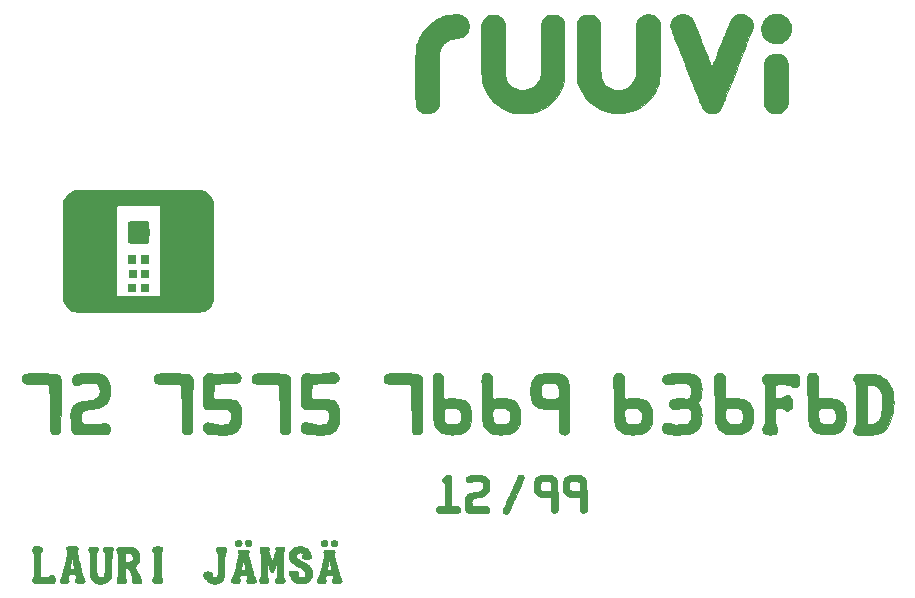
<source format=gts>
G04 #@! TF.FileFunction,Soldermask,Top*
%FSLAX46Y46*%
G04 Gerber Fmt 4.6, Leading zero omitted, Abs format (unit mm)*
G04 Created by KiCad (PCBNEW (2016-01-28 BZR 6518)-product) date 2016 January 28, Thursday 21:15:42*
%MOMM*%
G01*
G04 APERTURE LIST*
%ADD10C,0.100000*%
%ADD11C,0.010000*%
G04 APERTURE END LIST*
D10*
D11*
G36*
X127167065Y-118006059D02*
X127258859Y-118024262D01*
X127321981Y-118051503D01*
X127336408Y-118062786D01*
X127372234Y-118114114D01*
X127398698Y-118186195D01*
X127411464Y-118266269D01*
X127412008Y-118285340D01*
X127399989Y-118344439D01*
X127366776Y-118414489D01*
X127359012Y-118427165D01*
X127336298Y-118463259D01*
X127317333Y-118495862D01*
X127301779Y-118528303D01*
X127289297Y-118563916D01*
X127279548Y-118606029D01*
X127272195Y-118657975D01*
X127266898Y-118723085D01*
X127263320Y-118804690D01*
X127261120Y-118906121D01*
X127259961Y-119030709D01*
X127259505Y-119181786D01*
X127259412Y-119362682D01*
X127259407Y-119407167D01*
X127259033Y-119619073D01*
X127257801Y-119800527D01*
X127255452Y-119954961D01*
X127251730Y-120085805D01*
X127246375Y-120196494D01*
X127239131Y-120290457D01*
X127229740Y-120371127D01*
X127217944Y-120441936D01*
X127203487Y-120506316D01*
X127186109Y-120567698D01*
X127168212Y-120621914D01*
X127101598Y-120771007D01*
X127014689Y-120896575D01*
X126909762Y-120996621D01*
X126789092Y-121069150D01*
X126654955Y-121112167D01*
X126599622Y-121120499D01*
X126538431Y-121127027D01*
X126484924Y-121132883D01*
X126463109Y-121135356D01*
X126424464Y-121136078D01*
X126365672Y-121133058D01*
X126306534Y-121127672D01*
X126231274Y-121116372D01*
X126155064Y-121100248D01*
X126108505Y-121087201D01*
X125987283Y-121032502D01*
X125867816Y-120952596D01*
X125759611Y-120855269D01*
X125672179Y-120748302D01*
X125648712Y-120710841D01*
X125613480Y-120662254D01*
X125572914Y-120623287D01*
X125561357Y-120615560D01*
X125510650Y-120568305D01*
X125478307Y-120500714D01*
X125464336Y-120420939D01*
X125468745Y-120337131D01*
X125491541Y-120257442D01*
X125532732Y-120190023D01*
X125560933Y-120162906D01*
X125615991Y-120129431D01*
X125682541Y-120109230D01*
X125766842Y-120101345D01*
X125875155Y-120104818D01*
X125917641Y-120108331D01*
X125999573Y-120116792D01*
X126055354Y-120125562D01*
X126092675Y-120136703D01*
X126119228Y-120152275D01*
X126135265Y-120166655D01*
X126179132Y-120234095D01*
X126195383Y-120320738D01*
X126185883Y-120416651D01*
X126176263Y-120468989D01*
X126177027Y-120501029D01*
X126191578Y-120525637D01*
X126222427Y-120554883D01*
X126289232Y-120593438D01*
X126368061Y-120606525D01*
X126450436Y-120595665D01*
X126527885Y-120562376D01*
X126591931Y-120508179D01*
X126608945Y-120485565D01*
X126629205Y-120452311D01*
X126646301Y-120416796D01*
X126660473Y-120376018D01*
X126671960Y-120326973D01*
X126681004Y-120266656D01*
X126687842Y-120192064D01*
X126692716Y-120100194D01*
X126695865Y-119988042D01*
X126697529Y-119852603D01*
X126697948Y-119690875D01*
X126697361Y-119499853D01*
X126696727Y-119386156D01*
X126691861Y-118595931D01*
X126611374Y-118460909D01*
X126561563Y-118367398D01*
X126535319Y-118289994D01*
X126531547Y-118221560D01*
X126549153Y-118154962D01*
X126560567Y-118129954D01*
X126592622Y-118082493D01*
X126637838Y-118047552D01*
X126701240Y-118023241D01*
X126787855Y-118007669D01*
X126902711Y-117998947D01*
X126909845Y-117998633D01*
X127049694Y-117997361D01*
X127167065Y-118006059D01*
X127167065Y-118006059D01*
G37*
X127167065Y-118006059D02*
X127258859Y-118024262D01*
X127321981Y-118051503D01*
X127336408Y-118062786D01*
X127372234Y-118114114D01*
X127398698Y-118186195D01*
X127411464Y-118266269D01*
X127412008Y-118285340D01*
X127399989Y-118344439D01*
X127366776Y-118414489D01*
X127359012Y-118427165D01*
X127336298Y-118463259D01*
X127317333Y-118495862D01*
X127301779Y-118528303D01*
X127289297Y-118563916D01*
X127279548Y-118606029D01*
X127272195Y-118657975D01*
X127266898Y-118723085D01*
X127263320Y-118804690D01*
X127261120Y-118906121D01*
X127259961Y-119030709D01*
X127259505Y-119181786D01*
X127259412Y-119362682D01*
X127259407Y-119407167D01*
X127259033Y-119619073D01*
X127257801Y-119800527D01*
X127255452Y-119954961D01*
X127251730Y-120085805D01*
X127246375Y-120196494D01*
X127239131Y-120290457D01*
X127229740Y-120371127D01*
X127217944Y-120441936D01*
X127203487Y-120506316D01*
X127186109Y-120567698D01*
X127168212Y-120621914D01*
X127101598Y-120771007D01*
X127014689Y-120896575D01*
X126909762Y-120996621D01*
X126789092Y-121069150D01*
X126654955Y-121112167D01*
X126599622Y-121120499D01*
X126538431Y-121127027D01*
X126484924Y-121132883D01*
X126463109Y-121135356D01*
X126424464Y-121136078D01*
X126365672Y-121133058D01*
X126306534Y-121127672D01*
X126231274Y-121116372D01*
X126155064Y-121100248D01*
X126108505Y-121087201D01*
X125987283Y-121032502D01*
X125867816Y-120952596D01*
X125759611Y-120855269D01*
X125672179Y-120748302D01*
X125648712Y-120710841D01*
X125613480Y-120662254D01*
X125572914Y-120623287D01*
X125561357Y-120615560D01*
X125510650Y-120568305D01*
X125478307Y-120500714D01*
X125464336Y-120420939D01*
X125468745Y-120337131D01*
X125491541Y-120257442D01*
X125532732Y-120190023D01*
X125560933Y-120162906D01*
X125615991Y-120129431D01*
X125682541Y-120109230D01*
X125766842Y-120101345D01*
X125875155Y-120104818D01*
X125917641Y-120108331D01*
X125999573Y-120116792D01*
X126055354Y-120125562D01*
X126092675Y-120136703D01*
X126119228Y-120152275D01*
X126135265Y-120166655D01*
X126179132Y-120234095D01*
X126195383Y-120320738D01*
X126185883Y-120416651D01*
X126176263Y-120468989D01*
X126177027Y-120501029D01*
X126191578Y-120525637D01*
X126222427Y-120554883D01*
X126289232Y-120593438D01*
X126368061Y-120606525D01*
X126450436Y-120595665D01*
X126527885Y-120562376D01*
X126591931Y-120508179D01*
X126608945Y-120485565D01*
X126629205Y-120452311D01*
X126646301Y-120416796D01*
X126660473Y-120376018D01*
X126671960Y-120326973D01*
X126681004Y-120266656D01*
X126687842Y-120192064D01*
X126692716Y-120100194D01*
X126695865Y-119988042D01*
X126697529Y-119852603D01*
X126697948Y-119690875D01*
X126697361Y-119499853D01*
X126696727Y-119386156D01*
X126691861Y-118595931D01*
X126611374Y-118460909D01*
X126561563Y-118367398D01*
X126535319Y-118289994D01*
X126531547Y-118221560D01*
X126549153Y-118154962D01*
X126560567Y-118129954D01*
X126592622Y-118082493D01*
X126637838Y-118047552D01*
X126701240Y-118023241D01*
X126787855Y-118007669D01*
X126902711Y-117998947D01*
X126909845Y-117998633D01*
X127049694Y-117997361D01*
X127167065Y-118006059D01*
G36*
X117486934Y-117995832D02*
X117578552Y-118001031D01*
X117646683Y-118011336D01*
X117696484Y-118028086D01*
X117733114Y-118052624D01*
X117761730Y-118086291D01*
X117770079Y-118099281D01*
X117795852Y-118156488D01*
X117801559Y-118216403D01*
X117786628Y-118286711D01*
X117750485Y-118375095D01*
X117749333Y-118377543D01*
X117694263Y-118494263D01*
X117684749Y-119451635D01*
X117682667Y-119656654D01*
X117680739Y-119830774D01*
X117678835Y-119976986D01*
X117676828Y-120098280D01*
X117674589Y-120197644D01*
X117671989Y-120278070D01*
X117668901Y-120342546D01*
X117665196Y-120394062D01*
X117660746Y-120435609D01*
X117655422Y-120470176D01*
X117649095Y-120500752D01*
X117641639Y-120530328D01*
X117637840Y-120544252D01*
X117581082Y-120700723D01*
X117504080Y-120830768D01*
X117405530Y-120936064D01*
X117284132Y-121018285D01*
X117259602Y-121030837D01*
X117129745Y-121079628D01*
X116978265Y-121111587D01*
X116813393Y-121125920D01*
X116643362Y-121121832D01*
X116503965Y-121103833D01*
X116342139Y-121060456D01*
X116203900Y-120992872D01*
X116088352Y-120900306D01*
X115994599Y-120781980D01*
X115921744Y-120637121D01*
X115901977Y-120582889D01*
X115894423Y-120559094D01*
X115887975Y-120534449D01*
X115882513Y-120506080D01*
X115877917Y-120471112D01*
X115874067Y-120426672D01*
X115870843Y-120369885D01*
X115868125Y-120297878D01*
X115865793Y-120207776D01*
X115863728Y-120096704D01*
X115861808Y-119961789D01*
X115859914Y-119800157D01*
X115857927Y-119608933D01*
X115856872Y-119502469D01*
X115847298Y-118528152D01*
X115782539Y-118387768D01*
X115746663Y-118302378D01*
X115729586Y-118237330D01*
X115731282Y-118184794D01*
X115751718Y-118136935D01*
X115781437Y-118096876D01*
X115821941Y-118057257D01*
X115870421Y-118028683D01*
X115932378Y-118009850D01*
X116013312Y-117999457D01*
X116118724Y-117996201D01*
X116202098Y-117997274D01*
X116434753Y-118002869D01*
X116481569Y-118055312D01*
X116520250Y-118117012D01*
X116540066Y-118180809D01*
X116543998Y-118221717D01*
X116539453Y-118259942D01*
X116523803Y-118305587D01*
X116494418Y-118368755D01*
X116487582Y-118382535D01*
X116423416Y-118511208D01*
X116418590Y-119381727D01*
X116417528Y-119591003D01*
X116417022Y-119769228D01*
X116417338Y-119919240D01*
X116418743Y-120043874D01*
X116421502Y-120145969D01*
X116425881Y-120228362D01*
X116432146Y-120293889D01*
X116440564Y-120345388D01*
X116451399Y-120385695D01*
X116464919Y-120417649D01*
X116481389Y-120444086D01*
X116501075Y-120467843D01*
X116522496Y-120490013D01*
X116599027Y-120545010D01*
X116690155Y-120577041D01*
X116787551Y-120586037D01*
X116882886Y-120571926D01*
X116967833Y-120534636D01*
X117017115Y-120494218D01*
X117036741Y-120472659D01*
X117053377Y-120451047D01*
X117067268Y-120426531D01*
X117078660Y-120396258D01*
X117087798Y-120357377D01*
X117094928Y-120307038D01*
X117100295Y-120242389D01*
X117104145Y-120160579D01*
X117106724Y-120058756D01*
X117108276Y-119934069D01*
X117109047Y-119783667D01*
X117109283Y-119604699D01*
X117109244Y-119424252D01*
X117108815Y-118545097D01*
X117041466Y-118409727D01*
X117010819Y-118342910D01*
X116987469Y-118282071D01*
X116975140Y-118237307D01*
X116974116Y-118227028D01*
X116988199Y-118149603D01*
X117025497Y-118076468D01*
X117067543Y-118031131D01*
X117088114Y-118016835D01*
X117111478Y-118006806D01*
X117143725Y-118000295D01*
X117190943Y-117996556D01*
X117259221Y-117994840D01*
X117354647Y-117994399D01*
X117366672Y-117994397D01*
X117486934Y-117995832D01*
X117486934Y-117995832D01*
G37*
X117486934Y-117995832D02*
X117578552Y-118001031D01*
X117646683Y-118011336D01*
X117696484Y-118028086D01*
X117733114Y-118052624D01*
X117761730Y-118086291D01*
X117770079Y-118099281D01*
X117795852Y-118156488D01*
X117801559Y-118216403D01*
X117786628Y-118286711D01*
X117750485Y-118375095D01*
X117749333Y-118377543D01*
X117694263Y-118494263D01*
X117684749Y-119451635D01*
X117682667Y-119656654D01*
X117680739Y-119830774D01*
X117678835Y-119976986D01*
X117676828Y-120098280D01*
X117674589Y-120197644D01*
X117671989Y-120278070D01*
X117668901Y-120342546D01*
X117665196Y-120394062D01*
X117660746Y-120435609D01*
X117655422Y-120470176D01*
X117649095Y-120500752D01*
X117641639Y-120530328D01*
X117637840Y-120544252D01*
X117581082Y-120700723D01*
X117504080Y-120830768D01*
X117405530Y-120936064D01*
X117284132Y-121018285D01*
X117259602Y-121030837D01*
X117129745Y-121079628D01*
X116978265Y-121111587D01*
X116813393Y-121125920D01*
X116643362Y-121121832D01*
X116503965Y-121103833D01*
X116342139Y-121060456D01*
X116203900Y-120992872D01*
X116088352Y-120900306D01*
X115994599Y-120781980D01*
X115921744Y-120637121D01*
X115901977Y-120582889D01*
X115894423Y-120559094D01*
X115887975Y-120534449D01*
X115882513Y-120506080D01*
X115877917Y-120471112D01*
X115874067Y-120426672D01*
X115870843Y-120369885D01*
X115868125Y-120297878D01*
X115865793Y-120207776D01*
X115863728Y-120096704D01*
X115861808Y-119961789D01*
X115859914Y-119800157D01*
X115857927Y-119608933D01*
X115856872Y-119502469D01*
X115847298Y-118528152D01*
X115782539Y-118387768D01*
X115746663Y-118302378D01*
X115729586Y-118237330D01*
X115731282Y-118184794D01*
X115751718Y-118136935D01*
X115781437Y-118096876D01*
X115821941Y-118057257D01*
X115870421Y-118028683D01*
X115932378Y-118009850D01*
X116013312Y-117999457D01*
X116118724Y-117996201D01*
X116202098Y-117997274D01*
X116434753Y-118002869D01*
X116481569Y-118055312D01*
X116520250Y-118117012D01*
X116540066Y-118180809D01*
X116543998Y-118221717D01*
X116539453Y-118259942D01*
X116523803Y-118305587D01*
X116494418Y-118368755D01*
X116487582Y-118382535D01*
X116423416Y-118511208D01*
X116418590Y-119381727D01*
X116417528Y-119591003D01*
X116417022Y-119769228D01*
X116417338Y-119919240D01*
X116418743Y-120043874D01*
X116421502Y-120145969D01*
X116425881Y-120228362D01*
X116432146Y-120293889D01*
X116440564Y-120345388D01*
X116451399Y-120385695D01*
X116464919Y-120417649D01*
X116481389Y-120444086D01*
X116501075Y-120467843D01*
X116522496Y-120490013D01*
X116599027Y-120545010D01*
X116690155Y-120577041D01*
X116787551Y-120586037D01*
X116882886Y-120571926D01*
X116967833Y-120534636D01*
X117017115Y-120494218D01*
X117036741Y-120472659D01*
X117053377Y-120451047D01*
X117067268Y-120426531D01*
X117078660Y-120396258D01*
X117087798Y-120357377D01*
X117094928Y-120307038D01*
X117100295Y-120242389D01*
X117104145Y-120160579D01*
X117106724Y-120058756D01*
X117108276Y-119934069D01*
X117109047Y-119783667D01*
X117109283Y-119604699D01*
X117109244Y-119424252D01*
X117108815Y-118545097D01*
X117041466Y-118409727D01*
X117010819Y-118342910D01*
X116987469Y-118282071D01*
X116975140Y-118237307D01*
X116974116Y-118227028D01*
X116988199Y-118149603D01*
X117025497Y-118076468D01*
X117067543Y-118031131D01*
X117088114Y-118016835D01*
X117111478Y-118006806D01*
X117143725Y-118000295D01*
X117190943Y-117996556D01*
X117259221Y-117994840D01*
X117354647Y-117994399D01*
X117366672Y-117994397D01*
X117486934Y-117995832D01*
G36*
X133868915Y-117990453D02*
X134028618Y-118036957D01*
X134110178Y-118073202D01*
X134236305Y-118155499D01*
X134339569Y-118262318D01*
X134418586Y-118391966D01*
X134460558Y-118501360D01*
X134486844Y-118574829D01*
X134521418Y-118654774D01*
X134543788Y-118699433D01*
X134583821Y-118791112D01*
X134595484Y-118866958D01*
X134578252Y-118927517D01*
X134531602Y-118973337D01*
X134455008Y-119004966D01*
X134347945Y-119022951D01*
X134228819Y-119027924D01*
X134087671Y-119022244D01*
X133975039Y-119005238D01*
X133891854Y-118977239D01*
X133839048Y-118938583D01*
X133817552Y-118889603D01*
X133817078Y-118880212D01*
X133824445Y-118840988D01*
X133843408Y-118786368D01*
X133860891Y-118746984D01*
X133885059Y-118694145D01*
X133894454Y-118659380D01*
X133890858Y-118631190D01*
X133882072Y-118610265D01*
X133838440Y-118555808D01*
X133770262Y-118514607D01*
X133685571Y-118490597D01*
X133628386Y-118486070D01*
X133527176Y-118498454D01*
X133437934Y-118533532D01*
X133365727Y-118587269D01*
X133315624Y-118655629D01*
X133292693Y-118734578D01*
X133291795Y-118754080D01*
X133298809Y-118815762D01*
X133321547Y-118874386D01*
X133362548Y-118932278D01*
X133424354Y-118991763D01*
X133509505Y-119055166D01*
X133620541Y-119124812D01*
X133760004Y-119203028D01*
X133813383Y-119231478D01*
X133949374Y-119303515D01*
X134059347Y-119362701D01*
X134147449Y-119411636D01*
X134217827Y-119452916D01*
X134274627Y-119489139D01*
X134321996Y-119522905D01*
X134364080Y-119556809D01*
X134405025Y-119593452D01*
X134432178Y-119619185D01*
X134542240Y-119747423D01*
X134623579Y-119890637D01*
X134675491Y-120044734D01*
X134697270Y-120205625D01*
X134688213Y-120369219D01*
X134647614Y-120531426D01*
X134606260Y-120629571D01*
X134524913Y-120758351D01*
X134416532Y-120873752D01*
X134286732Y-120971481D01*
X134141129Y-121047243D01*
X133999560Y-121093494D01*
X133895861Y-121111192D01*
X133778168Y-121120281D01*
X133659844Y-121120476D01*
X133554254Y-121111494D01*
X133512075Y-121103853D01*
X133358165Y-121054744D01*
X133212533Y-120980908D01*
X133085115Y-120887737D01*
X133046028Y-120850919D01*
X132996302Y-120798072D01*
X132954382Y-120748999D01*
X132927554Y-120712360D01*
X132923752Y-120705537D01*
X132905331Y-120666697D01*
X132879550Y-120611346D01*
X132860491Y-120569980D01*
X132823889Y-120500223D01*
X132778772Y-120427464D01*
X132755940Y-120395289D01*
X132708846Y-120312801D01*
X132693416Y-120233928D01*
X132709146Y-120162064D01*
X132755531Y-120100605D01*
X132804796Y-120066230D01*
X132832917Y-120053938D01*
X132868794Y-120045417D01*
X132918686Y-120040044D01*
X132988850Y-120037194D01*
X133085545Y-120036242D01*
X133105404Y-120036224D01*
X133204388Y-120036725D01*
X133276022Y-120038721D01*
X133326837Y-120042959D01*
X133363363Y-120050181D01*
X133392130Y-120061133D01*
X133410407Y-120070980D01*
X133467966Y-120122089D01*
X133497565Y-120187824D01*
X133496802Y-120261164D01*
X133486513Y-120293355D01*
X133462229Y-120379158D01*
X133467829Y-120450789D01*
X133503589Y-120510564D01*
X133513610Y-120520581D01*
X133588783Y-120569061D01*
X133679700Y-120594505D01*
X133778208Y-120597905D01*
X133876155Y-120580258D01*
X133965391Y-120542556D01*
X134037764Y-120485794D01*
X134063151Y-120453551D01*
X134107105Y-120358955D01*
X134118193Y-120261002D01*
X134096819Y-120162806D01*
X134043384Y-120067480D01*
X134007889Y-120025173D01*
X133970257Y-119987798D01*
X133926498Y-119950635D01*
X133873056Y-119911460D01*
X133806375Y-119868046D01*
X133722902Y-119818167D01*
X133619079Y-119759599D01*
X133491351Y-119690115D01*
X133365238Y-119622879D01*
X133226283Y-119547389D01*
X133114196Y-119481494D01*
X133024655Y-119421535D01*
X132953336Y-119363852D01*
X132895919Y-119304788D01*
X132848079Y-119240683D01*
X132805495Y-119167880D01*
X132788632Y-119134831D01*
X132756727Y-119066237D01*
X132736961Y-119009444D01*
X132725783Y-118950233D01*
X132719637Y-118874384D01*
X132718641Y-118854760D01*
X132723716Y-118679853D01*
X132756926Y-118523145D01*
X132818790Y-118383192D01*
X132909827Y-118258553D01*
X132946580Y-118220322D01*
X133067399Y-118125049D01*
X133209014Y-118051595D01*
X133365700Y-118000684D01*
X133531730Y-117973041D01*
X133701377Y-117969390D01*
X133868915Y-117990453D01*
X133868915Y-117990453D01*
G37*
X133868915Y-117990453D02*
X134028618Y-118036957D01*
X134110178Y-118073202D01*
X134236305Y-118155499D01*
X134339569Y-118262318D01*
X134418586Y-118391966D01*
X134460558Y-118501360D01*
X134486844Y-118574829D01*
X134521418Y-118654774D01*
X134543788Y-118699433D01*
X134583821Y-118791112D01*
X134595484Y-118866958D01*
X134578252Y-118927517D01*
X134531602Y-118973337D01*
X134455008Y-119004966D01*
X134347945Y-119022951D01*
X134228819Y-119027924D01*
X134087671Y-119022244D01*
X133975039Y-119005238D01*
X133891854Y-118977239D01*
X133839048Y-118938583D01*
X133817552Y-118889603D01*
X133817078Y-118880212D01*
X133824445Y-118840988D01*
X133843408Y-118786368D01*
X133860891Y-118746984D01*
X133885059Y-118694145D01*
X133894454Y-118659380D01*
X133890858Y-118631190D01*
X133882072Y-118610265D01*
X133838440Y-118555808D01*
X133770262Y-118514607D01*
X133685571Y-118490597D01*
X133628386Y-118486070D01*
X133527176Y-118498454D01*
X133437934Y-118533532D01*
X133365727Y-118587269D01*
X133315624Y-118655629D01*
X133292693Y-118734578D01*
X133291795Y-118754080D01*
X133298809Y-118815762D01*
X133321547Y-118874386D01*
X133362548Y-118932278D01*
X133424354Y-118991763D01*
X133509505Y-119055166D01*
X133620541Y-119124812D01*
X133760004Y-119203028D01*
X133813383Y-119231478D01*
X133949374Y-119303515D01*
X134059347Y-119362701D01*
X134147449Y-119411636D01*
X134217827Y-119452916D01*
X134274627Y-119489139D01*
X134321996Y-119522905D01*
X134364080Y-119556809D01*
X134405025Y-119593452D01*
X134432178Y-119619185D01*
X134542240Y-119747423D01*
X134623579Y-119890637D01*
X134675491Y-120044734D01*
X134697270Y-120205625D01*
X134688213Y-120369219D01*
X134647614Y-120531426D01*
X134606260Y-120629571D01*
X134524913Y-120758351D01*
X134416532Y-120873752D01*
X134286732Y-120971481D01*
X134141129Y-121047243D01*
X133999560Y-121093494D01*
X133895861Y-121111192D01*
X133778168Y-121120281D01*
X133659844Y-121120476D01*
X133554254Y-121111494D01*
X133512075Y-121103853D01*
X133358165Y-121054744D01*
X133212533Y-120980908D01*
X133085115Y-120887737D01*
X133046028Y-120850919D01*
X132996302Y-120798072D01*
X132954382Y-120748999D01*
X132927554Y-120712360D01*
X132923752Y-120705537D01*
X132905331Y-120666697D01*
X132879550Y-120611346D01*
X132860491Y-120569980D01*
X132823889Y-120500223D01*
X132778772Y-120427464D01*
X132755940Y-120395289D01*
X132708846Y-120312801D01*
X132693416Y-120233928D01*
X132709146Y-120162064D01*
X132755531Y-120100605D01*
X132804796Y-120066230D01*
X132832917Y-120053938D01*
X132868794Y-120045417D01*
X132918686Y-120040044D01*
X132988850Y-120037194D01*
X133085545Y-120036242D01*
X133105404Y-120036224D01*
X133204388Y-120036725D01*
X133276022Y-120038721D01*
X133326837Y-120042959D01*
X133363363Y-120050181D01*
X133392130Y-120061133D01*
X133410407Y-120070980D01*
X133467966Y-120122089D01*
X133497565Y-120187824D01*
X133496802Y-120261164D01*
X133486513Y-120293355D01*
X133462229Y-120379158D01*
X133467829Y-120450789D01*
X133503589Y-120510564D01*
X133513610Y-120520581D01*
X133588783Y-120569061D01*
X133679700Y-120594505D01*
X133778208Y-120597905D01*
X133876155Y-120580258D01*
X133965391Y-120542556D01*
X134037764Y-120485794D01*
X134063151Y-120453551D01*
X134107105Y-120358955D01*
X134118193Y-120261002D01*
X134096819Y-120162806D01*
X134043384Y-120067480D01*
X134007889Y-120025173D01*
X133970257Y-119987798D01*
X133926498Y-119950635D01*
X133873056Y-119911460D01*
X133806375Y-119868046D01*
X133722902Y-119818167D01*
X133619079Y-119759599D01*
X133491351Y-119690115D01*
X133365238Y-119622879D01*
X133226283Y-119547389D01*
X133114196Y-119481494D01*
X133024655Y-119421535D01*
X132953336Y-119363852D01*
X132895919Y-119304788D01*
X132848079Y-119240683D01*
X132805495Y-119167880D01*
X132788632Y-119134831D01*
X132756727Y-119066237D01*
X132736961Y-119009444D01*
X132725783Y-118950233D01*
X132719637Y-118874384D01*
X132718641Y-118854760D01*
X132723716Y-118679853D01*
X132756926Y-118523145D01*
X132818790Y-118383192D01*
X132909827Y-118258553D01*
X132946580Y-118220322D01*
X133067399Y-118125049D01*
X133209014Y-118051595D01*
X133365700Y-118000684D01*
X133531730Y-117973041D01*
X133701377Y-117969390D01*
X133868915Y-117990453D01*
G36*
X114450991Y-117970764D02*
X114541779Y-117972224D01*
X114608658Y-117974865D01*
X114656618Y-117979090D01*
X114690648Y-117985304D01*
X114715737Y-117993909D01*
X114732295Y-118002534D01*
X114789395Y-118053789D01*
X114818171Y-118122112D01*
X114818252Y-118205405D01*
X114789260Y-118301569D01*
X114786699Y-118307453D01*
X114762795Y-118378570D01*
X114760779Y-118440058D01*
X114762230Y-118449400D01*
X114775853Y-118519520D01*
X114797053Y-118619713D01*
X114825187Y-118747175D01*
X114859614Y-118899103D01*
X114899691Y-119072691D01*
X114944775Y-119265135D01*
X114994225Y-119473632D01*
X115047399Y-119695377D01*
X115051956Y-119714276D01*
X115092136Y-119880445D01*
X115125645Y-120017548D01*
X115153657Y-120129486D01*
X115177346Y-120220163D01*
X115197889Y-120293480D01*
X115216457Y-120353341D01*
X115234227Y-120403647D01*
X115252373Y-120448300D01*
X115272069Y-120491204D01*
X115294489Y-120536259D01*
X115306243Y-120559174D01*
X115365038Y-120684038D01*
X115400370Y-120787275D01*
X115412011Y-120871927D01*
X115399733Y-120941037D01*
X115363311Y-120997646D01*
X115302516Y-121044798D01*
X115268600Y-121063032D01*
X115188133Y-121089918D01*
X115086550Y-121105213D01*
X114974884Y-121108047D01*
X114864168Y-121097549D01*
X114853641Y-121095745D01*
X114750684Y-121067593D01*
X114670510Y-121025261D01*
X114618002Y-120971352D01*
X114616875Y-120969535D01*
X114594749Y-120925626D01*
X114587246Y-120883536D01*
X114594810Y-120833624D01*
X114617882Y-120766248D01*
X114627285Y-120742685D01*
X114660411Y-120630016D01*
X114668544Y-120521294D01*
X114651249Y-120424677D01*
X114645094Y-120408462D01*
X114620542Y-120349700D01*
X114349159Y-120349700D01*
X114244178Y-120349564D01*
X114167874Y-120350898D01*
X114115054Y-120356316D01*
X114080525Y-120368431D01*
X114059095Y-120389856D01*
X114045571Y-120423206D01*
X114034760Y-120471093D01*
X114026563Y-120512059D01*
X114015549Y-120578658D01*
X114015212Y-120633413D01*
X114026082Y-120694910D01*
X114032513Y-120720999D01*
X114052588Y-120813856D01*
X114058056Y-120883922D01*
X114048896Y-120938991D01*
X114031926Y-120975976D01*
X113996618Y-121022312D01*
X113950385Y-121054867D01*
X113887034Y-121076021D01*
X113800372Y-121088154D01*
X113729126Y-121092310D01*
X113608228Y-121092884D01*
X113514024Y-121083211D01*
X113440482Y-121061844D01*
X113381569Y-121027339D01*
X113353225Y-121002245D01*
X113319343Y-120962222D01*
X113300057Y-120920746D01*
X113296023Y-120872817D01*
X113307898Y-120813439D01*
X113336337Y-120737613D01*
X113381998Y-120640342D01*
X113407336Y-120590196D01*
X113437038Y-120531666D01*
X113462078Y-120479994D01*
X113483904Y-120430686D01*
X113503962Y-120379250D01*
X113523699Y-120321193D01*
X113544563Y-120252023D01*
X113567999Y-120167246D01*
X113595455Y-120062369D01*
X113628378Y-119932901D01*
X113639915Y-119887000D01*
X114127418Y-119887000D01*
X114143271Y-119889005D01*
X114186464Y-119890651D01*
X114250449Y-119891770D01*
X114328676Y-119892195D01*
X114330754Y-119892195D01*
X114421329Y-119891303D01*
X114482361Y-119888317D01*
X114518159Y-119882771D01*
X114533029Y-119874196D01*
X114534089Y-119870172D01*
X114531110Y-119845893D01*
X114522845Y-119794541D01*
X114510303Y-119721570D01*
X114494495Y-119632434D01*
X114476430Y-119532584D01*
X114457118Y-119427475D01*
X114437568Y-119322559D01*
X114418790Y-119223290D01*
X114401793Y-119135121D01*
X114387588Y-119063505D01*
X114377184Y-119013895D01*
X114371590Y-118991745D01*
X114371371Y-118991306D01*
X114347419Y-118977279D01*
X114319856Y-118987030D01*
X114306654Y-119006923D01*
X114301569Y-119028671D01*
X114291034Y-119077755D01*
X114276147Y-119148781D01*
X114258006Y-119236357D01*
X114237711Y-119335087D01*
X114216359Y-119439577D01*
X114195049Y-119544435D01*
X114174880Y-119644265D01*
X114156951Y-119733674D01*
X114142359Y-119807267D01*
X114132203Y-119859652D01*
X114127583Y-119885433D01*
X114127418Y-119887000D01*
X113639915Y-119887000D01*
X113661677Y-119800418D01*
X113719104Y-119569341D01*
X113768038Y-119367589D01*
X113809183Y-119191870D01*
X113843243Y-119038892D01*
X113870922Y-118905364D01*
X113892923Y-118787992D01*
X113909950Y-118683485D01*
X113922706Y-118588550D01*
X113925063Y-118568144D01*
X113933714Y-118487867D01*
X113937719Y-118432174D01*
X113936273Y-118391980D01*
X113928572Y-118358196D01*
X113913811Y-118321738D01*
X113900779Y-118293843D01*
X113871022Y-118223940D01*
X113858731Y-118170648D01*
X113862823Y-118122216D01*
X113880287Y-118071467D01*
X113895491Y-118039182D01*
X113913624Y-118014489D01*
X113939110Y-117996394D01*
X113976372Y-117983902D01*
X114029834Y-117976019D01*
X114103919Y-117971751D01*
X114203051Y-117970104D01*
X114331304Y-117970080D01*
X114450991Y-117970764D01*
X114450991Y-117970764D01*
G37*
X114450991Y-117970764D02*
X114541779Y-117972224D01*
X114608658Y-117974865D01*
X114656618Y-117979090D01*
X114690648Y-117985304D01*
X114715737Y-117993909D01*
X114732295Y-118002534D01*
X114789395Y-118053789D01*
X114818171Y-118122112D01*
X114818252Y-118205405D01*
X114789260Y-118301569D01*
X114786699Y-118307453D01*
X114762795Y-118378570D01*
X114760779Y-118440058D01*
X114762230Y-118449400D01*
X114775853Y-118519520D01*
X114797053Y-118619713D01*
X114825187Y-118747175D01*
X114859614Y-118899103D01*
X114899691Y-119072691D01*
X114944775Y-119265135D01*
X114994225Y-119473632D01*
X115047399Y-119695377D01*
X115051956Y-119714276D01*
X115092136Y-119880445D01*
X115125645Y-120017548D01*
X115153657Y-120129486D01*
X115177346Y-120220163D01*
X115197889Y-120293480D01*
X115216457Y-120353341D01*
X115234227Y-120403647D01*
X115252373Y-120448300D01*
X115272069Y-120491204D01*
X115294489Y-120536259D01*
X115306243Y-120559174D01*
X115365038Y-120684038D01*
X115400370Y-120787275D01*
X115412011Y-120871927D01*
X115399733Y-120941037D01*
X115363311Y-120997646D01*
X115302516Y-121044798D01*
X115268600Y-121063032D01*
X115188133Y-121089918D01*
X115086550Y-121105213D01*
X114974884Y-121108047D01*
X114864168Y-121097549D01*
X114853641Y-121095745D01*
X114750684Y-121067593D01*
X114670510Y-121025261D01*
X114618002Y-120971352D01*
X114616875Y-120969535D01*
X114594749Y-120925626D01*
X114587246Y-120883536D01*
X114594810Y-120833624D01*
X114617882Y-120766248D01*
X114627285Y-120742685D01*
X114660411Y-120630016D01*
X114668544Y-120521294D01*
X114651249Y-120424677D01*
X114645094Y-120408462D01*
X114620542Y-120349700D01*
X114349159Y-120349700D01*
X114244178Y-120349564D01*
X114167874Y-120350898D01*
X114115054Y-120356316D01*
X114080525Y-120368431D01*
X114059095Y-120389856D01*
X114045571Y-120423206D01*
X114034760Y-120471093D01*
X114026563Y-120512059D01*
X114015549Y-120578658D01*
X114015212Y-120633413D01*
X114026082Y-120694910D01*
X114032513Y-120720999D01*
X114052588Y-120813856D01*
X114058056Y-120883922D01*
X114048896Y-120938991D01*
X114031926Y-120975976D01*
X113996618Y-121022312D01*
X113950385Y-121054867D01*
X113887034Y-121076021D01*
X113800372Y-121088154D01*
X113729126Y-121092310D01*
X113608228Y-121092884D01*
X113514024Y-121083211D01*
X113440482Y-121061844D01*
X113381569Y-121027339D01*
X113353225Y-121002245D01*
X113319343Y-120962222D01*
X113300057Y-120920746D01*
X113296023Y-120872817D01*
X113307898Y-120813439D01*
X113336337Y-120737613D01*
X113381998Y-120640342D01*
X113407336Y-120590196D01*
X113437038Y-120531666D01*
X113462078Y-120479994D01*
X113483904Y-120430686D01*
X113503962Y-120379250D01*
X113523699Y-120321193D01*
X113544563Y-120252023D01*
X113567999Y-120167246D01*
X113595455Y-120062369D01*
X113628378Y-119932901D01*
X113639915Y-119887000D01*
X114127418Y-119887000D01*
X114143271Y-119889005D01*
X114186464Y-119890651D01*
X114250449Y-119891770D01*
X114328676Y-119892195D01*
X114330754Y-119892195D01*
X114421329Y-119891303D01*
X114482361Y-119888317D01*
X114518159Y-119882771D01*
X114533029Y-119874196D01*
X114534089Y-119870172D01*
X114531110Y-119845893D01*
X114522845Y-119794541D01*
X114510303Y-119721570D01*
X114494495Y-119632434D01*
X114476430Y-119532584D01*
X114457118Y-119427475D01*
X114437568Y-119322559D01*
X114418790Y-119223290D01*
X114401793Y-119135121D01*
X114387588Y-119063505D01*
X114377184Y-119013895D01*
X114371590Y-118991745D01*
X114371371Y-118991306D01*
X114347419Y-118977279D01*
X114319856Y-118987030D01*
X114306654Y-119006923D01*
X114301569Y-119028671D01*
X114291034Y-119077755D01*
X114276147Y-119148781D01*
X114258006Y-119236357D01*
X114237711Y-119335087D01*
X114216359Y-119439577D01*
X114195049Y-119544435D01*
X114174880Y-119644265D01*
X114156951Y-119733674D01*
X114142359Y-119807267D01*
X114132203Y-119859652D01*
X114127583Y-119885433D01*
X114127418Y-119887000D01*
X113639915Y-119887000D01*
X113661677Y-119800418D01*
X113719104Y-119569341D01*
X113768038Y-119367589D01*
X113809183Y-119191870D01*
X113843243Y-119038892D01*
X113870922Y-118905364D01*
X113892923Y-118787992D01*
X113909950Y-118683485D01*
X113922706Y-118588550D01*
X113925063Y-118568144D01*
X113933714Y-118487867D01*
X113937719Y-118432174D01*
X113936273Y-118391980D01*
X113928572Y-118358196D01*
X113913811Y-118321738D01*
X113900779Y-118293843D01*
X113871022Y-118223940D01*
X113858731Y-118170648D01*
X113862823Y-118122216D01*
X113880287Y-118071467D01*
X113895491Y-118039182D01*
X113913624Y-118014489D01*
X113939110Y-117996394D01*
X113976372Y-117983902D01*
X114029834Y-117976019D01*
X114103919Y-117971751D01*
X114203051Y-117970104D01*
X114331304Y-117970080D01*
X114450991Y-117970764D01*
G36*
X128953451Y-118274323D02*
X129045564Y-118275587D01*
X129113698Y-118278139D01*
X129162803Y-118282344D01*
X129197833Y-118288568D01*
X129223738Y-118297174D01*
X129237290Y-118303811D01*
X129295901Y-118351874D01*
X129324454Y-118414494D01*
X129322576Y-118489877D01*
X129292862Y-118570514D01*
X129271619Y-118619954D01*
X129259824Y-118662558D01*
X129258973Y-118672038D01*
X129263242Y-118699697D01*
X129275477Y-118756675D01*
X129294818Y-118839570D01*
X129320403Y-118944983D01*
X129351374Y-119069512D01*
X129386870Y-119209756D01*
X129426031Y-119362314D01*
X129467996Y-119523785D01*
X129511907Y-119690768D01*
X129556902Y-119859863D01*
X129597550Y-120010807D01*
X129634581Y-120146619D01*
X129664841Y-120254673D01*
X129690118Y-120340004D01*
X129712196Y-120407646D01*
X129732861Y-120462633D01*
X129753896Y-120510001D01*
X129777089Y-120554782D01*
X129804224Y-120602012D01*
X129811572Y-120614356D01*
X129872357Y-120726363D01*
X129907707Y-120818787D01*
X129917383Y-120894711D01*
X129901149Y-120957216D01*
X129858765Y-121009385D01*
X129789992Y-121054298D01*
X129777031Y-121060771D01*
X129699384Y-121086541D01*
X129600829Y-121101850D01*
X129493020Y-121105643D01*
X129387608Y-121096864D01*
X129384399Y-121096362D01*
X129282372Y-121075528D01*
X129207583Y-121048627D01*
X129153546Y-121012951D01*
X129132443Y-120991165D01*
X129102080Y-120945635D01*
X129091981Y-120899390D01*
X129102116Y-120843538D01*
X129131722Y-120770762D01*
X129166739Y-120662923D01*
X129170928Y-120558876D01*
X129149697Y-120476241D01*
X129125145Y-120417479D01*
X128855241Y-120417479D01*
X128742863Y-120418353D01*
X128661117Y-120421135D01*
X128606789Y-120426064D01*
X128576662Y-120433376D01*
X128569117Y-120438659D01*
X128556940Y-120465951D01*
X128542228Y-120514628D01*
X128531537Y-120559063D01*
X128520808Y-120619591D01*
X128519585Y-120669920D01*
X128528482Y-120726044D01*
X128539750Y-120772307D01*
X128554789Y-120844775D01*
X128560195Y-120904731D01*
X128557625Y-120932933D01*
X128524425Y-120998129D01*
X128461795Y-121046658D01*
X128369840Y-121078475D01*
X128248662Y-121093535D01*
X128188194Y-121094850D01*
X128053853Y-121087247D01*
X127948815Y-121065003D01*
X127871516Y-121027463D01*
X127820389Y-120973973D01*
X127801303Y-120932981D01*
X127794021Y-120904779D01*
X127793200Y-120876519D01*
X127800827Y-120843193D01*
X127818887Y-120799792D01*
X127849369Y-120741308D01*
X127894260Y-120662733D01*
X127937826Y-120588871D01*
X127963302Y-120543225D01*
X127986690Y-120494261D01*
X128009761Y-120436924D01*
X128034283Y-120366159D01*
X128062026Y-120276911D01*
X128094761Y-120164125D01*
X128127645Y-120046643D01*
X128143231Y-119989627D01*
X128632793Y-119989627D01*
X128641779Y-119999176D01*
X128672137Y-120005612D01*
X128727741Y-120009339D01*
X128812462Y-120010763D01*
X128835357Y-120010807D01*
X128927010Y-120009834D01*
X128988692Y-120006644D01*
X129024276Y-120000834D01*
X129037632Y-119991997D01*
X129037973Y-119989627D01*
X129034490Y-119967609D01*
X129025110Y-119917326D01*
X129010796Y-119843700D01*
X128992513Y-119751653D01*
X128971224Y-119646107D01*
X128957486Y-119578719D01*
X128931817Y-119454434D01*
X128911474Y-119359528D01*
X128895324Y-119290115D01*
X128882232Y-119242308D01*
X128871066Y-119212217D01*
X128860691Y-119195957D01*
X128849973Y-119189640D01*
X128843829Y-119188993D01*
X128832389Y-119191821D01*
X128821635Y-119202870D01*
X128810361Y-119225990D01*
X128797362Y-119265030D01*
X128781432Y-119323838D01*
X128761366Y-119406264D01*
X128735957Y-119516156D01*
X128721752Y-119578719D01*
X128696796Y-119689734D01*
X128674514Y-119790245D01*
X128655964Y-119875366D01*
X128642204Y-119940206D01*
X128634294Y-119979878D01*
X128632793Y-119989627D01*
X128143231Y-119989627D01*
X128201738Y-119775611D01*
X128265153Y-119535936D01*
X128318069Y-119326876D01*
X128360670Y-119147687D01*
X128393135Y-118997623D01*
X128415647Y-118875941D01*
X128420698Y-118843423D01*
X128447537Y-118660409D01*
X128402101Y-118561076D01*
X128372152Y-118473423D01*
X128370842Y-118401706D01*
X128398518Y-118343209D01*
X128434206Y-118309496D01*
X128452230Y-118297537D01*
X128472859Y-118288606D01*
X128501021Y-118282264D01*
X128541642Y-118278072D01*
X128599650Y-118275591D01*
X128679972Y-118274380D01*
X128787536Y-118274001D01*
X128832405Y-118273983D01*
X128953451Y-118274323D01*
X128953451Y-118274323D01*
G37*
X128953451Y-118274323D02*
X129045564Y-118275587D01*
X129113698Y-118278139D01*
X129162803Y-118282344D01*
X129197833Y-118288568D01*
X129223738Y-118297174D01*
X129237290Y-118303811D01*
X129295901Y-118351874D01*
X129324454Y-118414494D01*
X129322576Y-118489877D01*
X129292862Y-118570514D01*
X129271619Y-118619954D01*
X129259824Y-118662558D01*
X129258973Y-118672038D01*
X129263242Y-118699697D01*
X129275477Y-118756675D01*
X129294818Y-118839570D01*
X129320403Y-118944983D01*
X129351374Y-119069512D01*
X129386870Y-119209756D01*
X129426031Y-119362314D01*
X129467996Y-119523785D01*
X129511907Y-119690768D01*
X129556902Y-119859863D01*
X129597550Y-120010807D01*
X129634581Y-120146619D01*
X129664841Y-120254673D01*
X129690118Y-120340004D01*
X129712196Y-120407646D01*
X129732861Y-120462633D01*
X129753896Y-120510001D01*
X129777089Y-120554782D01*
X129804224Y-120602012D01*
X129811572Y-120614356D01*
X129872357Y-120726363D01*
X129907707Y-120818787D01*
X129917383Y-120894711D01*
X129901149Y-120957216D01*
X129858765Y-121009385D01*
X129789992Y-121054298D01*
X129777031Y-121060771D01*
X129699384Y-121086541D01*
X129600829Y-121101850D01*
X129493020Y-121105643D01*
X129387608Y-121096864D01*
X129384399Y-121096362D01*
X129282372Y-121075528D01*
X129207583Y-121048627D01*
X129153546Y-121012951D01*
X129132443Y-120991165D01*
X129102080Y-120945635D01*
X129091981Y-120899390D01*
X129102116Y-120843538D01*
X129131722Y-120770762D01*
X129166739Y-120662923D01*
X129170928Y-120558876D01*
X129149697Y-120476241D01*
X129125145Y-120417479D01*
X128855241Y-120417479D01*
X128742863Y-120418353D01*
X128661117Y-120421135D01*
X128606789Y-120426064D01*
X128576662Y-120433376D01*
X128569117Y-120438659D01*
X128556940Y-120465951D01*
X128542228Y-120514628D01*
X128531537Y-120559063D01*
X128520808Y-120619591D01*
X128519585Y-120669920D01*
X128528482Y-120726044D01*
X128539750Y-120772307D01*
X128554789Y-120844775D01*
X128560195Y-120904731D01*
X128557625Y-120932933D01*
X128524425Y-120998129D01*
X128461795Y-121046658D01*
X128369840Y-121078475D01*
X128248662Y-121093535D01*
X128188194Y-121094850D01*
X128053853Y-121087247D01*
X127948815Y-121065003D01*
X127871516Y-121027463D01*
X127820389Y-120973973D01*
X127801303Y-120932981D01*
X127794021Y-120904779D01*
X127793200Y-120876519D01*
X127800827Y-120843193D01*
X127818887Y-120799792D01*
X127849369Y-120741308D01*
X127894260Y-120662733D01*
X127937826Y-120588871D01*
X127963302Y-120543225D01*
X127986690Y-120494261D01*
X128009761Y-120436924D01*
X128034283Y-120366159D01*
X128062026Y-120276911D01*
X128094761Y-120164125D01*
X128127645Y-120046643D01*
X128143231Y-119989627D01*
X128632793Y-119989627D01*
X128641779Y-119999176D01*
X128672137Y-120005612D01*
X128727741Y-120009339D01*
X128812462Y-120010763D01*
X128835357Y-120010807D01*
X128927010Y-120009834D01*
X128988692Y-120006644D01*
X129024276Y-120000834D01*
X129037632Y-119991997D01*
X129037973Y-119989627D01*
X129034490Y-119967609D01*
X129025110Y-119917326D01*
X129010796Y-119843700D01*
X128992513Y-119751653D01*
X128971224Y-119646107D01*
X128957486Y-119578719D01*
X128931817Y-119454434D01*
X128911474Y-119359528D01*
X128895324Y-119290115D01*
X128882232Y-119242308D01*
X128871066Y-119212217D01*
X128860691Y-119195957D01*
X128849973Y-119189640D01*
X128843829Y-119188993D01*
X128832389Y-119191821D01*
X128821635Y-119202870D01*
X128810361Y-119225990D01*
X128797362Y-119265030D01*
X128781432Y-119323838D01*
X128761366Y-119406264D01*
X128735957Y-119516156D01*
X128721752Y-119578719D01*
X128696796Y-119689734D01*
X128674514Y-119790245D01*
X128655964Y-119875366D01*
X128642204Y-119940206D01*
X128634294Y-119979878D01*
X128632793Y-119989627D01*
X128143231Y-119989627D01*
X128201738Y-119775611D01*
X128265153Y-119535936D01*
X128318069Y-119326876D01*
X128360670Y-119147687D01*
X128393135Y-118997623D01*
X128415647Y-118875941D01*
X128420698Y-118843423D01*
X128447537Y-118660409D01*
X128402101Y-118561076D01*
X128372152Y-118473423D01*
X128370842Y-118401706D01*
X128398518Y-118343209D01*
X128434206Y-118309496D01*
X128452230Y-118297537D01*
X128472859Y-118288606D01*
X128501021Y-118282264D01*
X128541642Y-118278072D01*
X128599650Y-118275591D01*
X128679972Y-118274380D01*
X128787536Y-118274001D01*
X128832405Y-118273983D01*
X128953451Y-118274323D01*
G36*
X136232126Y-118274369D02*
X136322349Y-118275718D01*
X136388802Y-118278430D01*
X136436541Y-118282889D01*
X136470623Y-118289478D01*
X136496105Y-118298580D01*
X136506536Y-118303828D01*
X136565142Y-118351869D01*
X136593697Y-118414477D01*
X136591827Y-118489853D01*
X136562108Y-118570514D01*
X136540856Y-118620070D01*
X136529065Y-118662903D01*
X136528219Y-118672432D01*
X136532451Y-118698973D01*
X136544513Y-118754503D01*
X136563452Y-118835280D01*
X136588317Y-118937563D01*
X136618155Y-119057609D01*
X136652015Y-119191676D01*
X136688946Y-119336023D01*
X136727993Y-119486906D01*
X136768207Y-119640584D01*
X136808635Y-119793315D01*
X136848325Y-119941356D01*
X136886324Y-120080966D01*
X136889124Y-120091155D01*
X136928596Y-120231862D01*
X136961855Y-120343675D01*
X136990311Y-120430720D01*
X137015373Y-120497124D01*
X137038449Y-120547014D01*
X137054022Y-120574077D01*
X137122969Y-120691035D01*
X137167110Y-120787818D01*
X137186378Y-120867414D01*
X137180706Y-120932808D01*
X137150026Y-120986989D01*
X137094271Y-121032944D01*
X137043080Y-121060512D01*
X136958520Y-121087928D01*
X136853855Y-121103133D01*
X136740995Y-121105030D01*
X136653645Y-121096362D01*
X136551618Y-121075528D01*
X136476829Y-121048627D01*
X136422792Y-121012951D01*
X136401689Y-120991165D01*
X136371326Y-120945635D01*
X136361227Y-120899390D01*
X136371362Y-120843538D01*
X136400969Y-120770762D01*
X136435985Y-120662923D01*
X136440174Y-120558876D01*
X136418943Y-120476241D01*
X136394391Y-120417479D01*
X136124487Y-120417479D01*
X136012630Y-120418329D01*
X135931176Y-120421053D01*
X135876675Y-120425909D01*
X135845680Y-120433155D01*
X135836697Y-120439031D01*
X135824566Y-120466055D01*
X135810436Y-120515492D01*
X135798273Y-120572043D01*
X135787895Y-120639137D01*
X135786974Y-120688527D01*
X135796077Y-120735213D01*
X135805612Y-120765317D01*
X135828587Y-120861850D01*
X135824762Y-120940235D01*
X135793285Y-121001410D01*
X135733304Y-121046318D01*
X135643966Y-121075899D01*
X135524420Y-121091095D01*
X135509854Y-121091906D01*
X135363329Y-121091082D01*
X135245472Y-121072607D01*
X135156375Y-121036514D01*
X135096125Y-120982834D01*
X135070549Y-120932981D01*
X135063263Y-120904723D01*
X135062465Y-120876396D01*
X135070143Y-120842979D01*
X135088288Y-120799455D01*
X135118887Y-120740804D01*
X135163931Y-120662008D01*
X135206632Y-120589632D01*
X135229117Y-120549633D01*
X135249939Y-120506952D01*
X135270550Y-120457284D01*
X135292404Y-120396321D01*
X135316954Y-120319757D01*
X135345654Y-120223286D01*
X135379957Y-120102602D01*
X135408967Y-119997951D01*
X135901268Y-119997951D01*
X135917119Y-120002914D01*
X135960309Y-120006987D01*
X136024289Y-120009756D01*
X136102512Y-120010807D01*
X136104603Y-120010807D01*
X136183100Y-120009817D01*
X136247521Y-120007117D01*
X136291316Y-120003119D01*
X136307937Y-119998230D01*
X136307948Y-119998099D01*
X136304760Y-119978568D01*
X136295806Y-119930570D01*
X136282005Y-119858857D01*
X136264279Y-119768186D01*
X136243548Y-119663310D01*
X136228906Y-119589825D01*
X136201465Y-119455278D01*
X136178688Y-119351151D01*
X136159517Y-119274462D01*
X136142891Y-119222230D01*
X136127752Y-119191472D01*
X136113041Y-119179206D01*
X136097697Y-119182451D01*
X136087268Y-119191077D01*
X136080663Y-119209918D01*
X136068144Y-119256267D01*
X136051004Y-119324520D01*
X136030533Y-119409071D01*
X136008025Y-119504316D01*
X135984772Y-119604649D01*
X135962065Y-119704464D01*
X135941197Y-119798157D01*
X135923460Y-119880122D01*
X135910146Y-119944754D01*
X135902547Y-119986448D01*
X135901268Y-119997951D01*
X135408967Y-119997951D01*
X135421094Y-119954208D01*
X135490510Y-119698529D01*
X135549542Y-119473634D01*
X135598515Y-119278152D01*
X135637756Y-119110716D01*
X135667589Y-118969955D01*
X135688341Y-118854501D01*
X135696937Y-118793827D01*
X135704842Y-118723052D01*
X135706723Y-118674740D01*
X135701354Y-118637803D01*
X135687510Y-118601155D01*
X135672191Y-118569874D01*
X135639974Y-118491879D01*
X135631718Y-118427450D01*
X135646399Y-118367251D01*
X135649296Y-118360649D01*
X135665476Y-118333425D01*
X135688910Y-118312457D01*
X135723783Y-118296962D01*
X135774278Y-118286160D01*
X135844581Y-118279268D01*
X135938875Y-118275504D01*
X136061345Y-118274086D01*
X136113075Y-118274000D01*
X136232126Y-118274369D01*
X136232126Y-118274369D01*
G37*
X136232126Y-118274369D02*
X136322349Y-118275718D01*
X136388802Y-118278430D01*
X136436541Y-118282889D01*
X136470623Y-118289478D01*
X136496105Y-118298580D01*
X136506536Y-118303828D01*
X136565142Y-118351869D01*
X136593697Y-118414477D01*
X136591827Y-118489853D01*
X136562108Y-118570514D01*
X136540856Y-118620070D01*
X136529065Y-118662903D01*
X136528219Y-118672432D01*
X136532451Y-118698973D01*
X136544513Y-118754503D01*
X136563452Y-118835280D01*
X136588317Y-118937563D01*
X136618155Y-119057609D01*
X136652015Y-119191676D01*
X136688946Y-119336023D01*
X136727993Y-119486906D01*
X136768207Y-119640584D01*
X136808635Y-119793315D01*
X136848325Y-119941356D01*
X136886324Y-120080966D01*
X136889124Y-120091155D01*
X136928596Y-120231862D01*
X136961855Y-120343675D01*
X136990311Y-120430720D01*
X137015373Y-120497124D01*
X137038449Y-120547014D01*
X137054022Y-120574077D01*
X137122969Y-120691035D01*
X137167110Y-120787818D01*
X137186378Y-120867414D01*
X137180706Y-120932808D01*
X137150026Y-120986989D01*
X137094271Y-121032944D01*
X137043080Y-121060512D01*
X136958520Y-121087928D01*
X136853855Y-121103133D01*
X136740995Y-121105030D01*
X136653645Y-121096362D01*
X136551618Y-121075528D01*
X136476829Y-121048627D01*
X136422792Y-121012951D01*
X136401689Y-120991165D01*
X136371326Y-120945635D01*
X136361227Y-120899390D01*
X136371362Y-120843538D01*
X136400969Y-120770762D01*
X136435985Y-120662923D01*
X136440174Y-120558876D01*
X136418943Y-120476241D01*
X136394391Y-120417479D01*
X136124487Y-120417479D01*
X136012630Y-120418329D01*
X135931176Y-120421053D01*
X135876675Y-120425909D01*
X135845680Y-120433155D01*
X135836697Y-120439031D01*
X135824566Y-120466055D01*
X135810436Y-120515492D01*
X135798273Y-120572043D01*
X135787895Y-120639137D01*
X135786974Y-120688527D01*
X135796077Y-120735213D01*
X135805612Y-120765317D01*
X135828587Y-120861850D01*
X135824762Y-120940235D01*
X135793285Y-121001410D01*
X135733304Y-121046318D01*
X135643966Y-121075899D01*
X135524420Y-121091095D01*
X135509854Y-121091906D01*
X135363329Y-121091082D01*
X135245472Y-121072607D01*
X135156375Y-121036514D01*
X135096125Y-120982834D01*
X135070549Y-120932981D01*
X135063263Y-120904723D01*
X135062465Y-120876396D01*
X135070143Y-120842979D01*
X135088288Y-120799455D01*
X135118887Y-120740804D01*
X135163931Y-120662008D01*
X135206632Y-120589632D01*
X135229117Y-120549633D01*
X135249939Y-120506952D01*
X135270550Y-120457284D01*
X135292404Y-120396321D01*
X135316954Y-120319757D01*
X135345654Y-120223286D01*
X135379957Y-120102602D01*
X135408967Y-119997951D01*
X135901268Y-119997951D01*
X135917119Y-120002914D01*
X135960309Y-120006987D01*
X136024289Y-120009756D01*
X136102512Y-120010807D01*
X136104603Y-120010807D01*
X136183100Y-120009817D01*
X136247521Y-120007117D01*
X136291316Y-120003119D01*
X136307937Y-119998230D01*
X136307948Y-119998099D01*
X136304760Y-119978568D01*
X136295806Y-119930570D01*
X136282005Y-119858857D01*
X136264279Y-119768186D01*
X136243548Y-119663310D01*
X136228906Y-119589825D01*
X136201465Y-119455278D01*
X136178688Y-119351151D01*
X136159517Y-119274462D01*
X136142891Y-119222230D01*
X136127752Y-119191472D01*
X136113041Y-119179206D01*
X136097697Y-119182451D01*
X136087268Y-119191077D01*
X136080663Y-119209918D01*
X136068144Y-119256267D01*
X136051004Y-119324520D01*
X136030533Y-119409071D01*
X136008025Y-119504316D01*
X135984772Y-119604649D01*
X135962065Y-119704464D01*
X135941197Y-119798157D01*
X135923460Y-119880122D01*
X135910146Y-119944754D01*
X135902547Y-119986448D01*
X135901268Y-119997951D01*
X135408967Y-119997951D01*
X135421094Y-119954208D01*
X135490510Y-119698529D01*
X135549542Y-119473634D01*
X135598515Y-119278152D01*
X135637756Y-119110716D01*
X135667589Y-118969955D01*
X135688341Y-118854501D01*
X135696937Y-118793827D01*
X135704842Y-118723052D01*
X135706723Y-118674740D01*
X135701354Y-118637803D01*
X135687510Y-118601155D01*
X135672191Y-118569874D01*
X135639974Y-118491879D01*
X135631718Y-118427450D01*
X135646399Y-118367251D01*
X135649296Y-118360649D01*
X135665476Y-118333425D01*
X135688910Y-118312457D01*
X135723783Y-118296962D01*
X135774278Y-118286160D01*
X135844581Y-118279268D01*
X135938875Y-118275504D01*
X136061345Y-118274086D01*
X136113075Y-118274000D01*
X136232126Y-118274369D01*
G36*
X111492512Y-117982795D02*
X111598686Y-117996562D01*
X111679182Y-118021300D01*
X111737685Y-118058752D01*
X111777882Y-118110661D01*
X111803460Y-118178771D01*
X111806309Y-118190691D01*
X111812048Y-118286481D01*
X111786039Y-118374192D01*
X111733138Y-118445709D01*
X111695178Y-118491582D01*
X111668920Y-118539715D01*
X111664124Y-118555532D01*
X111662124Y-118582195D01*
X111660256Y-118639439D01*
X111658555Y-118723954D01*
X111657056Y-118832433D01*
X111655795Y-118961566D01*
X111654805Y-119108046D01*
X111654122Y-119268564D01*
X111653782Y-119439810D01*
X111653752Y-119534240D01*
X111653987Y-119747046D01*
X111654602Y-119928201D01*
X111655647Y-120079942D01*
X111657172Y-120204505D01*
X111659227Y-120304128D01*
X111661863Y-120381047D01*
X111665130Y-120437498D01*
X111669079Y-120475719D01*
X111673758Y-120497947D01*
X111675496Y-120502202D01*
X111696991Y-120544563D01*
X112288926Y-120544563D01*
X112447163Y-120470623D01*
X112523641Y-120436126D01*
X112578430Y-120415271D01*
X112619747Y-120405758D01*
X112655809Y-120405288D01*
X112672872Y-120407471D01*
X112747831Y-120426976D01*
X112803312Y-120461001D01*
X112842198Y-120513906D01*
X112867373Y-120590048D01*
X112881720Y-120693788D01*
X112884091Y-120726760D01*
X112886238Y-120841111D01*
X112875862Y-120928410D01*
X112851694Y-120993571D01*
X112812464Y-121041509D01*
X112800281Y-121051284D01*
X112788191Y-121059601D01*
X112774281Y-121066530D01*
X112755493Y-121072220D01*
X112728767Y-121076819D01*
X112691043Y-121080474D01*
X112639263Y-121083334D01*
X112570368Y-121085546D01*
X112481297Y-121087258D01*
X112368991Y-121088618D01*
X112230391Y-121089775D01*
X112062438Y-121090876D01*
X111969994Y-121091431D01*
X111785584Y-121092444D01*
X111631974Y-121093041D01*
X111506077Y-121093128D01*
X111404806Y-121092612D01*
X111325074Y-121091399D01*
X111263794Y-121089396D01*
X111217878Y-121086509D01*
X111184239Y-121082646D01*
X111159790Y-121077713D01*
X111141443Y-121071616D01*
X111129423Y-121066014D01*
X111061642Y-121017627D01*
X111019085Y-120952989D01*
X110998259Y-120866310D01*
X110996375Y-120845558D01*
X110994414Y-120795729D01*
X110998767Y-120754928D01*
X111012432Y-120712670D01*
X111038405Y-120658473D01*
X111063056Y-120612342D01*
X111136691Y-120476785D01*
X111141933Y-119604136D01*
X111142748Y-119432113D01*
X111143107Y-119267835D01*
X111143032Y-119114910D01*
X111142544Y-118976950D01*
X111141664Y-118857563D01*
X111140412Y-118760360D01*
X111138809Y-118688951D01*
X111136877Y-118646945D01*
X111136361Y-118641597D01*
X111117465Y-118561158D01*
X111080026Y-118499301D01*
X111078534Y-118497568D01*
X111027483Y-118430891D01*
X110999069Y-118369518D01*
X110987884Y-118299735D01*
X110987022Y-118265584D01*
X110998670Y-118166664D01*
X111031666Y-118083406D01*
X111083117Y-118022288D01*
X111101446Y-118009404D01*
X111129912Y-117995343D01*
X111165152Y-117986088D01*
X111214367Y-117980761D01*
X111284756Y-117978486D01*
X111356971Y-117978257D01*
X111492512Y-117982795D01*
X111492512Y-117982795D01*
G37*
X111492512Y-117982795D02*
X111598686Y-117996562D01*
X111679182Y-118021300D01*
X111737685Y-118058752D01*
X111777882Y-118110661D01*
X111803460Y-118178771D01*
X111806309Y-118190691D01*
X111812048Y-118286481D01*
X111786039Y-118374192D01*
X111733138Y-118445709D01*
X111695178Y-118491582D01*
X111668920Y-118539715D01*
X111664124Y-118555532D01*
X111662124Y-118582195D01*
X111660256Y-118639439D01*
X111658555Y-118723954D01*
X111657056Y-118832433D01*
X111655795Y-118961566D01*
X111654805Y-119108046D01*
X111654122Y-119268564D01*
X111653782Y-119439810D01*
X111653752Y-119534240D01*
X111653987Y-119747046D01*
X111654602Y-119928201D01*
X111655647Y-120079942D01*
X111657172Y-120204505D01*
X111659227Y-120304128D01*
X111661863Y-120381047D01*
X111665130Y-120437498D01*
X111669079Y-120475719D01*
X111673758Y-120497947D01*
X111675496Y-120502202D01*
X111696991Y-120544563D01*
X112288926Y-120544563D01*
X112447163Y-120470623D01*
X112523641Y-120436126D01*
X112578430Y-120415271D01*
X112619747Y-120405758D01*
X112655809Y-120405288D01*
X112672872Y-120407471D01*
X112747831Y-120426976D01*
X112803312Y-120461001D01*
X112842198Y-120513906D01*
X112867373Y-120590048D01*
X112881720Y-120693788D01*
X112884091Y-120726760D01*
X112886238Y-120841111D01*
X112875862Y-120928410D01*
X112851694Y-120993571D01*
X112812464Y-121041509D01*
X112800281Y-121051284D01*
X112788191Y-121059601D01*
X112774281Y-121066530D01*
X112755493Y-121072220D01*
X112728767Y-121076819D01*
X112691043Y-121080474D01*
X112639263Y-121083334D01*
X112570368Y-121085546D01*
X112481297Y-121087258D01*
X112368991Y-121088618D01*
X112230391Y-121089775D01*
X112062438Y-121090876D01*
X111969994Y-121091431D01*
X111785584Y-121092444D01*
X111631974Y-121093041D01*
X111506077Y-121093128D01*
X111404806Y-121092612D01*
X111325074Y-121091399D01*
X111263794Y-121089396D01*
X111217878Y-121086509D01*
X111184239Y-121082646D01*
X111159790Y-121077713D01*
X111141443Y-121071616D01*
X111129423Y-121066014D01*
X111061642Y-121017627D01*
X111019085Y-120952989D01*
X110998259Y-120866310D01*
X110996375Y-120845558D01*
X110994414Y-120795729D01*
X110998767Y-120754928D01*
X111012432Y-120712670D01*
X111038405Y-120658473D01*
X111063056Y-120612342D01*
X111136691Y-120476785D01*
X111141933Y-119604136D01*
X111142748Y-119432113D01*
X111143107Y-119267835D01*
X111143032Y-119114910D01*
X111142544Y-118976950D01*
X111141664Y-118857563D01*
X111140412Y-118760360D01*
X111138809Y-118688951D01*
X111136877Y-118646945D01*
X111136361Y-118641597D01*
X111117465Y-118561158D01*
X111080026Y-118499301D01*
X111078534Y-118497568D01*
X111027483Y-118430891D01*
X110999069Y-118369518D01*
X110987884Y-118299735D01*
X110987022Y-118265584D01*
X110998670Y-118166664D01*
X111031666Y-118083406D01*
X111083117Y-118022288D01*
X111101446Y-118009404D01*
X111129912Y-117995343D01*
X111165152Y-117986088D01*
X111214367Y-117980761D01*
X111284756Y-117978486D01*
X111356971Y-117978257D01*
X111492512Y-117982795D01*
G36*
X119042759Y-117997694D02*
X119161902Y-118001778D01*
X119261212Y-118009339D01*
X119345361Y-118020955D01*
X119419019Y-118037208D01*
X119486856Y-118058678D01*
X119553544Y-118085945D01*
X119595529Y-118105611D01*
X119740840Y-118192468D01*
X119858548Y-118298583D01*
X119948875Y-118424331D01*
X120012040Y-118570088D01*
X120048265Y-118736230D01*
X120058039Y-118895188D01*
X120052829Y-119037485D01*
X120035974Y-119157634D01*
X120005639Y-119265925D01*
X119980740Y-119328272D01*
X119936313Y-119405953D01*
X119872838Y-119488287D01*
X119800558Y-119563478D01*
X119729719Y-119619727D01*
X119725187Y-119622584D01*
X119680634Y-119661209D01*
X119668312Y-119697581D01*
X119676011Y-119729613D01*
X119697543Y-119786501D01*
X119730557Y-119863323D01*
X119772707Y-119955161D01*
X119821642Y-120057091D01*
X119875013Y-120164195D01*
X119930473Y-120271551D01*
X119985671Y-120374238D01*
X120023719Y-120442143D01*
X120086989Y-120553938D01*
X120134616Y-120641789D01*
X120168576Y-120710701D01*
X120190843Y-120765680D01*
X120203391Y-120811734D01*
X120208196Y-120853867D01*
X120207231Y-120897086D01*
X120206566Y-120905732D01*
X120198423Y-120965758D01*
X120182177Y-121006213D01*
X120151554Y-121041366D01*
X120143820Y-121048421D01*
X120088831Y-121097553D01*
X119817835Y-121092172D01*
X119546838Y-121086791D01*
X119495254Y-121029013D01*
X119468618Y-120997508D01*
X119454286Y-120970912D01*
X119449952Y-120938350D01*
X119453312Y-120888948D01*
X119457554Y-120851094D01*
X119465469Y-120777901D01*
X119469400Y-120717557D01*
X119467935Y-120663940D01*
X119459663Y-120610931D01*
X119443173Y-120552409D01*
X119417053Y-120482255D01*
X119379892Y-120394347D01*
X119330279Y-120282565D01*
X119322400Y-120264977D01*
X119276965Y-120165015D01*
X119234450Y-120074134D01*
X119197339Y-119997434D01*
X119168115Y-119940019D01*
X119149263Y-119906990D01*
X119145972Y-119902565D01*
X119086830Y-119859062D01*
X119005064Y-119832106D01*
X118923889Y-119824417D01*
X118869236Y-119827352D01*
X118837865Y-119838486D01*
X118820420Y-119859541D01*
X118812871Y-119893072D01*
X118808053Y-119960292D01*
X118805971Y-120061113D01*
X118806626Y-120195445D01*
X118807115Y-120228086D01*
X118812609Y-120561508D01*
X118867679Y-120666929D01*
X118905878Y-120753704D01*
X118920045Y-120827436D01*
X118910976Y-120898148D01*
X118890409Y-120953029D01*
X118858592Y-121006510D01*
X118815575Y-121045481D01*
X118756450Y-121071741D01*
X118676305Y-121087086D01*
X118570232Y-121093313D01*
X118506491Y-121093575D01*
X118424086Y-121092014D01*
X118351719Y-121089036D01*
X118297509Y-121085080D01*
X118270380Y-121080866D01*
X118198341Y-121043984D01*
X118151071Y-120986880D01*
X118126970Y-120906996D01*
X118122962Y-120844994D01*
X118126191Y-120783040D01*
X118138031Y-120726155D01*
X118161713Y-120664629D01*
X118200467Y-120588748D01*
X118219546Y-120554607D01*
X118261908Y-120479927D01*
X118261908Y-118936884D01*
X118804136Y-118936884D01*
X118804203Y-119053229D01*
X118806338Y-119140019D01*
X118813446Y-119201577D01*
X118828431Y-119242225D01*
X118854195Y-119266288D01*
X118893644Y-119278089D01*
X118949680Y-119281951D01*
X119025208Y-119282197D01*
X119036059Y-119282188D01*
X119146258Y-119279105D01*
X119226646Y-119269596D01*
X119274894Y-119255873D01*
X119368164Y-119200867D01*
X119437198Y-119127418D01*
X119481929Y-119040843D01*
X119502289Y-118946454D01*
X119498212Y-118849566D01*
X119469629Y-118755494D01*
X119416474Y-118669553D01*
X119338679Y-118597056D01*
X119283663Y-118563976D01*
X119242746Y-118552210D01*
X119178438Y-118543175D01*
X119101164Y-118537308D01*
X119021344Y-118535045D01*
X118949400Y-118536820D01*
X118895755Y-118543070D01*
X118881146Y-118547150D01*
X118854698Y-118562948D01*
X118834819Y-118590134D01*
X118820670Y-118632949D01*
X118811414Y-118695635D01*
X118806213Y-118782431D01*
X118804229Y-118897578D01*
X118804136Y-118936884D01*
X118261908Y-118936884D01*
X118261908Y-118608880D01*
X118185657Y-118459445D01*
X118140417Y-118361795D01*
X118115613Y-118282794D01*
X118110062Y-118214991D01*
X118122584Y-118150937D01*
X118132512Y-118124401D01*
X118163485Y-118075265D01*
X118204526Y-118035985D01*
X118221177Y-118026167D01*
X118241520Y-118018410D01*
X118269653Y-118012411D01*
X118309670Y-118007871D01*
X118365670Y-118004487D01*
X118441748Y-118001960D01*
X118542000Y-117999987D01*
X118670522Y-117998268D01*
X118726293Y-117997634D01*
X118899113Y-117996506D01*
X119042759Y-117997694D01*
X119042759Y-117997694D01*
G37*
X119042759Y-117997694D02*
X119161902Y-118001778D01*
X119261212Y-118009339D01*
X119345361Y-118020955D01*
X119419019Y-118037208D01*
X119486856Y-118058678D01*
X119553544Y-118085945D01*
X119595529Y-118105611D01*
X119740840Y-118192468D01*
X119858548Y-118298583D01*
X119948875Y-118424331D01*
X120012040Y-118570088D01*
X120048265Y-118736230D01*
X120058039Y-118895188D01*
X120052829Y-119037485D01*
X120035974Y-119157634D01*
X120005639Y-119265925D01*
X119980740Y-119328272D01*
X119936313Y-119405953D01*
X119872838Y-119488287D01*
X119800558Y-119563478D01*
X119729719Y-119619727D01*
X119725187Y-119622584D01*
X119680634Y-119661209D01*
X119668312Y-119697581D01*
X119676011Y-119729613D01*
X119697543Y-119786501D01*
X119730557Y-119863323D01*
X119772707Y-119955161D01*
X119821642Y-120057091D01*
X119875013Y-120164195D01*
X119930473Y-120271551D01*
X119985671Y-120374238D01*
X120023719Y-120442143D01*
X120086989Y-120553938D01*
X120134616Y-120641789D01*
X120168576Y-120710701D01*
X120190843Y-120765680D01*
X120203391Y-120811734D01*
X120208196Y-120853867D01*
X120207231Y-120897086D01*
X120206566Y-120905732D01*
X120198423Y-120965758D01*
X120182177Y-121006213D01*
X120151554Y-121041366D01*
X120143820Y-121048421D01*
X120088831Y-121097553D01*
X119817835Y-121092172D01*
X119546838Y-121086791D01*
X119495254Y-121029013D01*
X119468618Y-120997508D01*
X119454286Y-120970912D01*
X119449952Y-120938350D01*
X119453312Y-120888948D01*
X119457554Y-120851094D01*
X119465469Y-120777901D01*
X119469400Y-120717557D01*
X119467935Y-120663940D01*
X119459663Y-120610931D01*
X119443173Y-120552409D01*
X119417053Y-120482255D01*
X119379892Y-120394347D01*
X119330279Y-120282565D01*
X119322400Y-120264977D01*
X119276965Y-120165015D01*
X119234450Y-120074134D01*
X119197339Y-119997434D01*
X119168115Y-119940019D01*
X119149263Y-119906990D01*
X119145972Y-119902565D01*
X119086830Y-119859062D01*
X119005064Y-119832106D01*
X118923889Y-119824417D01*
X118869236Y-119827352D01*
X118837865Y-119838486D01*
X118820420Y-119859541D01*
X118812871Y-119893072D01*
X118808053Y-119960292D01*
X118805971Y-120061113D01*
X118806626Y-120195445D01*
X118807115Y-120228086D01*
X118812609Y-120561508D01*
X118867679Y-120666929D01*
X118905878Y-120753704D01*
X118920045Y-120827436D01*
X118910976Y-120898148D01*
X118890409Y-120953029D01*
X118858592Y-121006510D01*
X118815575Y-121045481D01*
X118756450Y-121071741D01*
X118676305Y-121087086D01*
X118570232Y-121093313D01*
X118506491Y-121093575D01*
X118424086Y-121092014D01*
X118351719Y-121089036D01*
X118297509Y-121085080D01*
X118270380Y-121080866D01*
X118198341Y-121043984D01*
X118151071Y-120986880D01*
X118126970Y-120906996D01*
X118122962Y-120844994D01*
X118126191Y-120783040D01*
X118138031Y-120726155D01*
X118161713Y-120664629D01*
X118200467Y-120588748D01*
X118219546Y-120554607D01*
X118261908Y-120479927D01*
X118261908Y-118936884D01*
X118804136Y-118936884D01*
X118804203Y-119053229D01*
X118806338Y-119140019D01*
X118813446Y-119201577D01*
X118828431Y-119242225D01*
X118854195Y-119266288D01*
X118893644Y-119278089D01*
X118949680Y-119281951D01*
X119025208Y-119282197D01*
X119036059Y-119282188D01*
X119146258Y-119279105D01*
X119226646Y-119269596D01*
X119274894Y-119255873D01*
X119368164Y-119200867D01*
X119437198Y-119127418D01*
X119481929Y-119040843D01*
X119502289Y-118946454D01*
X119498212Y-118849566D01*
X119469629Y-118755494D01*
X119416474Y-118669553D01*
X119338679Y-118597056D01*
X119283663Y-118563976D01*
X119242746Y-118552210D01*
X119178438Y-118543175D01*
X119101164Y-118537308D01*
X119021344Y-118535045D01*
X118949400Y-118536820D01*
X118895755Y-118543070D01*
X118881146Y-118547150D01*
X118854698Y-118562948D01*
X118834819Y-118590134D01*
X118820670Y-118632949D01*
X118811414Y-118695635D01*
X118806213Y-118782431D01*
X118804229Y-118897578D01*
X118804136Y-118936884D01*
X118261908Y-118936884D01*
X118261908Y-118608880D01*
X118185657Y-118459445D01*
X118140417Y-118361795D01*
X118115613Y-118282794D01*
X118110062Y-118214991D01*
X118122584Y-118150937D01*
X118132512Y-118124401D01*
X118163485Y-118075265D01*
X118204526Y-118035985D01*
X118221177Y-118026167D01*
X118241520Y-118018410D01*
X118269653Y-118012411D01*
X118309670Y-118007871D01*
X118365670Y-118004487D01*
X118441748Y-118001960D01*
X118542000Y-117999987D01*
X118670522Y-117998268D01*
X118726293Y-117997634D01*
X118899113Y-117996506D01*
X119042759Y-117997694D01*
G36*
X121700059Y-117988008D02*
X121788258Y-117991932D01*
X121852720Y-117999993D01*
X121898508Y-118013664D01*
X121930689Y-118034418D01*
X121954326Y-118063727D01*
X121973182Y-118100175D01*
X122004033Y-118202742D01*
X122002066Y-118300138D01*
X121967636Y-118390036D01*
X121919795Y-118452096D01*
X121854170Y-118519719D01*
X121854170Y-120514135D01*
X121895811Y-120571711D01*
X121942216Y-120638872D01*
X121970674Y-120691380D01*
X121984913Y-120740637D01*
X121988658Y-120798043D01*
X121986963Y-120850564D01*
X121978587Y-120930286D01*
X121959923Y-120991068D01*
X121927035Y-121035322D01*
X121875985Y-121065457D01*
X121802835Y-121083883D01*
X121703650Y-121093009D01*
X121587190Y-121095264D01*
X121493965Y-121094618D01*
X121426916Y-121092012D01*
X121378341Y-121086438D01*
X121340543Y-121076891D01*
X121305818Y-121062365D01*
X121295343Y-121057138D01*
X121222685Y-121010941D01*
X121177875Y-120956962D01*
X121155864Y-120886818D01*
X121151280Y-120817850D01*
X121152890Y-120759694D01*
X121161002Y-120715516D01*
X121179929Y-120672467D01*
X121213983Y-120617699D01*
X121222982Y-120604218D01*
X121294997Y-120496905D01*
X121294997Y-119534813D01*
X121294672Y-119298467D01*
X121293703Y-119092467D01*
X121292101Y-118917356D01*
X121289874Y-118773677D01*
X121287033Y-118661975D01*
X121283586Y-118582793D01*
X121279544Y-118536673D01*
X121277255Y-118526057D01*
X121252645Y-118483136D01*
X121226325Y-118456146D01*
X121182370Y-118406591D01*
X121153679Y-118336352D01*
X121141718Y-118255701D01*
X121147951Y-118174907D01*
X121173841Y-118104240D01*
X121175698Y-118101123D01*
X121203997Y-118060800D01*
X121236267Y-118030999D01*
X121277874Y-118010214D01*
X121334181Y-117996940D01*
X121410554Y-117989669D01*
X121512356Y-117986897D01*
X121583055Y-117986749D01*
X121700059Y-117988008D01*
X121700059Y-117988008D01*
G37*
X121700059Y-117988008D02*
X121788258Y-117991932D01*
X121852720Y-117999993D01*
X121898508Y-118013664D01*
X121930689Y-118034418D01*
X121954326Y-118063727D01*
X121973182Y-118100175D01*
X122004033Y-118202742D01*
X122002066Y-118300138D01*
X121967636Y-118390036D01*
X121919795Y-118452096D01*
X121854170Y-118519719D01*
X121854170Y-120514135D01*
X121895811Y-120571711D01*
X121942216Y-120638872D01*
X121970674Y-120691380D01*
X121984913Y-120740637D01*
X121988658Y-120798043D01*
X121986963Y-120850564D01*
X121978587Y-120930286D01*
X121959923Y-120991068D01*
X121927035Y-121035322D01*
X121875985Y-121065457D01*
X121802835Y-121083883D01*
X121703650Y-121093009D01*
X121587190Y-121095264D01*
X121493965Y-121094618D01*
X121426916Y-121092012D01*
X121378341Y-121086438D01*
X121340543Y-121076891D01*
X121305818Y-121062365D01*
X121295343Y-121057138D01*
X121222685Y-121010941D01*
X121177875Y-120956962D01*
X121155864Y-120886818D01*
X121151280Y-120817850D01*
X121152890Y-120759694D01*
X121161002Y-120715516D01*
X121179929Y-120672467D01*
X121213983Y-120617699D01*
X121222982Y-120604218D01*
X121294997Y-120496905D01*
X121294997Y-119534813D01*
X121294672Y-119298467D01*
X121293703Y-119092467D01*
X121292101Y-118917356D01*
X121289874Y-118773677D01*
X121287033Y-118661975D01*
X121283586Y-118582793D01*
X121279544Y-118536673D01*
X121277255Y-118526057D01*
X121252645Y-118483136D01*
X121226325Y-118456146D01*
X121182370Y-118406591D01*
X121153679Y-118336352D01*
X121141718Y-118255701D01*
X121147951Y-118174907D01*
X121173841Y-118104240D01*
X121175698Y-118101123D01*
X121203997Y-118060800D01*
X121236267Y-118030999D01*
X121277874Y-118010214D01*
X121334181Y-117996940D01*
X121410554Y-117989669D01*
X121512356Y-117986897D01*
X121583055Y-117986749D01*
X121700059Y-117988008D01*
G36*
X132063248Y-117996138D02*
X132151191Y-118002240D01*
X132214966Y-118014019D01*
X132259363Y-118032790D01*
X132289176Y-118059870D01*
X132308045Y-118093744D01*
X132319741Y-118131135D01*
X132322072Y-118170971D01*
X132313925Y-118220691D01*
X132294188Y-118287733D01*
X132267772Y-118363057D01*
X132223032Y-118486020D01*
X132227893Y-119508351D01*
X132232755Y-120530682D01*
X132288711Y-120639152D01*
X132336190Y-120750172D01*
X132355796Y-120846848D01*
X132348208Y-120933089D01*
X132343001Y-120950913D01*
X132322393Y-120994839D01*
X132288896Y-121025664D01*
X132243557Y-121049057D01*
X132176199Y-121069612D01*
X132085780Y-121084331D01*
X131982726Y-121092606D01*
X131877459Y-121093823D01*
X131780404Y-121087373D01*
X131728802Y-121079230D01*
X131650207Y-121054434D01*
X131598472Y-121014989D01*
X131567657Y-120954761D01*
X131555908Y-120900746D01*
X131552142Y-120859082D01*
X131556269Y-120819759D01*
X131570689Y-120773008D01*
X131597801Y-120709057D01*
X131609024Y-120684504D01*
X131673582Y-120544563D01*
X131673582Y-119976918D01*
X131673404Y-119803302D01*
X131672420Y-119662677D01*
X131669959Y-119554143D01*
X131665352Y-119476802D01*
X131657925Y-119429755D01*
X131647008Y-119412104D01*
X131631930Y-119422951D01*
X131612020Y-119461395D01*
X131586606Y-119526540D01*
X131555017Y-119617485D01*
X131516582Y-119733334D01*
X131508963Y-119756522D01*
X131471164Y-119868534D01*
X131436445Y-119965492D01*
X131406441Y-120043182D01*
X131382788Y-120097393D01*
X131367125Y-120123910D01*
X131365810Y-120125068D01*
X131315913Y-120144293D01*
X131254131Y-120145932D01*
X131195668Y-120131236D01*
X131161206Y-120108239D01*
X131143680Y-120078214D01*
X131118853Y-120019757D01*
X131088323Y-119937133D01*
X131053691Y-119834608D01*
X131026277Y-119748166D01*
X130990603Y-119633891D01*
X130961122Y-119543702D01*
X130937243Y-119478569D01*
X130918377Y-119439465D01*
X130903935Y-119427359D01*
X130893327Y-119443224D01*
X130885966Y-119488030D01*
X130881260Y-119562748D01*
X130878621Y-119668350D01*
X130877459Y-119805807D01*
X130877186Y-119976089D01*
X130877185Y-119993863D01*
X130877185Y-120561508D01*
X130932255Y-120677787D01*
X130969038Y-120766907D01*
X130984528Y-120838534D01*
X130979416Y-120900964D01*
X130955756Y-120959971D01*
X130924447Y-121007953D01*
X130885856Y-121042572D01*
X130834131Y-121066009D01*
X130763424Y-121080444D01*
X130667884Y-121088058D01*
X130606845Y-121090037D01*
X130526182Y-121091280D01*
X130457598Y-121091297D01*
X130408367Y-121090156D01*
X130385791Y-121087937D01*
X130357755Y-121079593D01*
X130321152Y-121070731D01*
X130282536Y-121051874D01*
X130251389Y-121009900D01*
X130241037Y-120988762D01*
X130211562Y-120889831D01*
X130212884Y-120787646D01*
X130245260Y-120678129D01*
X130262942Y-120639400D01*
X130318012Y-120527619D01*
X130318012Y-119493996D01*
X130317958Y-119280081D01*
X130317749Y-119097424D01*
X130317310Y-118943395D01*
X130316569Y-118815364D01*
X130315453Y-118710699D01*
X130313890Y-118626771D01*
X130311805Y-118560948D01*
X130309126Y-118510600D01*
X130305781Y-118473096D01*
X130301696Y-118445806D01*
X130296797Y-118426099D01*
X130291013Y-118411345D01*
X130287804Y-118405072D01*
X130265577Y-118352928D01*
X130246569Y-118289488D01*
X130242211Y-118269515D01*
X130235031Y-118210416D01*
X130242627Y-118162197D01*
X130261447Y-118116783D01*
X130285797Y-118072539D01*
X130313935Y-118040325D01*
X130351398Y-118018285D01*
X130403722Y-118004562D01*
X130476445Y-117997301D01*
X130575103Y-117994647D01*
X130626410Y-117994460D01*
X130724015Y-117995123D01*
X130794255Y-117997534D01*
X130843639Y-118002419D01*
X130878675Y-118010504D01*
X130905872Y-118022513D01*
X130912424Y-118026345D01*
X130965555Y-118072376D01*
X130993137Y-118132568D01*
X130996645Y-118211539D01*
X130988713Y-118265326D01*
X130977905Y-118343168D01*
X130981077Y-118406132D01*
X130987865Y-118436963D01*
X131002206Y-118483981D01*
X131024892Y-118551136D01*
X131053606Y-118632252D01*
X131086027Y-118721153D01*
X131119839Y-118811665D01*
X131152721Y-118897613D01*
X131182356Y-118972819D01*
X131206424Y-119031110D01*
X131222608Y-119066310D01*
X131226627Y-119072884D01*
X131262826Y-119093238D01*
X131308068Y-119090668D01*
X131347130Y-119066144D01*
X131360859Y-119041458D01*
X131383601Y-118990262D01*
X131413130Y-118918017D01*
X131447219Y-118830185D01*
X131483643Y-118732228D01*
X131486991Y-118723016D01*
X131600687Y-118409540D01*
X131580740Y-118296365D01*
X131570871Y-118232173D01*
X131569595Y-118187388D01*
X131577937Y-118148383D01*
X131595085Y-118105669D01*
X131632420Y-118043136D01*
X131673763Y-118011272D01*
X131706950Y-118004969D01*
X131766132Y-117999736D01*
X131843421Y-117996062D01*
X131930929Y-117994434D01*
X131946344Y-117994397D01*
X132063248Y-117996138D01*
X132063248Y-117996138D01*
G37*
X132063248Y-117996138D02*
X132151191Y-118002240D01*
X132214966Y-118014019D01*
X132259363Y-118032790D01*
X132289176Y-118059870D01*
X132308045Y-118093744D01*
X132319741Y-118131135D01*
X132322072Y-118170971D01*
X132313925Y-118220691D01*
X132294188Y-118287733D01*
X132267772Y-118363057D01*
X132223032Y-118486020D01*
X132227893Y-119508351D01*
X132232755Y-120530682D01*
X132288711Y-120639152D01*
X132336190Y-120750172D01*
X132355796Y-120846848D01*
X132348208Y-120933089D01*
X132343001Y-120950913D01*
X132322393Y-120994839D01*
X132288896Y-121025664D01*
X132243557Y-121049057D01*
X132176199Y-121069612D01*
X132085780Y-121084331D01*
X131982726Y-121092606D01*
X131877459Y-121093823D01*
X131780404Y-121087373D01*
X131728802Y-121079230D01*
X131650207Y-121054434D01*
X131598472Y-121014989D01*
X131567657Y-120954761D01*
X131555908Y-120900746D01*
X131552142Y-120859082D01*
X131556269Y-120819759D01*
X131570689Y-120773008D01*
X131597801Y-120709057D01*
X131609024Y-120684504D01*
X131673582Y-120544563D01*
X131673582Y-119976918D01*
X131673404Y-119803302D01*
X131672420Y-119662677D01*
X131669959Y-119554143D01*
X131665352Y-119476802D01*
X131657925Y-119429755D01*
X131647008Y-119412104D01*
X131631930Y-119422951D01*
X131612020Y-119461395D01*
X131586606Y-119526540D01*
X131555017Y-119617485D01*
X131516582Y-119733334D01*
X131508963Y-119756522D01*
X131471164Y-119868534D01*
X131436445Y-119965492D01*
X131406441Y-120043182D01*
X131382788Y-120097393D01*
X131367125Y-120123910D01*
X131365810Y-120125068D01*
X131315913Y-120144293D01*
X131254131Y-120145932D01*
X131195668Y-120131236D01*
X131161206Y-120108239D01*
X131143680Y-120078214D01*
X131118853Y-120019757D01*
X131088323Y-119937133D01*
X131053691Y-119834608D01*
X131026277Y-119748166D01*
X130990603Y-119633891D01*
X130961122Y-119543702D01*
X130937243Y-119478569D01*
X130918377Y-119439465D01*
X130903935Y-119427359D01*
X130893327Y-119443224D01*
X130885966Y-119488030D01*
X130881260Y-119562748D01*
X130878621Y-119668350D01*
X130877459Y-119805807D01*
X130877186Y-119976089D01*
X130877185Y-119993863D01*
X130877185Y-120561508D01*
X130932255Y-120677787D01*
X130969038Y-120766907D01*
X130984528Y-120838534D01*
X130979416Y-120900964D01*
X130955756Y-120959971D01*
X130924447Y-121007953D01*
X130885856Y-121042572D01*
X130834131Y-121066009D01*
X130763424Y-121080444D01*
X130667884Y-121088058D01*
X130606845Y-121090037D01*
X130526182Y-121091280D01*
X130457598Y-121091297D01*
X130408367Y-121090156D01*
X130385791Y-121087937D01*
X130357755Y-121079593D01*
X130321152Y-121070731D01*
X130282536Y-121051874D01*
X130251389Y-121009900D01*
X130241037Y-120988762D01*
X130211562Y-120889831D01*
X130212884Y-120787646D01*
X130245260Y-120678129D01*
X130262942Y-120639400D01*
X130318012Y-120527619D01*
X130318012Y-119493996D01*
X130317958Y-119280081D01*
X130317749Y-119097424D01*
X130317310Y-118943395D01*
X130316569Y-118815364D01*
X130315453Y-118710699D01*
X130313890Y-118626771D01*
X130311805Y-118560948D01*
X130309126Y-118510600D01*
X130305781Y-118473096D01*
X130301696Y-118445806D01*
X130296797Y-118426099D01*
X130291013Y-118411345D01*
X130287804Y-118405072D01*
X130265577Y-118352928D01*
X130246569Y-118289488D01*
X130242211Y-118269515D01*
X130235031Y-118210416D01*
X130242627Y-118162197D01*
X130261447Y-118116783D01*
X130285797Y-118072539D01*
X130313935Y-118040325D01*
X130351398Y-118018285D01*
X130403722Y-118004562D01*
X130476445Y-117997301D01*
X130575103Y-117994647D01*
X130626410Y-117994460D01*
X130724015Y-117995123D01*
X130794255Y-117997534D01*
X130843639Y-118002419D01*
X130878675Y-118010504D01*
X130905872Y-118022513D01*
X130912424Y-118026345D01*
X130965555Y-118072376D01*
X130993137Y-118132568D01*
X130996645Y-118211539D01*
X130988713Y-118265326D01*
X130977905Y-118343168D01*
X130981077Y-118406132D01*
X130987865Y-118436963D01*
X131002206Y-118483981D01*
X131024892Y-118551136D01*
X131053606Y-118632252D01*
X131086027Y-118721153D01*
X131119839Y-118811665D01*
X131152721Y-118897613D01*
X131182356Y-118972819D01*
X131206424Y-119031110D01*
X131222608Y-119066310D01*
X131226627Y-119072884D01*
X131262826Y-119093238D01*
X131308068Y-119090668D01*
X131347130Y-119066144D01*
X131360859Y-119041458D01*
X131383601Y-118990262D01*
X131413130Y-118918017D01*
X131447219Y-118830185D01*
X131483643Y-118732228D01*
X131486991Y-118723016D01*
X131600687Y-118409540D01*
X131580740Y-118296365D01*
X131570871Y-118232173D01*
X131569595Y-118187388D01*
X131577937Y-118148383D01*
X131595085Y-118105669D01*
X131632420Y-118043136D01*
X131673763Y-118011272D01*
X131706950Y-118004969D01*
X131766132Y-117999736D01*
X131843421Y-117996062D01*
X131930929Y-117994434D01*
X131946344Y-117994397D01*
X132063248Y-117996138D01*
G36*
X128481295Y-117407840D02*
X128561723Y-117437463D01*
X128631275Y-117493906D01*
X128684248Y-117575942D01*
X128690581Y-117590799D01*
X128708980Y-117679515D01*
X128697325Y-117768539D01*
X128658373Y-117849707D01*
X128594883Y-117914854D01*
X128577106Y-117926710D01*
X128505043Y-117953976D01*
X128420230Y-117961522D01*
X128336722Y-117949549D01*
X128274454Y-117922357D01*
X128232397Y-117883842D01*
X128191831Y-117829991D01*
X128176859Y-117803545D01*
X128146348Y-117712944D01*
X128148761Y-117628704D01*
X128184446Y-117548850D01*
X128231748Y-117492146D01*
X128310606Y-117433956D01*
X128395689Y-117406263D01*
X128481295Y-117407840D01*
X128481295Y-117407840D01*
G37*
X128481295Y-117407840D02*
X128561723Y-117437463D01*
X128631275Y-117493906D01*
X128684248Y-117575942D01*
X128690581Y-117590799D01*
X128708980Y-117679515D01*
X128697325Y-117768539D01*
X128658373Y-117849707D01*
X128594883Y-117914854D01*
X128577106Y-117926710D01*
X128505043Y-117953976D01*
X128420230Y-117961522D01*
X128336722Y-117949549D01*
X128274454Y-117922357D01*
X128232397Y-117883842D01*
X128191831Y-117829991D01*
X128176859Y-117803545D01*
X128146348Y-117712944D01*
X128148761Y-117628704D01*
X128184446Y-117548850D01*
X128231748Y-117492146D01*
X128310606Y-117433956D01*
X128395689Y-117406263D01*
X128481295Y-117407840D01*
G36*
X129354304Y-117422662D02*
X129435245Y-117470731D01*
X129468705Y-117502936D01*
X129520794Y-117582929D01*
X129543110Y-117669482D01*
X129536782Y-117756112D01*
X129502939Y-117836332D01*
X129442710Y-117903658D01*
X129393353Y-117935699D01*
X129327336Y-117955621D01*
X129247264Y-117960003D01*
X129168513Y-117949334D01*
X129110552Y-117926710D01*
X129041811Y-117866649D01*
X129000928Y-117787307D01*
X128987922Y-117692788D01*
X128998648Y-117598408D01*
X129033184Y-117523838D01*
X129094313Y-117462303D01*
X129177984Y-117417813D01*
X129266599Y-117404811D01*
X129354304Y-117422662D01*
X129354304Y-117422662D01*
G37*
X129354304Y-117422662D02*
X129435245Y-117470731D01*
X129468705Y-117502936D01*
X129520794Y-117582929D01*
X129543110Y-117669482D01*
X129536782Y-117756112D01*
X129502939Y-117836332D01*
X129442710Y-117903658D01*
X129393353Y-117935699D01*
X129327336Y-117955621D01*
X129247264Y-117960003D01*
X129168513Y-117949334D01*
X129110552Y-117926710D01*
X129041811Y-117866649D01*
X129000928Y-117787307D01*
X128987922Y-117692788D01*
X128998648Y-117598408D01*
X129033184Y-117523838D01*
X129094313Y-117462303D01*
X129177984Y-117417813D01*
X129266599Y-117404811D01*
X129354304Y-117422662D01*
G36*
X135752501Y-117407974D02*
X135835989Y-117445174D01*
X135882679Y-117482611D01*
X135940812Y-117558013D01*
X135971250Y-117642290D01*
X135974715Y-117728866D01*
X135951932Y-117811163D01*
X135903625Y-117882604D01*
X135832834Y-117935429D01*
X135763446Y-117956574D01*
X135681352Y-117960368D01*
X135601366Y-117947482D01*
X135543700Y-117922357D01*
X135501643Y-117883842D01*
X135461077Y-117829991D01*
X135446105Y-117803545D01*
X135415594Y-117712944D01*
X135418007Y-117628704D01*
X135453692Y-117548850D01*
X135500994Y-117492146D01*
X135581364Y-117431551D01*
X135666413Y-117403464D01*
X135752501Y-117407974D01*
X135752501Y-117407974D01*
G37*
X135752501Y-117407974D02*
X135835989Y-117445174D01*
X135882679Y-117482611D01*
X135940812Y-117558013D01*
X135971250Y-117642290D01*
X135974715Y-117728866D01*
X135951932Y-117811163D01*
X135903625Y-117882604D01*
X135832834Y-117935429D01*
X135763446Y-117956574D01*
X135681352Y-117960368D01*
X135601366Y-117947482D01*
X135543700Y-117922357D01*
X135501643Y-117883842D01*
X135461077Y-117829991D01*
X135446105Y-117803545D01*
X135415594Y-117712944D01*
X135418007Y-117628704D01*
X135453692Y-117548850D01*
X135500994Y-117492146D01*
X135581364Y-117431551D01*
X135666413Y-117403464D01*
X135752501Y-117407974D01*
G36*
X136588561Y-117408315D02*
X136596577Y-117409934D01*
X136655613Y-117435841D01*
X136716591Y-117482856D01*
X136768513Y-117540769D01*
X136800276Y-117599054D01*
X136812174Y-117685526D01*
X136795851Y-117773476D01*
X136755086Y-117853597D01*
X136693662Y-117916583D01*
X136663741Y-117935108D01*
X136594352Y-117956421D01*
X136512612Y-117960446D01*
X136433125Y-117947828D01*
X136374903Y-117922324D01*
X136328242Y-117882208D01*
X136289728Y-117835086D01*
X136286712Y-117830152D01*
X136262789Y-117763045D01*
X136255283Y-117681906D01*
X136264531Y-117602534D01*
X136280895Y-117556982D01*
X136335442Y-117486139D01*
X136411029Y-117434893D01*
X136498466Y-117407525D01*
X136588561Y-117408315D01*
X136588561Y-117408315D01*
G37*
X136588561Y-117408315D02*
X136596577Y-117409934D01*
X136655613Y-117435841D01*
X136716591Y-117482856D01*
X136768513Y-117540769D01*
X136800276Y-117599054D01*
X136812174Y-117685526D01*
X136795851Y-117773476D01*
X136755086Y-117853597D01*
X136693662Y-117916583D01*
X136663741Y-117935108D01*
X136594352Y-117956421D01*
X136512612Y-117960446D01*
X136433125Y-117947828D01*
X136374903Y-117922324D01*
X136328242Y-117882208D01*
X136289728Y-117835086D01*
X136286712Y-117830152D01*
X136262789Y-117763045D01*
X136255283Y-117681906D01*
X136264531Y-117602534D01*
X136280895Y-117556982D01*
X136335442Y-117486139D01*
X136411029Y-117434893D01*
X136498466Y-117407525D01*
X136588561Y-117408315D01*
G36*
X152430540Y-111911461D02*
X152496899Y-111934864D01*
X152543268Y-111977375D01*
X152567726Y-112022188D01*
X152589436Y-112107391D01*
X152582474Y-112195554D01*
X152546262Y-112292930D01*
X152541830Y-112301806D01*
X152513015Y-112361242D01*
X152477029Y-112439385D01*
X152439626Y-112523615D01*
X152421139Y-112566544D01*
X152378386Y-112666062D01*
X152323502Y-112792130D01*
X152258395Y-112940452D01*
X152184971Y-113106733D01*
X152105139Y-113286678D01*
X152020807Y-113475991D01*
X151933880Y-113670378D01*
X151846268Y-113865542D01*
X151759878Y-114057189D01*
X151718497Y-114148674D01*
X151656882Y-114285481D01*
X151596114Y-114421810D01*
X151538564Y-114552237D01*
X151486605Y-114671338D01*
X151442608Y-114773689D01*
X151408946Y-114853868D01*
X151394842Y-114888708D01*
X151350928Y-114994235D01*
X151312423Y-115071960D01*
X151275626Y-115126723D01*
X151236836Y-115163366D01*
X151192355Y-115186728D01*
X151159237Y-115196934D01*
X151093598Y-115210889D01*
X151043491Y-115212724D01*
X150992616Y-115201948D01*
X150959686Y-115190928D01*
X150878927Y-115148451D01*
X150827233Y-115088940D01*
X150804601Y-115012318D01*
X150811029Y-114918510D01*
X150846515Y-114807439D01*
X150911058Y-114679028D01*
X150945145Y-114622578D01*
X150976938Y-114566567D01*
X151020138Y-114481896D01*
X151073471Y-114371332D01*
X151135661Y-114237643D01*
X151205433Y-114083596D01*
X151281513Y-113911957D01*
X151362625Y-113725493D01*
X151417608Y-113597265D01*
X151463488Y-113490224D01*
X151519606Y-113360179D01*
X151582491Y-113215120D01*
X151648672Y-113063037D01*
X151714679Y-112911919D01*
X151777042Y-112769756D01*
X151778264Y-112766978D01*
X151832425Y-112643228D01*
X151882975Y-112526560D01*
X151928051Y-112421363D01*
X151965790Y-112332027D01*
X151994330Y-112262940D01*
X152011809Y-112218491D01*
X152015535Y-112207805D01*
X152054422Y-112096703D01*
X152094620Y-112015266D01*
X152140477Y-111959408D01*
X152196345Y-111925043D01*
X152266574Y-111908083D01*
X152338617Y-111904297D01*
X152430540Y-111911461D01*
X152430540Y-111911461D01*
G37*
X152430540Y-111911461D02*
X152496899Y-111934864D01*
X152543268Y-111977375D01*
X152567726Y-112022188D01*
X152589436Y-112107391D01*
X152582474Y-112195554D01*
X152546262Y-112292930D01*
X152541830Y-112301806D01*
X152513015Y-112361242D01*
X152477029Y-112439385D01*
X152439626Y-112523615D01*
X152421139Y-112566544D01*
X152378386Y-112666062D01*
X152323502Y-112792130D01*
X152258395Y-112940452D01*
X152184971Y-113106733D01*
X152105139Y-113286678D01*
X152020807Y-113475991D01*
X151933880Y-113670378D01*
X151846268Y-113865542D01*
X151759878Y-114057189D01*
X151718497Y-114148674D01*
X151656882Y-114285481D01*
X151596114Y-114421810D01*
X151538564Y-114552237D01*
X151486605Y-114671338D01*
X151442608Y-114773689D01*
X151408946Y-114853868D01*
X151394842Y-114888708D01*
X151350928Y-114994235D01*
X151312423Y-115071960D01*
X151275626Y-115126723D01*
X151236836Y-115163366D01*
X151192355Y-115186728D01*
X151159237Y-115196934D01*
X151093598Y-115210889D01*
X151043491Y-115212724D01*
X150992616Y-115201948D01*
X150959686Y-115190928D01*
X150878927Y-115148451D01*
X150827233Y-115088940D01*
X150804601Y-115012318D01*
X150811029Y-114918510D01*
X150846515Y-114807439D01*
X150911058Y-114679028D01*
X150945145Y-114622578D01*
X150976938Y-114566567D01*
X151020138Y-114481896D01*
X151073471Y-114371332D01*
X151135661Y-114237643D01*
X151205433Y-114083596D01*
X151281513Y-113911957D01*
X151362625Y-113725493D01*
X151417608Y-113597265D01*
X151463488Y-113490224D01*
X151519606Y-113360179D01*
X151582491Y-113215120D01*
X151648672Y-113063037D01*
X151714679Y-112911919D01*
X151777042Y-112769756D01*
X151778264Y-112766978D01*
X151832425Y-112643228D01*
X151882975Y-112526560D01*
X151928051Y-112421363D01*
X151965790Y-112332027D01*
X151994330Y-112262940D01*
X152011809Y-112218491D01*
X152015535Y-112207805D01*
X152054422Y-112096703D01*
X152094620Y-112015266D01*
X152140477Y-111959408D01*
X152196345Y-111925043D01*
X152266574Y-111908083D01*
X152338617Y-111904297D01*
X152430540Y-111911461D01*
G36*
X154536333Y-111936186D02*
X154662586Y-111939438D01*
X154777062Y-111945848D01*
X154872205Y-111955417D01*
X154935469Y-111966835D01*
X155081679Y-112013061D01*
X155198534Y-112072153D01*
X155289235Y-112147568D01*
X155356984Y-112242765D01*
X155404982Y-112361200D01*
X155436431Y-112506332D01*
X155436708Y-112508165D01*
X155439470Y-112542807D01*
X155442240Y-112608298D01*
X155444966Y-112701597D01*
X155447599Y-112819664D01*
X155450088Y-112959459D01*
X155452382Y-113117942D01*
X155454430Y-113292072D01*
X155456183Y-113478808D01*
X155457589Y-113675112D01*
X155458279Y-113803561D01*
X155459339Y-114032889D01*
X155460180Y-114230757D01*
X155460741Y-114399597D01*
X155460964Y-114541837D01*
X155460790Y-114659909D01*
X155460160Y-114756241D01*
X155459014Y-114833265D01*
X155457294Y-114893409D01*
X155454939Y-114939104D01*
X155451892Y-114972779D01*
X155448094Y-114996866D01*
X155443484Y-115013793D01*
X155438003Y-115025990D01*
X155431594Y-115035888D01*
X155428182Y-115040519D01*
X155360532Y-115104800D01*
X155276153Y-115144653D01*
X155183958Y-115157403D01*
X155094175Y-115140860D01*
X155018912Y-115103434D01*
X154971024Y-115054468D01*
X154949179Y-115005857D01*
X154944976Y-114976296D01*
X154940599Y-114917361D01*
X154936239Y-114833567D01*
X154932087Y-114729425D01*
X154928332Y-114609449D01*
X154925166Y-114478154D01*
X154923759Y-114403618D01*
X154920207Y-114228593D01*
X154916053Y-114085021D01*
X154911323Y-113973421D01*
X154906043Y-113894313D01*
X154900237Y-113848216D01*
X154895983Y-113835973D01*
X154871471Y-113828965D01*
X154813918Y-113823405D01*
X154724142Y-113819334D01*
X154602961Y-113816793D01*
X154501385Y-113815953D01*
X154346608Y-113814213D01*
X154220036Y-113809913D01*
X154116033Y-113802265D01*
X154028961Y-113790484D01*
X153953184Y-113773781D01*
X153883064Y-113751371D01*
X153812963Y-113722465D01*
X153804603Y-113718668D01*
X153697687Y-113653759D01*
X153609882Y-113565110D01*
X153540742Y-113451665D01*
X153489819Y-113312365D01*
X153456668Y-113146156D01*
X153440842Y-112951979D01*
X153439486Y-112868646D01*
X153973195Y-112868646D01*
X153975564Y-112970105D01*
X153984039Y-113046814D01*
X153999679Y-113107534D01*
X154003245Y-113117205D01*
X154026864Y-113167884D01*
X154056705Y-113207263D01*
X154096946Y-113236614D01*
X154151766Y-113257209D01*
X154225343Y-113270321D01*
X154321857Y-113277223D01*
X154445487Y-113279188D01*
X154533000Y-113278544D01*
X154642089Y-113276688D01*
X154722763Y-113273954D01*
X154780497Y-113269778D01*
X154820764Y-113263597D01*
X154849038Y-113254848D01*
X154869336Y-113243933D01*
X154916501Y-113213029D01*
X154909759Y-112930697D01*
X154905702Y-112804174D01*
X154899319Y-112706770D01*
X154889073Y-112633721D01*
X154873425Y-112580267D01*
X154850838Y-112541645D01*
X154819776Y-112513094D01*
X154778699Y-112489851D01*
X154765449Y-112483759D01*
X154724791Y-112467922D01*
X154681838Y-112457370D01*
X154628427Y-112451087D01*
X154556392Y-112448056D01*
X154472582Y-112447273D01*
X154328464Y-112450316D01*
X154214398Y-112461882D01*
X154127030Y-112484803D01*
X154063002Y-112521909D01*
X154018961Y-112576033D01*
X153991549Y-112650005D01*
X153977412Y-112746657D01*
X153973195Y-112868646D01*
X153439486Y-112868646D01*
X153439254Y-112854447D01*
X153446961Y-112658699D01*
X153470451Y-112491405D01*
X153511114Y-112350340D01*
X153570338Y-112233277D01*
X153649511Y-112137992D01*
X153750023Y-112062258D01*
X153873261Y-112003849D01*
X153992816Y-111967179D01*
X154064638Y-111954689D01*
X154162455Y-111945342D01*
X154278713Y-111939140D01*
X154405857Y-111936087D01*
X154536333Y-111936186D01*
X154536333Y-111936186D01*
G37*
X154536333Y-111936186D02*
X154662586Y-111939438D01*
X154777062Y-111945848D01*
X154872205Y-111955417D01*
X154935469Y-111966835D01*
X155081679Y-112013061D01*
X155198534Y-112072153D01*
X155289235Y-112147568D01*
X155356984Y-112242765D01*
X155404982Y-112361200D01*
X155436431Y-112506332D01*
X155436708Y-112508165D01*
X155439470Y-112542807D01*
X155442240Y-112608298D01*
X155444966Y-112701597D01*
X155447599Y-112819664D01*
X155450088Y-112959459D01*
X155452382Y-113117942D01*
X155454430Y-113292072D01*
X155456183Y-113478808D01*
X155457589Y-113675112D01*
X155458279Y-113803561D01*
X155459339Y-114032889D01*
X155460180Y-114230757D01*
X155460741Y-114399597D01*
X155460964Y-114541837D01*
X155460790Y-114659909D01*
X155460160Y-114756241D01*
X155459014Y-114833265D01*
X155457294Y-114893409D01*
X155454939Y-114939104D01*
X155451892Y-114972779D01*
X155448094Y-114996866D01*
X155443484Y-115013793D01*
X155438003Y-115025990D01*
X155431594Y-115035888D01*
X155428182Y-115040519D01*
X155360532Y-115104800D01*
X155276153Y-115144653D01*
X155183958Y-115157403D01*
X155094175Y-115140860D01*
X155018912Y-115103434D01*
X154971024Y-115054468D01*
X154949179Y-115005857D01*
X154944976Y-114976296D01*
X154940599Y-114917361D01*
X154936239Y-114833567D01*
X154932087Y-114729425D01*
X154928332Y-114609449D01*
X154925166Y-114478154D01*
X154923759Y-114403618D01*
X154920207Y-114228593D01*
X154916053Y-114085021D01*
X154911323Y-113973421D01*
X154906043Y-113894313D01*
X154900237Y-113848216D01*
X154895983Y-113835973D01*
X154871471Y-113828965D01*
X154813918Y-113823405D01*
X154724142Y-113819334D01*
X154602961Y-113816793D01*
X154501385Y-113815953D01*
X154346608Y-113814213D01*
X154220036Y-113809913D01*
X154116033Y-113802265D01*
X154028961Y-113790484D01*
X153953184Y-113773781D01*
X153883064Y-113751371D01*
X153812963Y-113722465D01*
X153804603Y-113718668D01*
X153697687Y-113653759D01*
X153609882Y-113565110D01*
X153540742Y-113451665D01*
X153489819Y-113312365D01*
X153456668Y-113146156D01*
X153440842Y-112951979D01*
X153439486Y-112868646D01*
X153973195Y-112868646D01*
X153975564Y-112970105D01*
X153984039Y-113046814D01*
X153999679Y-113107534D01*
X154003245Y-113117205D01*
X154026864Y-113167884D01*
X154056705Y-113207263D01*
X154096946Y-113236614D01*
X154151766Y-113257209D01*
X154225343Y-113270321D01*
X154321857Y-113277223D01*
X154445487Y-113279188D01*
X154533000Y-113278544D01*
X154642089Y-113276688D01*
X154722763Y-113273954D01*
X154780497Y-113269778D01*
X154820764Y-113263597D01*
X154849038Y-113254848D01*
X154869336Y-113243933D01*
X154916501Y-113213029D01*
X154909759Y-112930697D01*
X154905702Y-112804174D01*
X154899319Y-112706770D01*
X154889073Y-112633721D01*
X154873425Y-112580267D01*
X154850838Y-112541645D01*
X154819776Y-112513094D01*
X154778699Y-112489851D01*
X154765449Y-112483759D01*
X154724791Y-112467922D01*
X154681838Y-112457370D01*
X154628427Y-112451087D01*
X154556392Y-112448056D01*
X154472582Y-112447273D01*
X154328464Y-112450316D01*
X154214398Y-112461882D01*
X154127030Y-112484803D01*
X154063002Y-112521909D01*
X154018961Y-112576033D01*
X153991549Y-112650005D01*
X153977412Y-112746657D01*
X153973195Y-112868646D01*
X153439486Y-112868646D01*
X153439254Y-112854447D01*
X153446961Y-112658699D01*
X153470451Y-112491405D01*
X153511114Y-112350340D01*
X153570338Y-112233277D01*
X153649511Y-112137992D01*
X153750023Y-112062258D01*
X153873261Y-112003849D01*
X153992816Y-111967179D01*
X154064638Y-111954689D01*
X154162455Y-111945342D01*
X154278713Y-111939140D01*
X154405857Y-111936087D01*
X154536333Y-111936186D01*
G36*
X157090506Y-111933063D02*
X157190522Y-111938530D01*
X157239246Y-111943655D01*
X157406265Y-111973166D01*
X157543651Y-112014665D01*
X157654333Y-112070754D01*
X157741244Y-112144035D01*
X157807312Y-112237110D01*
X157855468Y-112352580D01*
X157888642Y-112493048D01*
X157893806Y-112524827D01*
X157896612Y-112559582D01*
X157899419Y-112625171D01*
X157902176Y-112718541D01*
X157904831Y-112836636D01*
X157907334Y-112976402D01*
X157909632Y-113134784D01*
X157911675Y-113308728D01*
X157913411Y-113495179D01*
X157914788Y-113691083D01*
X157915423Y-113812057D01*
X157916453Y-114040513D01*
X157917266Y-114237519D01*
X157917801Y-114405514D01*
X157917999Y-114546939D01*
X157917800Y-114664232D01*
X157917142Y-114759832D01*
X157915967Y-114836180D01*
X157914214Y-114895713D01*
X157911823Y-114940872D01*
X157908734Y-114974096D01*
X157904887Y-114997824D01*
X157900221Y-115014495D01*
X157894677Y-115026550D01*
X157888194Y-115036426D01*
X157885153Y-115040543D01*
X157817484Y-115104817D01*
X157733093Y-115144662D01*
X157640895Y-115157401D01*
X157551147Y-115140860D01*
X157475847Y-115103406D01*
X157427849Y-115054335D01*
X157405920Y-115005857D01*
X157401609Y-114976314D01*
X157397024Y-114917391D01*
X157392370Y-114833594D01*
X157387854Y-114729427D01*
X157383680Y-114609398D01*
X157380055Y-114478010D01*
X157378361Y-114402135D01*
X157375029Y-114262459D01*
X157371085Y-114136184D01*
X157366711Y-114027059D01*
X157362091Y-113938837D01*
X157357405Y-113875268D01*
X157352835Y-113840103D01*
X157350815Y-113834490D01*
X157328673Y-113828834D01*
X157276110Y-113823994D01*
X157196589Y-113820135D01*
X157093572Y-113817420D01*
X156970522Y-113816011D01*
X156958356Y-113815953D01*
X156802622Y-113814193D01*
X156675104Y-113809798D01*
X156570174Y-113801911D01*
X156482205Y-113789678D01*
X156405570Y-113772244D01*
X156334643Y-113748753D01*
X156263796Y-113718352D01*
X156239663Y-113706750D01*
X156139543Y-113643551D01*
X156057776Y-113560271D01*
X155993582Y-113454989D01*
X155946180Y-113325782D01*
X155914793Y-113170731D01*
X155898638Y-112987914D01*
X155895949Y-112860804D01*
X156430143Y-112860804D01*
X156430148Y-112868646D01*
X156431086Y-112959108D01*
X156434234Y-113023739D01*
X156440706Y-113070578D01*
X156451620Y-113107665D01*
X156468091Y-113143042D01*
X156468296Y-113143430D01*
X156495161Y-113186985D01*
X156527009Y-113220573D01*
X156568263Y-113245331D01*
X156623346Y-113262398D01*
X156696681Y-113272911D01*
X156792690Y-113278011D01*
X156915798Y-113278834D01*
X156991012Y-113277965D01*
X157100850Y-113275780D01*
X157182197Y-113272752D01*
X157240448Y-113268322D01*
X157281000Y-113261935D01*
X157309249Y-113253033D01*
X157327347Y-113243251D01*
X157373472Y-113213029D01*
X157366731Y-112930697D01*
X157362133Y-112796355D01*
X157353786Y-112691705D01*
X157339079Y-112612567D01*
X157315395Y-112554764D01*
X157280121Y-112514116D01*
X157230644Y-112486445D01*
X157164349Y-112467572D01*
X157078623Y-112453319D01*
X157067129Y-112451751D01*
X156976618Y-112444163D01*
X156877328Y-112443373D01*
X156777248Y-112448643D01*
X156684370Y-112459236D01*
X156606684Y-112474413D01*
X156552181Y-112493438D01*
X156540801Y-112500321D01*
X156496424Y-112540892D01*
X156464900Y-112591466D01*
X156444498Y-112657804D01*
X156433489Y-112745663D01*
X156430143Y-112860804D01*
X155895949Y-112860804D01*
X155895931Y-112859997D01*
X155903015Y-112664170D01*
X155925227Y-112497017D01*
X155964004Y-112356210D01*
X156020782Y-112239423D01*
X156096999Y-112144327D01*
X156194091Y-112068595D01*
X156313496Y-112009900D01*
X156446484Y-111968401D01*
X156517611Y-111955694D01*
X156614272Y-111945368D01*
X156728180Y-111937684D01*
X156851048Y-111932899D01*
X156974586Y-111931273D01*
X157090506Y-111933063D01*
X157090506Y-111933063D01*
G37*
X157090506Y-111933063D02*
X157190522Y-111938530D01*
X157239246Y-111943655D01*
X157406265Y-111973166D01*
X157543651Y-112014665D01*
X157654333Y-112070754D01*
X157741244Y-112144035D01*
X157807312Y-112237110D01*
X157855468Y-112352580D01*
X157888642Y-112493048D01*
X157893806Y-112524827D01*
X157896612Y-112559582D01*
X157899419Y-112625171D01*
X157902176Y-112718541D01*
X157904831Y-112836636D01*
X157907334Y-112976402D01*
X157909632Y-113134784D01*
X157911675Y-113308728D01*
X157913411Y-113495179D01*
X157914788Y-113691083D01*
X157915423Y-113812057D01*
X157916453Y-114040513D01*
X157917266Y-114237519D01*
X157917801Y-114405514D01*
X157917999Y-114546939D01*
X157917800Y-114664232D01*
X157917142Y-114759832D01*
X157915967Y-114836180D01*
X157914214Y-114895713D01*
X157911823Y-114940872D01*
X157908734Y-114974096D01*
X157904887Y-114997824D01*
X157900221Y-115014495D01*
X157894677Y-115026550D01*
X157888194Y-115036426D01*
X157885153Y-115040543D01*
X157817484Y-115104817D01*
X157733093Y-115144662D01*
X157640895Y-115157401D01*
X157551147Y-115140860D01*
X157475847Y-115103406D01*
X157427849Y-115054335D01*
X157405920Y-115005857D01*
X157401609Y-114976314D01*
X157397024Y-114917391D01*
X157392370Y-114833594D01*
X157387854Y-114729427D01*
X157383680Y-114609398D01*
X157380055Y-114478010D01*
X157378361Y-114402135D01*
X157375029Y-114262459D01*
X157371085Y-114136184D01*
X157366711Y-114027059D01*
X157362091Y-113938837D01*
X157357405Y-113875268D01*
X157352835Y-113840103D01*
X157350815Y-113834490D01*
X157328673Y-113828834D01*
X157276110Y-113823994D01*
X157196589Y-113820135D01*
X157093572Y-113817420D01*
X156970522Y-113816011D01*
X156958356Y-113815953D01*
X156802622Y-113814193D01*
X156675104Y-113809798D01*
X156570174Y-113801911D01*
X156482205Y-113789678D01*
X156405570Y-113772244D01*
X156334643Y-113748753D01*
X156263796Y-113718352D01*
X156239663Y-113706750D01*
X156139543Y-113643551D01*
X156057776Y-113560271D01*
X155993582Y-113454989D01*
X155946180Y-113325782D01*
X155914793Y-113170731D01*
X155898638Y-112987914D01*
X155895949Y-112860804D01*
X156430143Y-112860804D01*
X156430148Y-112868646D01*
X156431086Y-112959108D01*
X156434234Y-113023739D01*
X156440706Y-113070578D01*
X156451620Y-113107665D01*
X156468091Y-113143042D01*
X156468296Y-113143430D01*
X156495161Y-113186985D01*
X156527009Y-113220573D01*
X156568263Y-113245331D01*
X156623346Y-113262398D01*
X156696681Y-113272911D01*
X156792690Y-113278011D01*
X156915798Y-113278834D01*
X156991012Y-113277965D01*
X157100850Y-113275780D01*
X157182197Y-113272752D01*
X157240448Y-113268322D01*
X157281000Y-113261935D01*
X157309249Y-113253033D01*
X157327347Y-113243251D01*
X157373472Y-113213029D01*
X157366731Y-112930697D01*
X157362133Y-112796355D01*
X157353786Y-112691705D01*
X157339079Y-112612567D01*
X157315395Y-112554764D01*
X157280121Y-112514116D01*
X157230644Y-112486445D01*
X157164349Y-112467572D01*
X157078623Y-112453319D01*
X157067129Y-112451751D01*
X156976618Y-112444163D01*
X156877328Y-112443373D01*
X156777248Y-112448643D01*
X156684370Y-112459236D01*
X156606684Y-112474413D01*
X156552181Y-112493438D01*
X156540801Y-112500321D01*
X156496424Y-112540892D01*
X156464900Y-112591466D01*
X156444498Y-112657804D01*
X156433489Y-112745663D01*
X156430143Y-112860804D01*
X155895949Y-112860804D01*
X155895931Y-112859997D01*
X155903015Y-112664170D01*
X155925227Y-112497017D01*
X155964004Y-112356210D01*
X156020782Y-112239423D01*
X156096999Y-112144327D01*
X156194091Y-112068595D01*
X156313496Y-112009900D01*
X156446484Y-111968401D01*
X156517611Y-111955694D01*
X156614272Y-111945368D01*
X156728180Y-111937684D01*
X156851048Y-111932899D01*
X156974586Y-111931273D01*
X157090506Y-111933063D01*
G36*
X148760208Y-111921174D02*
X148838485Y-111927391D01*
X149024522Y-111950959D01*
X149180860Y-111985273D01*
X149310572Y-112032459D01*
X149416734Y-112094643D01*
X149502422Y-112173951D01*
X149570710Y-112272510D01*
X149624673Y-112392446D01*
X149656282Y-112492862D01*
X149671556Y-112572952D01*
X149681540Y-112675409D01*
X149686262Y-112790822D01*
X149685750Y-112909780D01*
X149680029Y-113022873D01*
X149669129Y-113120690D01*
X149654251Y-113190084D01*
X149595788Y-113342467D01*
X149520562Y-113468260D01*
X149425400Y-113571918D01*
X149332290Y-113642221D01*
X149246082Y-113691086D01*
X149151827Y-113729842D01*
X149042695Y-113760497D01*
X148911859Y-113785058D01*
X148791922Y-113801092D01*
X148635984Y-113821501D01*
X148510195Y-113843526D01*
X148410811Y-113868757D01*
X148334093Y-113898785D01*
X148276298Y-113935199D01*
X148233686Y-113979588D01*
X148202515Y-114033543D01*
X148193461Y-114055386D01*
X148179894Y-114098022D01*
X148172557Y-114143643D01*
X148170801Y-114201561D01*
X148173977Y-114281088D01*
X148175743Y-114309739D01*
X148183601Y-114410271D01*
X148193250Y-114482156D01*
X148206415Y-114530635D01*
X148224823Y-114560948D01*
X148250200Y-114578338D01*
X148266012Y-114583817D01*
X148300476Y-114588441D01*
X148363256Y-114592024D01*
X148448793Y-114594597D01*
X148551530Y-114596188D01*
X148665911Y-114596828D01*
X148786376Y-114596544D01*
X148907370Y-114595367D01*
X149023335Y-114593326D01*
X149128712Y-114590451D01*
X149217946Y-114586770D01*
X149285479Y-114582314D01*
X149319994Y-114578237D01*
X149420280Y-114567934D01*
X149498770Y-114577282D01*
X149562369Y-114607911D01*
X149603999Y-114645337D01*
X149659614Y-114729666D01*
X149688873Y-114833604D01*
X149694038Y-114910474D01*
X149679626Y-114998993D01*
X149638361Y-115068903D01*
X149573318Y-115117491D01*
X149487572Y-115142044D01*
X149428994Y-115144181D01*
X149394996Y-115143227D01*
X149331025Y-115141923D01*
X149240990Y-115140331D01*
X149128805Y-115138513D01*
X148998382Y-115136531D01*
X148853632Y-115134447D01*
X148698468Y-115132322D01*
X148592795Y-115130935D01*
X148435106Y-115128588D01*
X148287092Y-115125783D01*
X148152361Y-115122634D01*
X148034520Y-115119250D01*
X147937176Y-115115746D01*
X147863937Y-115112231D01*
X147818410Y-115108818D01*
X147804870Y-115106511D01*
X147747281Y-115069792D01*
X147697549Y-115018156D01*
X147674036Y-114978252D01*
X147668161Y-114949445D01*
X147661195Y-114892273D01*
X147653633Y-114812223D01*
X147645970Y-114714781D01*
X147638701Y-114605435D01*
X147635610Y-114552350D01*
X147626977Y-114373133D01*
X147623007Y-114223367D01*
X147624006Y-114098892D01*
X147630281Y-113995552D01*
X147642141Y-113909186D01*
X147659890Y-113835638D01*
X147683838Y-113770749D01*
X147695123Y-113746486D01*
X147733456Y-113678815D01*
X147778832Y-113620958D01*
X147834659Y-113571413D01*
X147904344Y-113528678D01*
X147991297Y-113491250D01*
X148098925Y-113457627D01*
X148230636Y-113426306D01*
X148389839Y-113395786D01*
X148551366Y-113369029D01*
X148702416Y-113341761D01*
X148823819Y-113311201D01*
X148919795Y-113275232D01*
X148994567Y-113231733D01*
X149052355Y-113178587D01*
X149097382Y-113113675D01*
X149110641Y-113088329D01*
X149132940Y-113039558D01*
X149145847Y-112998347D01*
X149151116Y-112953230D01*
X149150500Y-112892744D01*
X149148018Y-112844009D01*
X149134853Y-112720607D01*
X149108798Y-112625790D01*
X149066228Y-112555546D01*
X149003518Y-112505863D01*
X148917043Y-112472728D01*
X148803180Y-112452130D01*
X148792933Y-112450921D01*
X148560286Y-112439604D01*
X148336866Y-112459611D01*
X148141823Y-112505421D01*
X148031625Y-112537047D01*
X147946806Y-112554517D01*
X147882001Y-112557939D01*
X147831850Y-112547420D01*
X147790988Y-112523069D01*
X147779345Y-112512705D01*
X147727188Y-112441622D01*
X147697150Y-112355389D01*
X147690676Y-112264222D01*
X147709209Y-112178334D01*
X147727010Y-112142631D01*
X147779668Y-112086468D01*
X147861858Y-112036955D01*
X147969742Y-111994837D01*
X148099480Y-111960856D01*
X148247234Y-111935756D01*
X148409166Y-111920280D01*
X148581437Y-111915172D01*
X148760208Y-111921174D01*
X148760208Y-111921174D01*
G37*
X148760208Y-111921174D02*
X148838485Y-111927391D01*
X149024522Y-111950959D01*
X149180860Y-111985273D01*
X149310572Y-112032459D01*
X149416734Y-112094643D01*
X149502422Y-112173951D01*
X149570710Y-112272510D01*
X149624673Y-112392446D01*
X149656282Y-112492862D01*
X149671556Y-112572952D01*
X149681540Y-112675409D01*
X149686262Y-112790822D01*
X149685750Y-112909780D01*
X149680029Y-113022873D01*
X149669129Y-113120690D01*
X149654251Y-113190084D01*
X149595788Y-113342467D01*
X149520562Y-113468260D01*
X149425400Y-113571918D01*
X149332290Y-113642221D01*
X149246082Y-113691086D01*
X149151827Y-113729842D01*
X149042695Y-113760497D01*
X148911859Y-113785058D01*
X148791922Y-113801092D01*
X148635984Y-113821501D01*
X148510195Y-113843526D01*
X148410811Y-113868757D01*
X148334093Y-113898785D01*
X148276298Y-113935199D01*
X148233686Y-113979588D01*
X148202515Y-114033543D01*
X148193461Y-114055386D01*
X148179894Y-114098022D01*
X148172557Y-114143643D01*
X148170801Y-114201561D01*
X148173977Y-114281088D01*
X148175743Y-114309739D01*
X148183601Y-114410271D01*
X148193250Y-114482156D01*
X148206415Y-114530635D01*
X148224823Y-114560948D01*
X148250200Y-114578338D01*
X148266012Y-114583817D01*
X148300476Y-114588441D01*
X148363256Y-114592024D01*
X148448793Y-114594597D01*
X148551530Y-114596188D01*
X148665911Y-114596828D01*
X148786376Y-114596544D01*
X148907370Y-114595367D01*
X149023335Y-114593326D01*
X149128712Y-114590451D01*
X149217946Y-114586770D01*
X149285479Y-114582314D01*
X149319994Y-114578237D01*
X149420280Y-114567934D01*
X149498770Y-114577282D01*
X149562369Y-114607911D01*
X149603999Y-114645337D01*
X149659614Y-114729666D01*
X149688873Y-114833604D01*
X149694038Y-114910474D01*
X149679626Y-114998993D01*
X149638361Y-115068903D01*
X149573318Y-115117491D01*
X149487572Y-115142044D01*
X149428994Y-115144181D01*
X149394996Y-115143227D01*
X149331025Y-115141923D01*
X149240990Y-115140331D01*
X149128805Y-115138513D01*
X148998382Y-115136531D01*
X148853632Y-115134447D01*
X148698468Y-115132322D01*
X148592795Y-115130935D01*
X148435106Y-115128588D01*
X148287092Y-115125783D01*
X148152361Y-115122634D01*
X148034520Y-115119250D01*
X147937176Y-115115746D01*
X147863937Y-115112231D01*
X147818410Y-115108818D01*
X147804870Y-115106511D01*
X147747281Y-115069792D01*
X147697549Y-115018156D01*
X147674036Y-114978252D01*
X147668161Y-114949445D01*
X147661195Y-114892273D01*
X147653633Y-114812223D01*
X147645970Y-114714781D01*
X147638701Y-114605435D01*
X147635610Y-114552350D01*
X147626977Y-114373133D01*
X147623007Y-114223367D01*
X147624006Y-114098892D01*
X147630281Y-113995552D01*
X147642141Y-113909186D01*
X147659890Y-113835638D01*
X147683838Y-113770749D01*
X147695123Y-113746486D01*
X147733456Y-113678815D01*
X147778832Y-113620958D01*
X147834659Y-113571413D01*
X147904344Y-113528678D01*
X147991297Y-113491250D01*
X148098925Y-113457627D01*
X148230636Y-113426306D01*
X148389839Y-113395786D01*
X148551366Y-113369029D01*
X148702416Y-113341761D01*
X148823819Y-113311201D01*
X148919795Y-113275232D01*
X148994567Y-113231733D01*
X149052355Y-113178587D01*
X149097382Y-113113675D01*
X149110641Y-113088329D01*
X149132940Y-113039558D01*
X149145847Y-112998347D01*
X149151116Y-112953230D01*
X149150500Y-112892744D01*
X149148018Y-112844009D01*
X149134853Y-112720607D01*
X149108798Y-112625790D01*
X149066228Y-112555546D01*
X149003518Y-112505863D01*
X148917043Y-112472728D01*
X148803180Y-112452130D01*
X148792933Y-112450921D01*
X148560286Y-112439604D01*
X148336866Y-112459611D01*
X148141823Y-112505421D01*
X148031625Y-112537047D01*
X147946806Y-112554517D01*
X147882001Y-112557939D01*
X147831850Y-112547420D01*
X147790988Y-112523069D01*
X147779345Y-112512705D01*
X147727188Y-112441622D01*
X147697150Y-112355389D01*
X147690676Y-112264222D01*
X147709209Y-112178334D01*
X147727010Y-112142631D01*
X147779668Y-112086468D01*
X147861858Y-112036955D01*
X147969742Y-111994837D01*
X148099480Y-111960856D01*
X148247234Y-111935756D01*
X148409166Y-111920280D01*
X148581437Y-111915172D01*
X148760208Y-111921174D01*
G36*
X146247883Y-111917382D02*
X146345740Y-111942388D01*
X146419438Y-111986380D01*
X146452817Y-112024405D01*
X146458388Y-112034723D01*
X146463183Y-112049020D01*
X146467246Y-112069662D01*
X146470623Y-112099018D01*
X146473357Y-112139452D01*
X146475494Y-112193332D01*
X146477078Y-112263024D01*
X146478153Y-112350895D01*
X146478765Y-112459311D01*
X146478957Y-112590638D01*
X146478774Y-112747244D01*
X146478261Y-112931495D01*
X146477462Y-113145756D01*
X146476823Y-113299325D01*
X146471575Y-114529596D01*
X146508918Y-114563297D01*
X146525769Y-114576210D01*
X146546756Y-114585184D01*
X146577636Y-114590792D01*
X146624169Y-114593607D01*
X146692113Y-114594204D01*
X146787229Y-114593154D01*
X146805842Y-114592864D01*
X146904839Y-114591451D01*
X146975976Y-114591389D01*
X147025277Y-114593455D01*
X147058766Y-114598425D01*
X147082469Y-114607076D01*
X147102408Y-114620184D01*
X147118177Y-114633121D01*
X147186836Y-114709514D01*
X147225180Y-114794132D01*
X147233277Y-114881773D01*
X147211197Y-114967237D01*
X147159011Y-115045320D01*
X147112102Y-115087346D01*
X147100710Y-115095187D01*
X147087387Y-115101777D01*
X147069232Y-115107241D01*
X147043343Y-115111703D01*
X147006819Y-115115289D01*
X146956758Y-115118124D01*
X146890258Y-115120333D01*
X146804419Y-115122040D01*
X146696338Y-115123372D01*
X146563115Y-115124453D01*
X146401848Y-115125408D01*
X146209635Y-115126362D01*
X146206611Y-115126377D01*
X146011753Y-115127216D01*
X145847890Y-115127669D01*
X145712129Y-115127660D01*
X145601576Y-115127114D01*
X145513339Y-115125956D01*
X145444525Y-115124111D01*
X145392241Y-115121503D01*
X145353593Y-115118058D01*
X145325689Y-115113699D01*
X145305636Y-115108353D01*
X145291852Y-115102606D01*
X145232579Y-115055638D01*
X145192399Y-114988196D01*
X145171450Y-114907903D01*
X145169873Y-114822381D01*
X145187808Y-114739250D01*
X145225395Y-114666134D01*
X145282774Y-114610653D01*
X145282813Y-114610627D01*
X145304885Y-114598714D01*
X145332420Y-114590595D01*
X145371410Y-114585773D01*
X145427845Y-114583746D01*
X145507717Y-114584017D01*
X145585377Y-114585400D01*
X145697820Y-114587717D01*
X145781132Y-114586635D01*
X145840066Y-114578163D01*
X145879374Y-114558312D01*
X145903810Y-114523091D01*
X145918126Y-114468510D01*
X145927075Y-114390580D01*
X145934879Y-114291995D01*
X145938977Y-114219175D01*
X145942009Y-114121235D01*
X145944028Y-114002943D01*
X145945086Y-113869063D01*
X145945235Y-113724362D01*
X145944527Y-113573605D01*
X145943015Y-113421558D01*
X145940749Y-113272987D01*
X145937784Y-113132659D01*
X145934170Y-113005338D01*
X145929960Y-112895791D01*
X145925206Y-112808783D01*
X145919959Y-112749080D01*
X145917843Y-112734515D01*
X145905084Y-112683537D01*
X145883026Y-112641572D01*
X145844532Y-112597068D01*
X145815625Y-112569063D01*
X145755183Y-112506961D01*
X145718378Y-112452798D01*
X145700147Y-112396487D01*
X145695423Y-112329551D01*
X145711638Y-112240887D01*
X145756216Y-112155155D01*
X145823647Y-112076466D01*
X145908427Y-112008926D01*
X146005046Y-111956646D01*
X146107998Y-111923733D01*
X146211777Y-111914296D01*
X146247883Y-111917382D01*
X146247883Y-111917382D01*
G37*
X146247883Y-111917382D02*
X146345740Y-111942388D01*
X146419438Y-111986380D01*
X146452817Y-112024405D01*
X146458388Y-112034723D01*
X146463183Y-112049020D01*
X146467246Y-112069662D01*
X146470623Y-112099018D01*
X146473357Y-112139452D01*
X146475494Y-112193332D01*
X146477078Y-112263024D01*
X146478153Y-112350895D01*
X146478765Y-112459311D01*
X146478957Y-112590638D01*
X146478774Y-112747244D01*
X146478261Y-112931495D01*
X146477462Y-113145756D01*
X146476823Y-113299325D01*
X146471575Y-114529596D01*
X146508918Y-114563297D01*
X146525769Y-114576210D01*
X146546756Y-114585184D01*
X146577636Y-114590792D01*
X146624169Y-114593607D01*
X146692113Y-114594204D01*
X146787229Y-114593154D01*
X146805842Y-114592864D01*
X146904839Y-114591451D01*
X146975976Y-114591389D01*
X147025277Y-114593455D01*
X147058766Y-114598425D01*
X147082469Y-114607076D01*
X147102408Y-114620184D01*
X147118177Y-114633121D01*
X147186836Y-114709514D01*
X147225180Y-114794132D01*
X147233277Y-114881773D01*
X147211197Y-114967237D01*
X147159011Y-115045320D01*
X147112102Y-115087346D01*
X147100710Y-115095187D01*
X147087387Y-115101777D01*
X147069232Y-115107241D01*
X147043343Y-115111703D01*
X147006819Y-115115289D01*
X146956758Y-115118124D01*
X146890258Y-115120333D01*
X146804419Y-115122040D01*
X146696338Y-115123372D01*
X146563115Y-115124453D01*
X146401848Y-115125408D01*
X146209635Y-115126362D01*
X146206611Y-115126377D01*
X146011753Y-115127216D01*
X145847890Y-115127669D01*
X145712129Y-115127660D01*
X145601576Y-115127114D01*
X145513339Y-115125956D01*
X145444525Y-115124111D01*
X145392241Y-115121503D01*
X145353593Y-115118058D01*
X145325689Y-115113699D01*
X145305636Y-115108353D01*
X145291852Y-115102606D01*
X145232579Y-115055638D01*
X145192399Y-114988196D01*
X145171450Y-114907903D01*
X145169873Y-114822381D01*
X145187808Y-114739250D01*
X145225395Y-114666134D01*
X145282774Y-114610653D01*
X145282813Y-114610627D01*
X145304885Y-114598714D01*
X145332420Y-114590595D01*
X145371410Y-114585773D01*
X145427845Y-114583746D01*
X145507717Y-114584017D01*
X145585377Y-114585400D01*
X145697820Y-114587717D01*
X145781132Y-114586635D01*
X145840066Y-114578163D01*
X145879374Y-114558312D01*
X145903810Y-114523091D01*
X145918126Y-114468510D01*
X145927075Y-114390580D01*
X145934879Y-114291995D01*
X145938977Y-114219175D01*
X145942009Y-114121235D01*
X145944028Y-114002943D01*
X145945086Y-113869063D01*
X145945235Y-113724362D01*
X145944527Y-113573605D01*
X145943015Y-113421558D01*
X145940749Y-113272987D01*
X145937784Y-113132659D01*
X145934170Y-113005338D01*
X145929960Y-112895791D01*
X145925206Y-112808783D01*
X145919959Y-112749080D01*
X145917843Y-112734515D01*
X145905084Y-112683537D01*
X145883026Y-112641572D01*
X145844532Y-112597068D01*
X145815625Y-112569063D01*
X145755183Y-112506961D01*
X145718378Y-112452798D01*
X145700147Y-112396487D01*
X145695423Y-112329551D01*
X145711638Y-112240887D01*
X145756216Y-112155155D01*
X145823647Y-112076466D01*
X145908427Y-112008926D01*
X146005046Y-111956646D01*
X146107998Y-111923733D01*
X146211777Y-111914296D01*
X146247883Y-111917382D01*
G36*
X128253345Y-103247385D02*
X128325304Y-103257559D01*
X128383208Y-103279356D01*
X128436813Y-103316267D01*
X128487609Y-103363455D01*
X128553081Y-103438979D01*
X128594770Y-103515065D01*
X128616761Y-103602165D01*
X128623143Y-103710074D01*
X128615537Y-103824478D01*
X128591053Y-103913959D01*
X128547188Y-103984284D01*
X128481439Y-104041220D01*
X128478612Y-104043106D01*
X128442493Y-104065566D01*
X128405828Y-104084211D01*
X128365005Y-104099495D01*
X128316414Y-104111871D01*
X128256441Y-104121793D01*
X128181475Y-104129714D01*
X128087904Y-104136088D01*
X127972116Y-104141368D01*
X127830499Y-104146008D01*
X127659441Y-104150462D01*
X127615344Y-104151513D01*
X127382646Y-104158140D01*
X127170913Y-104166499D01*
X126981992Y-104176443D01*
X126817734Y-104187824D01*
X126679988Y-104200496D01*
X126570604Y-104214311D01*
X126491432Y-104229123D01*
X126444799Y-104244535D01*
X126405103Y-104271797D01*
X126379938Y-104300236D01*
X126373390Y-104327048D01*
X126365609Y-104382145D01*
X126357028Y-104459962D01*
X126348077Y-104554935D01*
X126339187Y-104661500D01*
X126330789Y-104774094D01*
X126323315Y-104887152D01*
X126317196Y-104995110D01*
X126312862Y-105092404D01*
X126310746Y-105173470D01*
X126310607Y-105194959D01*
X126317275Y-105321618D01*
X126337216Y-105417864D01*
X126370338Y-105483374D01*
X126401604Y-105510935D01*
X126420592Y-105516380D01*
X126458346Y-105520891D01*
X126517093Y-105524529D01*
X126599065Y-105527356D01*
X126706491Y-105529434D01*
X126841600Y-105530823D01*
X127006622Y-105531586D01*
X127157839Y-105531786D01*
X127348877Y-105532102D01*
X127508833Y-105533011D01*
X127640511Y-105534592D01*
X127746712Y-105536925D01*
X127830242Y-105540089D01*
X127893903Y-105544165D01*
X127940498Y-105549232D01*
X127971181Y-105554955D01*
X128138045Y-105611875D01*
X128283175Y-105694739D01*
X128406286Y-105803247D01*
X128507091Y-105937105D01*
X128585302Y-106096014D01*
X128630724Y-106238282D01*
X128664286Y-106404156D01*
X128687056Y-106591423D01*
X128699126Y-106792116D01*
X128700593Y-106998266D01*
X128691551Y-107201905D01*
X128672094Y-107395066D01*
X128642316Y-107569779D01*
X128613585Y-107682860D01*
X128541616Y-107869987D01*
X128445722Y-108033123D01*
X128326057Y-108172126D01*
X128182773Y-108286855D01*
X128016023Y-108377166D01*
X127825958Y-108442920D01*
X127784790Y-108453198D01*
X127700686Y-108471816D01*
X127619422Y-108486995D01*
X127536991Y-108498897D01*
X127449389Y-108507684D01*
X127352611Y-108513519D01*
X127242651Y-108516563D01*
X127115506Y-108516978D01*
X126967168Y-108514926D01*
X126793635Y-108510569D01*
X126590900Y-108504069D01*
X126556304Y-108502870D01*
X126430895Y-108497629D01*
X126306454Y-108490876D01*
X126190399Y-108483130D01*
X126090150Y-108474908D01*
X126013123Y-108466725D01*
X125988659Y-108463297D01*
X125825666Y-108425709D01*
X125688560Y-108368888D01*
X125578203Y-108293726D01*
X125495454Y-108201113D01*
X125441174Y-108091944D01*
X125416224Y-107967108D01*
X125416706Y-107870438D01*
X125441112Y-107747783D01*
X125493005Y-107644908D01*
X125572312Y-107561932D01*
X125641294Y-107517237D01*
X125694677Y-107495737D01*
X125758502Y-107484246D01*
X125836832Y-107483014D01*
X125933736Y-107492288D01*
X126053277Y-107512320D01*
X126199522Y-107543357D01*
X126247162Y-107554370D01*
X126414186Y-107592691D01*
X126554240Y-107622537D01*
X126672980Y-107644590D01*
X126776066Y-107659532D01*
X126869155Y-107668048D01*
X126957905Y-107670819D01*
X127047973Y-107668528D01*
X127140823Y-107662209D01*
X127314999Y-107642185D01*
X127456524Y-107613794D01*
X127565603Y-107576986D01*
X127629688Y-107541412D01*
X127682467Y-107485832D01*
X127728374Y-107401913D01*
X127766067Y-107294750D01*
X127794205Y-107169436D01*
X127811448Y-107031068D01*
X127816455Y-106884739D01*
X127815226Y-106836358D01*
X127806576Y-106726010D01*
X127788665Y-106640538D01*
X127758303Y-106571477D01*
X127712306Y-106510364D01*
X127680371Y-106478181D01*
X127633471Y-106437533D01*
X127587509Y-106407571D01*
X127535575Y-106386168D01*
X127470761Y-106371198D01*
X127386160Y-106360534D01*
X127274864Y-106352048D01*
X127269590Y-106351713D01*
X127089223Y-106342154D01*
X126913481Y-106336311D01*
X126747315Y-106334146D01*
X126595670Y-106335616D01*
X126463496Y-106340683D01*
X126355741Y-106349305D01*
X126285190Y-106359771D01*
X126155028Y-106379008D01*
X126020608Y-106386204D01*
X125893156Y-106381361D01*
X125783894Y-106364483D01*
X125765033Y-106359613D01*
X125658003Y-106313444D01*
X125567104Y-106242100D01*
X125499044Y-106151322D01*
X125482655Y-106117882D01*
X125466122Y-106076290D01*
X125452296Y-106032845D01*
X125441030Y-105984477D01*
X125432180Y-105928122D01*
X125425603Y-105860710D01*
X125421154Y-105779175D01*
X125418688Y-105680451D01*
X125418062Y-105561470D01*
X125419130Y-105419164D01*
X125421749Y-105250468D01*
X125425773Y-105052313D01*
X125427941Y-104955504D01*
X125433374Y-104718686D01*
X125438172Y-104513309D01*
X125442444Y-104336935D01*
X125446300Y-104187124D01*
X125449851Y-104061436D01*
X125453204Y-103957433D01*
X125456471Y-103872675D01*
X125459761Y-103804723D01*
X125463183Y-103751137D01*
X125466846Y-103709478D01*
X125470862Y-103677307D01*
X125475338Y-103652184D01*
X125480386Y-103631670D01*
X125486114Y-103613326D01*
X125488587Y-103606145D01*
X125530772Y-103520904D01*
X125592028Y-103441472D01*
X125663194Y-103378439D01*
X125708127Y-103352307D01*
X125781060Y-103331593D01*
X125881352Y-103321950D01*
X126004282Y-103323524D01*
X126145127Y-103336465D01*
X126158106Y-103338138D01*
X126300861Y-103356039D01*
X126419086Y-103368400D01*
X126521611Y-103375638D01*
X126617267Y-103378173D01*
X126714884Y-103376425D01*
X126823292Y-103370814D01*
X126832942Y-103370195D01*
X126965376Y-103360982D01*
X127106115Y-103350105D01*
X127250073Y-103338054D01*
X127392162Y-103325321D01*
X127527296Y-103312396D01*
X127650388Y-103299772D01*
X127756350Y-103287938D01*
X127840095Y-103277386D01*
X127896538Y-103268606D01*
X127906689Y-103266547D01*
X127965555Y-103257303D01*
X128044312Y-103250007D01*
X128128974Y-103245842D01*
X128157572Y-103245342D01*
X128253345Y-103247385D01*
X128253345Y-103247385D01*
G37*
X128253345Y-103247385D02*
X128325304Y-103257559D01*
X128383208Y-103279356D01*
X128436813Y-103316267D01*
X128487609Y-103363455D01*
X128553081Y-103438979D01*
X128594770Y-103515065D01*
X128616761Y-103602165D01*
X128623143Y-103710074D01*
X128615537Y-103824478D01*
X128591053Y-103913959D01*
X128547188Y-103984284D01*
X128481439Y-104041220D01*
X128478612Y-104043106D01*
X128442493Y-104065566D01*
X128405828Y-104084211D01*
X128365005Y-104099495D01*
X128316414Y-104111871D01*
X128256441Y-104121793D01*
X128181475Y-104129714D01*
X128087904Y-104136088D01*
X127972116Y-104141368D01*
X127830499Y-104146008D01*
X127659441Y-104150462D01*
X127615344Y-104151513D01*
X127382646Y-104158140D01*
X127170913Y-104166499D01*
X126981992Y-104176443D01*
X126817734Y-104187824D01*
X126679988Y-104200496D01*
X126570604Y-104214311D01*
X126491432Y-104229123D01*
X126444799Y-104244535D01*
X126405103Y-104271797D01*
X126379938Y-104300236D01*
X126373390Y-104327048D01*
X126365609Y-104382145D01*
X126357028Y-104459962D01*
X126348077Y-104554935D01*
X126339187Y-104661500D01*
X126330789Y-104774094D01*
X126323315Y-104887152D01*
X126317196Y-104995110D01*
X126312862Y-105092404D01*
X126310746Y-105173470D01*
X126310607Y-105194959D01*
X126317275Y-105321618D01*
X126337216Y-105417864D01*
X126370338Y-105483374D01*
X126401604Y-105510935D01*
X126420592Y-105516380D01*
X126458346Y-105520891D01*
X126517093Y-105524529D01*
X126599065Y-105527356D01*
X126706491Y-105529434D01*
X126841600Y-105530823D01*
X127006622Y-105531586D01*
X127157839Y-105531786D01*
X127348877Y-105532102D01*
X127508833Y-105533011D01*
X127640511Y-105534592D01*
X127746712Y-105536925D01*
X127830242Y-105540089D01*
X127893903Y-105544165D01*
X127940498Y-105549232D01*
X127971181Y-105554955D01*
X128138045Y-105611875D01*
X128283175Y-105694739D01*
X128406286Y-105803247D01*
X128507091Y-105937105D01*
X128585302Y-106096014D01*
X128630724Y-106238282D01*
X128664286Y-106404156D01*
X128687056Y-106591423D01*
X128699126Y-106792116D01*
X128700593Y-106998266D01*
X128691551Y-107201905D01*
X128672094Y-107395066D01*
X128642316Y-107569779D01*
X128613585Y-107682860D01*
X128541616Y-107869987D01*
X128445722Y-108033123D01*
X128326057Y-108172126D01*
X128182773Y-108286855D01*
X128016023Y-108377166D01*
X127825958Y-108442920D01*
X127784790Y-108453198D01*
X127700686Y-108471816D01*
X127619422Y-108486995D01*
X127536991Y-108498897D01*
X127449389Y-108507684D01*
X127352611Y-108513519D01*
X127242651Y-108516563D01*
X127115506Y-108516978D01*
X126967168Y-108514926D01*
X126793635Y-108510569D01*
X126590900Y-108504069D01*
X126556304Y-108502870D01*
X126430895Y-108497629D01*
X126306454Y-108490876D01*
X126190399Y-108483130D01*
X126090150Y-108474908D01*
X126013123Y-108466725D01*
X125988659Y-108463297D01*
X125825666Y-108425709D01*
X125688560Y-108368888D01*
X125578203Y-108293726D01*
X125495454Y-108201113D01*
X125441174Y-108091944D01*
X125416224Y-107967108D01*
X125416706Y-107870438D01*
X125441112Y-107747783D01*
X125493005Y-107644908D01*
X125572312Y-107561932D01*
X125641294Y-107517237D01*
X125694677Y-107495737D01*
X125758502Y-107484246D01*
X125836832Y-107483014D01*
X125933736Y-107492288D01*
X126053277Y-107512320D01*
X126199522Y-107543357D01*
X126247162Y-107554370D01*
X126414186Y-107592691D01*
X126554240Y-107622537D01*
X126672980Y-107644590D01*
X126776066Y-107659532D01*
X126869155Y-107668048D01*
X126957905Y-107670819D01*
X127047973Y-107668528D01*
X127140823Y-107662209D01*
X127314999Y-107642185D01*
X127456524Y-107613794D01*
X127565603Y-107576986D01*
X127629688Y-107541412D01*
X127682467Y-107485832D01*
X127728374Y-107401913D01*
X127766067Y-107294750D01*
X127794205Y-107169436D01*
X127811448Y-107031068D01*
X127816455Y-106884739D01*
X127815226Y-106836358D01*
X127806576Y-106726010D01*
X127788665Y-106640538D01*
X127758303Y-106571477D01*
X127712306Y-106510364D01*
X127680371Y-106478181D01*
X127633471Y-106437533D01*
X127587509Y-106407571D01*
X127535575Y-106386168D01*
X127470761Y-106371198D01*
X127386160Y-106360534D01*
X127274864Y-106352048D01*
X127269590Y-106351713D01*
X127089223Y-106342154D01*
X126913481Y-106336311D01*
X126747315Y-106334146D01*
X126595670Y-106335616D01*
X126463496Y-106340683D01*
X126355741Y-106349305D01*
X126285190Y-106359771D01*
X126155028Y-106379008D01*
X126020608Y-106386204D01*
X125893156Y-106381361D01*
X125783894Y-106364483D01*
X125765033Y-106359613D01*
X125658003Y-106313444D01*
X125567104Y-106242100D01*
X125499044Y-106151322D01*
X125482655Y-106117882D01*
X125466122Y-106076290D01*
X125452296Y-106032845D01*
X125441030Y-105984477D01*
X125432180Y-105928122D01*
X125425603Y-105860710D01*
X125421154Y-105779175D01*
X125418688Y-105680451D01*
X125418062Y-105561470D01*
X125419130Y-105419164D01*
X125421749Y-105250468D01*
X125425773Y-105052313D01*
X125427941Y-104955504D01*
X125433374Y-104718686D01*
X125438172Y-104513309D01*
X125442444Y-104336935D01*
X125446300Y-104187124D01*
X125449851Y-104061436D01*
X125453204Y-103957433D01*
X125456471Y-103872675D01*
X125459761Y-103804723D01*
X125463183Y-103751137D01*
X125466846Y-103709478D01*
X125470862Y-103677307D01*
X125475338Y-103652184D01*
X125480386Y-103631670D01*
X125486114Y-103613326D01*
X125488587Y-103606145D01*
X125530772Y-103520904D01*
X125592028Y-103441472D01*
X125663194Y-103378439D01*
X125708127Y-103352307D01*
X125781060Y-103331593D01*
X125881352Y-103321950D01*
X126004282Y-103323524D01*
X126145127Y-103336465D01*
X126158106Y-103338138D01*
X126300861Y-103356039D01*
X126419086Y-103368400D01*
X126521611Y-103375638D01*
X126617267Y-103378173D01*
X126714884Y-103376425D01*
X126823292Y-103370814D01*
X126832942Y-103370195D01*
X126965376Y-103360982D01*
X127106115Y-103350105D01*
X127250073Y-103338054D01*
X127392162Y-103325321D01*
X127527296Y-103312396D01*
X127650388Y-103299772D01*
X127756350Y-103287938D01*
X127840095Y-103277386D01*
X127896538Y-103268606D01*
X127906689Y-103266547D01*
X127965555Y-103257303D01*
X128044312Y-103250007D01*
X128128974Y-103245842D01*
X128157572Y-103245342D01*
X128253345Y-103247385D01*
G36*
X136569274Y-103246155D02*
X136628165Y-103263292D01*
X136631623Y-103264788D01*
X136738210Y-103327939D01*
X136820648Y-103413643D01*
X136875102Y-103508704D01*
X136899479Y-103567496D01*
X136912639Y-103616243D01*
X136916919Y-103669148D01*
X136914652Y-103740413D01*
X136914276Y-103747017D01*
X136899249Y-103856357D01*
X136865917Y-103941274D01*
X136810431Y-104007997D01*
X136728941Y-104062755D01*
X136714610Y-104070135D01*
X136659499Y-104093971D01*
X136597205Y-104112842D01*
X136523338Y-104127249D01*
X136433510Y-104137691D01*
X136323329Y-104144669D01*
X136188408Y-104148683D01*
X136024355Y-104150233D01*
X136011408Y-104150262D01*
X135824589Y-104152062D01*
X135640604Y-104156565D01*
X135463149Y-104163495D01*
X135295921Y-104172573D01*
X135142617Y-104183521D01*
X135006931Y-104196061D01*
X134892561Y-104209915D01*
X134803203Y-104224805D01*
X134742553Y-104240453D01*
X134727124Y-104246879D01*
X134688317Y-104276072D01*
X134665486Y-104308515D01*
X134659009Y-104339823D01*
X134651485Y-104399314D01*
X134643296Y-104481314D01*
X134634825Y-104580148D01*
X134626453Y-104690139D01*
X134618562Y-104805613D01*
X134611536Y-104920895D01*
X134605755Y-105030309D01*
X134601602Y-105128181D01*
X134599459Y-105208834D01*
X134599708Y-105266593D01*
X134600238Y-105277579D01*
X134614087Y-105375685D01*
X134640577Y-105453115D01*
X134677680Y-105504835D01*
X134697302Y-105518381D01*
X134719364Y-105521201D01*
X134771686Y-105523858D01*
X134850642Y-105526283D01*
X134952602Y-105528409D01*
X135073940Y-105530168D01*
X135211027Y-105531492D01*
X135360234Y-105532312D01*
X135452235Y-105532532D01*
X135639383Y-105532876D01*
X135796189Y-105533621D01*
X135926200Y-105535100D01*
X136032965Y-105537645D01*
X136120031Y-105541587D01*
X136190946Y-105547261D01*
X136249256Y-105554998D01*
X136298509Y-105565130D01*
X136342254Y-105577991D01*
X136384036Y-105593911D01*
X136427405Y-105613225D01*
X136455607Y-105626553D01*
X136592296Y-105710263D01*
X136710480Y-105820975D01*
X136807784Y-105955889D01*
X136881834Y-106112204D01*
X136892251Y-106141628D01*
X136931708Y-106287721D01*
X136961537Y-106458970D01*
X136981512Y-106647972D01*
X136991406Y-106847324D01*
X136990993Y-107049624D01*
X136980048Y-107247469D01*
X136958342Y-107433456D01*
X136935530Y-107557683D01*
X136883211Y-107741997D01*
X136811327Y-107909758D01*
X136722329Y-108056647D01*
X136618669Y-108178345D01*
X136549078Y-108238522D01*
X136444532Y-108305879D01*
X136317973Y-108368637D01*
X136181271Y-108421483D01*
X136066820Y-108454436D01*
X135970296Y-108475557D01*
X135875606Y-108492009D01*
X135777541Y-108504090D01*
X135670890Y-108512098D01*
X135550444Y-108516330D01*
X135410992Y-108517086D01*
X135247323Y-108514661D01*
X135087925Y-108510404D01*
X134862800Y-108502575D01*
X134668622Y-108493458D01*
X134502459Y-108482501D01*
X134361378Y-108469152D01*
X134242446Y-108452860D01*
X134142729Y-108433072D01*
X134059295Y-108409237D01*
X133989210Y-108380801D01*
X133929540Y-108347214D01*
X133877354Y-108307924D01*
X133843109Y-108276136D01*
X133771214Y-108183210D01*
X133724831Y-108077950D01*
X133703346Y-107966063D01*
X133706146Y-107853255D01*
X133732616Y-107745234D01*
X133782142Y-107647708D01*
X133854111Y-107566384D01*
X133924621Y-107518297D01*
X133974210Y-107497651D01*
X134031721Y-107485614D01*
X134101261Y-107482462D01*
X134186935Y-107488471D01*
X134292848Y-107503916D01*
X134423106Y-107529075D01*
X134571114Y-107561757D01*
X134733860Y-107598374D01*
X134869635Y-107626779D01*
X134984178Y-107647633D01*
X135083226Y-107661597D01*
X135172517Y-107669330D01*
X135257787Y-107671495D01*
X135344774Y-107668750D01*
X135439216Y-107661758D01*
X135439422Y-107661740D01*
X135600751Y-107643320D01*
X135732024Y-107617760D01*
X135836802Y-107582235D01*
X135918641Y-107533922D01*
X135981100Y-107469997D01*
X136027737Y-107387637D01*
X136062111Y-107284017D01*
X136087780Y-107156314D01*
X136089415Y-107145936D01*
X136099371Y-107054038D01*
X136103424Y-106952019D01*
X136101953Y-106848334D01*
X136095342Y-106751434D01*
X136083971Y-106669773D01*
X136068224Y-106611804D01*
X136064966Y-106604565D01*
X136011143Y-106522764D01*
X135939066Y-106449815D01*
X135860745Y-106397815D01*
X135858849Y-106396906D01*
X135809369Y-106381871D01*
X135731353Y-106368600D01*
X135630115Y-106357242D01*
X135510968Y-106347945D01*
X135379227Y-106340857D01*
X135240206Y-106336127D01*
X135099219Y-106333901D01*
X134961580Y-106334330D01*
X134832603Y-106337560D01*
X134717603Y-106343740D01*
X134621894Y-106353017D01*
X134571355Y-106361011D01*
X134437491Y-106380030D01*
X134302426Y-106386181D01*
X134174819Y-106379818D01*
X134063328Y-106361295D01*
X133990023Y-106337287D01*
X133890458Y-106275519D01*
X133811878Y-106187188D01*
X133754404Y-106072439D01*
X133746359Y-106049141D01*
X133734649Y-106010446D01*
X133725827Y-105972488D01*
X133719528Y-105929866D01*
X133715387Y-105877178D01*
X133713040Y-105809025D01*
X133712121Y-105720004D01*
X133712266Y-105604714D01*
X133712549Y-105548566D01*
X133713573Y-105427238D01*
X133715318Y-105289273D01*
X133717690Y-105138371D01*
X133720596Y-104978232D01*
X133723943Y-104812558D01*
X133727636Y-104645048D01*
X133731582Y-104479404D01*
X133735687Y-104319324D01*
X133739857Y-104168510D01*
X133744000Y-104030663D01*
X133748020Y-103909482D01*
X133751825Y-103808668D01*
X133755320Y-103731921D01*
X133758412Y-103682943D01*
X133760170Y-103667712D01*
X133792130Y-103573002D01*
X133845596Y-103482929D01*
X133913504Y-103407017D01*
X133988786Y-103354787D01*
X133994296Y-103352197D01*
X134064320Y-103331303D01*
X134158413Y-103321972D01*
X134278832Y-103324186D01*
X134427834Y-103337929D01*
X134506704Y-103348132D01*
X134608948Y-103359506D01*
X134728244Y-103368428D01*
X134847783Y-103373825D01*
X134926951Y-103374919D01*
X135022486Y-103372677D01*
X135142989Y-103367065D01*
X135281464Y-103358655D01*
X135430915Y-103348020D01*
X135584345Y-103335733D01*
X135734759Y-103322366D01*
X135875160Y-103308491D01*
X135998553Y-103294683D01*
X136097941Y-103281512D01*
X136130020Y-103276447D01*
X136278361Y-103253862D01*
X136398358Y-103241347D01*
X136494000Y-103238809D01*
X136569274Y-103246155D01*
X136569274Y-103246155D01*
G37*
X136569274Y-103246155D02*
X136628165Y-103263292D01*
X136631623Y-103264788D01*
X136738210Y-103327939D01*
X136820648Y-103413643D01*
X136875102Y-103508704D01*
X136899479Y-103567496D01*
X136912639Y-103616243D01*
X136916919Y-103669148D01*
X136914652Y-103740413D01*
X136914276Y-103747017D01*
X136899249Y-103856357D01*
X136865917Y-103941274D01*
X136810431Y-104007997D01*
X136728941Y-104062755D01*
X136714610Y-104070135D01*
X136659499Y-104093971D01*
X136597205Y-104112842D01*
X136523338Y-104127249D01*
X136433510Y-104137691D01*
X136323329Y-104144669D01*
X136188408Y-104148683D01*
X136024355Y-104150233D01*
X136011408Y-104150262D01*
X135824589Y-104152062D01*
X135640604Y-104156565D01*
X135463149Y-104163495D01*
X135295921Y-104172573D01*
X135142617Y-104183521D01*
X135006931Y-104196061D01*
X134892561Y-104209915D01*
X134803203Y-104224805D01*
X134742553Y-104240453D01*
X134727124Y-104246879D01*
X134688317Y-104276072D01*
X134665486Y-104308515D01*
X134659009Y-104339823D01*
X134651485Y-104399314D01*
X134643296Y-104481314D01*
X134634825Y-104580148D01*
X134626453Y-104690139D01*
X134618562Y-104805613D01*
X134611536Y-104920895D01*
X134605755Y-105030309D01*
X134601602Y-105128181D01*
X134599459Y-105208834D01*
X134599708Y-105266593D01*
X134600238Y-105277579D01*
X134614087Y-105375685D01*
X134640577Y-105453115D01*
X134677680Y-105504835D01*
X134697302Y-105518381D01*
X134719364Y-105521201D01*
X134771686Y-105523858D01*
X134850642Y-105526283D01*
X134952602Y-105528409D01*
X135073940Y-105530168D01*
X135211027Y-105531492D01*
X135360234Y-105532312D01*
X135452235Y-105532532D01*
X135639383Y-105532876D01*
X135796189Y-105533621D01*
X135926200Y-105535100D01*
X136032965Y-105537645D01*
X136120031Y-105541587D01*
X136190946Y-105547261D01*
X136249256Y-105554998D01*
X136298509Y-105565130D01*
X136342254Y-105577991D01*
X136384036Y-105593911D01*
X136427405Y-105613225D01*
X136455607Y-105626553D01*
X136592296Y-105710263D01*
X136710480Y-105820975D01*
X136807784Y-105955889D01*
X136881834Y-106112204D01*
X136892251Y-106141628D01*
X136931708Y-106287721D01*
X136961537Y-106458970D01*
X136981512Y-106647972D01*
X136991406Y-106847324D01*
X136990993Y-107049624D01*
X136980048Y-107247469D01*
X136958342Y-107433456D01*
X136935530Y-107557683D01*
X136883211Y-107741997D01*
X136811327Y-107909758D01*
X136722329Y-108056647D01*
X136618669Y-108178345D01*
X136549078Y-108238522D01*
X136444532Y-108305879D01*
X136317973Y-108368637D01*
X136181271Y-108421483D01*
X136066820Y-108454436D01*
X135970296Y-108475557D01*
X135875606Y-108492009D01*
X135777541Y-108504090D01*
X135670890Y-108512098D01*
X135550444Y-108516330D01*
X135410992Y-108517086D01*
X135247323Y-108514661D01*
X135087925Y-108510404D01*
X134862800Y-108502575D01*
X134668622Y-108493458D01*
X134502459Y-108482501D01*
X134361378Y-108469152D01*
X134242446Y-108452860D01*
X134142729Y-108433072D01*
X134059295Y-108409237D01*
X133989210Y-108380801D01*
X133929540Y-108347214D01*
X133877354Y-108307924D01*
X133843109Y-108276136D01*
X133771214Y-108183210D01*
X133724831Y-108077950D01*
X133703346Y-107966063D01*
X133706146Y-107853255D01*
X133732616Y-107745234D01*
X133782142Y-107647708D01*
X133854111Y-107566384D01*
X133924621Y-107518297D01*
X133974210Y-107497651D01*
X134031721Y-107485614D01*
X134101261Y-107482462D01*
X134186935Y-107488471D01*
X134292848Y-107503916D01*
X134423106Y-107529075D01*
X134571114Y-107561757D01*
X134733860Y-107598374D01*
X134869635Y-107626779D01*
X134984178Y-107647633D01*
X135083226Y-107661597D01*
X135172517Y-107669330D01*
X135257787Y-107671495D01*
X135344774Y-107668750D01*
X135439216Y-107661758D01*
X135439422Y-107661740D01*
X135600751Y-107643320D01*
X135732024Y-107617760D01*
X135836802Y-107582235D01*
X135918641Y-107533922D01*
X135981100Y-107469997D01*
X136027737Y-107387637D01*
X136062111Y-107284017D01*
X136087780Y-107156314D01*
X136089415Y-107145936D01*
X136099371Y-107054038D01*
X136103424Y-106952019D01*
X136101953Y-106848334D01*
X136095342Y-106751434D01*
X136083971Y-106669773D01*
X136068224Y-106611804D01*
X136064966Y-106604565D01*
X136011143Y-106522764D01*
X135939066Y-106449815D01*
X135860745Y-106397815D01*
X135858849Y-106396906D01*
X135809369Y-106381871D01*
X135731353Y-106368600D01*
X135630115Y-106357242D01*
X135510968Y-106347945D01*
X135379227Y-106340857D01*
X135240206Y-106336127D01*
X135099219Y-106333901D01*
X134961580Y-106334330D01*
X134832603Y-106337560D01*
X134717603Y-106343740D01*
X134621894Y-106353017D01*
X134571355Y-106361011D01*
X134437491Y-106380030D01*
X134302426Y-106386181D01*
X134174819Y-106379818D01*
X134063328Y-106361295D01*
X133990023Y-106337287D01*
X133890458Y-106275519D01*
X133811878Y-106187188D01*
X133754404Y-106072439D01*
X133746359Y-106049141D01*
X133734649Y-106010446D01*
X133725827Y-105972488D01*
X133719528Y-105929866D01*
X133715387Y-105877178D01*
X133713040Y-105809025D01*
X133712121Y-105720004D01*
X133712266Y-105604714D01*
X133712549Y-105548566D01*
X133713573Y-105427238D01*
X133715318Y-105289273D01*
X133717690Y-105138371D01*
X133720596Y-104978232D01*
X133723943Y-104812558D01*
X133727636Y-104645048D01*
X133731582Y-104479404D01*
X133735687Y-104319324D01*
X133739857Y-104168510D01*
X133744000Y-104030663D01*
X133748020Y-103909482D01*
X133751825Y-103808668D01*
X133755320Y-103731921D01*
X133758412Y-103682943D01*
X133760170Y-103667712D01*
X133792130Y-103573002D01*
X133845596Y-103482929D01*
X133913504Y-103407017D01*
X133988786Y-103354787D01*
X133994296Y-103352197D01*
X134064320Y-103331303D01*
X134158413Y-103321972D01*
X134278832Y-103324186D01*
X134427834Y-103337929D01*
X134506704Y-103348132D01*
X134608948Y-103359506D01*
X134728244Y-103368428D01*
X134847783Y-103373825D01*
X134926951Y-103374919D01*
X135022486Y-103372677D01*
X135142989Y-103367065D01*
X135281464Y-103358655D01*
X135430915Y-103348020D01*
X135584345Y-103335733D01*
X135734759Y-103322366D01*
X135875160Y-103308491D01*
X135998553Y-103294683D01*
X136097941Y-103281512D01*
X136130020Y-103276447D01*
X136278361Y-103253862D01*
X136398358Y-103241347D01*
X136494000Y-103238809D01*
X136569274Y-103246155D01*
G36*
X145390894Y-103277358D02*
X145503817Y-103307284D01*
X145601119Y-103363363D01*
X145678381Y-103443358D01*
X145713332Y-103502005D01*
X145721994Y-103520506D01*
X145729331Y-103539240D01*
X145735511Y-103561155D01*
X145740697Y-103589201D01*
X145745056Y-103626329D01*
X145748752Y-103675486D01*
X145751951Y-103739623D01*
X145754817Y-103821688D01*
X145757517Y-103924633D01*
X145760215Y-104051405D01*
X145763077Y-104204954D01*
X145766268Y-104388230D01*
X145767708Y-104472582D01*
X145771875Y-104698693D01*
X145776115Y-104891795D01*
X145780463Y-105052771D01*
X145784952Y-105182499D01*
X145789613Y-105281862D01*
X145794481Y-105351740D01*
X145799589Y-105393015D01*
X145802649Y-105404142D01*
X145819947Y-105432010D01*
X145844576Y-105451582D01*
X145881158Y-105463390D01*
X145934312Y-105467969D01*
X146008659Y-105465854D01*
X146108821Y-105457577D01*
X146191073Y-105449024D01*
X146308856Y-105437088D01*
X146405166Y-105429970D01*
X146492041Y-105427416D01*
X146581516Y-105429175D01*
X146685627Y-105434995D01*
X146725902Y-105437811D01*
X146970927Y-105461707D01*
X147185735Y-105496544D01*
X147372576Y-105543545D01*
X147533701Y-105603934D01*
X147671357Y-105678933D01*
X147787795Y-105769767D01*
X147885265Y-105877658D01*
X147966016Y-106003830D01*
X148031669Y-106147868D01*
X148088711Y-106329372D01*
X148129155Y-106529949D01*
X148153166Y-106743155D01*
X148160906Y-106962548D01*
X148152537Y-107181683D01*
X148128224Y-107394119D01*
X148088128Y-107593411D01*
X148032413Y-107773117D01*
X147987951Y-107876265D01*
X147906424Y-108008948D01*
X147799307Y-108133032D01*
X147674900Y-108240277D01*
X147541500Y-108322439D01*
X147535998Y-108325134D01*
X147374513Y-108389996D01*
X147186916Y-108441959D01*
X146978744Y-108480246D01*
X146755531Y-108504081D01*
X146522813Y-108512688D01*
X146286125Y-108505290D01*
X146262909Y-108503673D01*
X146022818Y-108473067D01*
X145805871Y-108418177D01*
X145612326Y-108339201D01*
X145442441Y-108236333D01*
X145296474Y-108109769D01*
X145174684Y-107959705D01*
X145077327Y-107786336D01*
X145004663Y-107589858D01*
X144990996Y-107539560D01*
X144982262Y-107503164D01*
X144974369Y-107464835D01*
X144967225Y-107422508D01*
X144960742Y-107374114D01*
X144954828Y-107317590D01*
X144949395Y-107250867D01*
X144944351Y-107171879D01*
X144939607Y-107078561D01*
X144935073Y-106968846D01*
X144930658Y-106840667D01*
X144928534Y-106768647D01*
X145814228Y-106768647D01*
X145814229Y-106796557D01*
X145815648Y-106927224D01*
X145819419Y-107043291D01*
X145825251Y-107139047D01*
X145832854Y-107208784D01*
X145836090Y-107227001D01*
X145875741Y-107353321D01*
X145937426Y-107454538D01*
X146023008Y-107532608D01*
X146134347Y-107589489D01*
X146201128Y-107610829D01*
X146274177Y-107624138D01*
X146371580Y-107632881D01*
X146484842Y-107637185D01*
X146605469Y-107637172D01*
X146724966Y-107632968D01*
X146834840Y-107624696D01*
X146926596Y-107612481D01*
X146983055Y-107599391D01*
X147085136Y-107550444D01*
X147166406Y-107474996D01*
X147226075Y-107373892D01*
X147246143Y-107318702D01*
X147259856Y-107267338D01*
X147269305Y-107213436D01*
X147275157Y-107149379D01*
X147278079Y-107067549D01*
X147278736Y-106960329D01*
X147278698Y-106946498D01*
X147277800Y-106841909D01*
X147275406Y-106764052D01*
X147270748Y-106705775D01*
X147263054Y-106659929D01*
X147251556Y-106619364D01*
X147240174Y-106588614D01*
X147185773Y-106484148D01*
X147112723Y-106402873D01*
X147017759Y-106342473D01*
X146897613Y-106300635D01*
X146808616Y-106282935D01*
X146745489Y-106276680D01*
X146660853Y-106273403D01*
X146560611Y-106272826D01*
X146450666Y-106274672D01*
X146336921Y-106278662D01*
X146225279Y-106284519D01*
X146121643Y-106291965D01*
X146031917Y-106300724D01*
X145962002Y-106310515D01*
X145917802Y-106321064D01*
X145908902Y-106325261D01*
X145878406Y-106349059D01*
X145855096Y-106378425D01*
X145838055Y-106417927D01*
X145826365Y-106472132D01*
X145819109Y-106545609D01*
X145815369Y-106642925D01*
X145814228Y-106768647D01*
X144928534Y-106768647D01*
X144926272Y-106691959D01*
X144921827Y-106520654D01*
X144917230Y-106324687D01*
X144912393Y-106101991D01*
X144907225Y-105850499D01*
X144901636Y-105568147D01*
X144898880Y-105426372D01*
X144893223Y-105134664D01*
X144888222Y-104874869D01*
X144883932Y-104645014D01*
X144880408Y-104443127D01*
X144877706Y-104267239D01*
X144875881Y-104115375D01*
X144874988Y-103985566D01*
X144875083Y-103875840D01*
X144876220Y-103784224D01*
X144878455Y-103708747D01*
X144881843Y-103647437D01*
X144886440Y-103598323D01*
X144892300Y-103559434D01*
X144899478Y-103528797D01*
X144908031Y-103504440D01*
X144918013Y-103484393D01*
X144929479Y-103466683D01*
X144942486Y-103449339D01*
X144954706Y-103433525D01*
X145018970Y-103372281D01*
X145105839Y-103321558D01*
X145204401Y-103286873D01*
X145266768Y-103275822D01*
X145390894Y-103277358D01*
X145390894Y-103277358D01*
G37*
X145390894Y-103277358D02*
X145503817Y-103307284D01*
X145601119Y-103363363D01*
X145678381Y-103443358D01*
X145713332Y-103502005D01*
X145721994Y-103520506D01*
X145729331Y-103539240D01*
X145735511Y-103561155D01*
X145740697Y-103589201D01*
X145745056Y-103626329D01*
X145748752Y-103675486D01*
X145751951Y-103739623D01*
X145754817Y-103821688D01*
X145757517Y-103924633D01*
X145760215Y-104051405D01*
X145763077Y-104204954D01*
X145766268Y-104388230D01*
X145767708Y-104472582D01*
X145771875Y-104698693D01*
X145776115Y-104891795D01*
X145780463Y-105052771D01*
X145784952Y-105182499D01*
X145789613Y-105281862D01*
X145794481Y-105351740D01*
X145799589Y-105393015D01*
X145802649Y-105404142D01*
X145819947Y-105432010D01*
X145844576Y-105451582D01*
X145881158Y-105463390D01*
X145934312Y-105467969D01*
X146008659Y-105465854D01*
X146108821Y-105457577D01*
X146191073Y-105449024D01*
X146308856Y-105437088D01*
X146405166Y-105429970D01*
X146492041Y-105427416D01*
X146581516Y-105429175D01*
X146685627Y-105434995D01*
X146725902Y-105437811D01*
X146970927Y-105461707D01*
X147185735Y-105496544D01*
X147372576Y-105543545D01*
X147533701Y-105603934D01*
X147671357Y-105678933D01*
X147787795Y-105769767D01*
X147885265Y-105877658D01*
X147966016Y-106003830D01*
X148031669Y-106147868D01*
X148088711Y-106329372D01*
X148129155Y-106529949D01*
X148153166Y-106743155D01*
X148160906Y-106962548D01*
X148152537Y-107181683D01*
X148128224Y-107394119D01*
X148088128Y-107593411D01*
X148032413Y-107773117D01*
X147987951Y-107876265D01*
X147906424Y-108008948D01*
X147799307Y-108133032D01*
X147674900Y-108240277D01*
X147541500Y-108322439D01*
X147535998Y-108325134D01*
X147374513Y-108389996D01*
X147186916Y-108441959D01*
X146978744Y-108480246D01*
X146755531Y-108504081D01*
X146522813Y-108512688D01*
X146286125Y-108505290D01*
X146262909Y-108503673D01*
X146022818Y-108473067D01*
X145805871Y-108418177D01*
X145612326Y-108339201D01*
X145442441Y-108236333D01*
X145296474Y-108109769D01*
X145174684Y-107959705D01*
X145077327Y-107786336D01*
X145004663Y-107589858D01*
X144990996Y-107539560D01*
X144982262Y-107503164D01*
X144974369Y-107464835D01*
X144967225Y-107422508D01*
X144960742Y-107374114D01*
X144954828Y-107317590D01*
X144949395Y-107250867D01*
X144944351Y-107171879D01*
X144939607Y-107078561D01*
X144935073Y-106968846D01*
X144930658Y-106840667D01*
X144928534Y-106768647D01*
X145814228Y-106768647D01*
X145814229Y-106796557D01*
X145815648Y-106927224D01*
X145819419Y-107043291D01*
X145825251Y-107139047D01*
X145832854Y-107208784D01*
X145836090Y-107227001D01*
X145875741Y-107353321D01*
X145937426Y-107454538D01*
X146023008Y-107532608D01*
X146134347Y-107589489D01*
X146201128Y-107610829D01*
X146274177Y-107624138D01*
X146371580Y-107632881D01*
X146484842Y-107637185D01*
X146605469Y-107637172D01*
X146724966Y-107632968D01*
X146834840Y-107624696D01*
X146926596Y-107612481D01*
X146983055Y-107599391D01*
X147085136Y-107550444D01*
X147166406Y-107474996D01*
X147226075Y-107373892D01*
X147246143Y-107318702D01*
X147259856Y-107267338D01*
X147269305Y-107213436D01*
X147275157Y-107149379D01*
X147278079Y-107067549D01*
X147278736Y-106960329D01*
X147278698Y-106946498D01*
X147277800Y-106841909D01*
X147275406Y-106764052D01*
X147270748Y-106705775D01*
X147263054Y-106659929D01*
X147251556Y-106619364D01*
X147240174Y-106588614D01*
X147185773Y-106484148D01*
X147112723Y-106402873D01*
X147017759Y-106342473D01*
X146897613Y-106300635D01*
X146808616Y-106282935D01*
X146745489Y-106276680D01*
X146660853Y-106273403D01*
X146560611Y-106272826D01*
X146450666Y-106274672D01*
X146336921Y-106278662D01*
X146225279Y-106284519D01*
X146121643Y-106291965D01*
X146031917Y-106300724D01*
X145962002Y-106310515D01*
X145917802Y-106321064D01*
X145908902Y-106325261D01*
X145878406Y-106349059D01*
X145855096Y-106378425D01*
X145838055Y-106417927D01*
X145826365Y-106472132D01*
X145819109Y-106545609D01*
X145815369Y-106642925D01*
X145814228Y-106768647D01*
X144928534Y-106768647D01*
X144926272Y-106691959D01*
X144921827Y-106520654D01*
X144917230Y-106324687D01*
X144912393Y-106101991D01*
X144907225Y-105850499D01*
X144901636Y-105568147D01*
X144898880Y-105426372D01*
X144893223Y-105134664D01*
X144888222Y-104874869D01*
X144883932Y-104645014D01*
X144880408Y-104443127D01*
X144877706Y-104267239D01*
X144875881Y-104115375D01*
X144874988Y-103985566D01*
X144875083Y-103875840D01*
X144876220Y-103784224D01*
X144878455Y-103708747D01*
X144881843Y-103647437D01*
X144886440Y-103598323D01*
X144892300Y-103559434D01*
X144899478Y-103528797D01*
X144908031Y-103504440D01*
X144918013Y-103484393D01*
X144929479Y-103466683D01*
X144942486Y-103449339D01*
X144954706Y-103433525D01*
X145018970Y-103372281D01*
X145105839Y-103321558D01*
X145204401Y-103286873D01*
X145266768Y-103275822D01*
X145390894Y-103277358D01*
G36*
X149543896Y-103278773D02*
X149646431Y-103308664D01*
X149738170Y-103360734D01*
X149813575Y-103433939D01*
X149867106Y-103527234D01*
X149872095Y-103540572D01*
X149878288Y-103562677D01*
X149883703Y-103593312D01*
X149888462Y-103635257D01*
X149892684Y-103691291D01*
X149896492Y-103764191D01*
X149900004Y-103856736D01*
X149903342Y-103971706D01*
X149906626Y-104111880D01*
X149909976Y-104280035D01*
X149913514Y-104478951D01*
X149913977Y-104506195D01*
X149929020Y-105395748D01*
X149973527Y-105434032D01*
X149996932Y-105451480D01*
X150023348Y-105463233D01*
X150058044Y-105469445D01*
X150106286Y-105470270D01*
X150173342Y-105465864D01*
X150264478Y-105456378D01*
X150357908Y-105445281D01*
X150454882Y-105434560D01*
X150539219Y-105428351D01*
X150621856Y-105426473D01*
X150713727Y-105428745D01*
X150825771Y-105434984D01*
X150856262Y-105437010D01*
X151082598Y-105456946D01*
X151279127Y-105484613D01*
X151449277Y-105521124D01*
X151596477Y-105567596D01*
X151724157Y-105625143D01*
X151835746Y-105694878D01*
X151934673Y-105777918D01*
X151949349Y-105792306D01*
X152055491Y-105919821D01*
X152142363Y-106071296D01*
X152210513Y-106248101D01*
X152260486Y-106451605D01*
X152288769Y-106643762D01*
X152297715Y-106762978D01*
X152301258Y-106900219D01*
X152299745Y-107046542D01*
X152293526Y-107193001D01*
X152282950Y-107330651D01*
X152268366Y-107450548D01*
X152254339Y-107526398D01*
X152193505Y-107732741D01*
X152111103Y-107913018D01*
X152007162Y-108067186D01*
X151881711Y-108195206D01*
X151734780Y-108297036D01*
X151694542Y-108318473D01*
X151539750Y-108383060D01*
X151358589Y-108435471D01*
X151156618Y-108474898D01*
X150939394Y-108500532D01*
X150712476Y-108511564D01*
X150481422Y-108507185D01*
X150422815Y-108503527D01*
X150191773Y-108476472D01*
X149986292Y-108429625D01*
X149803731Y-108361985D01*
X149641449Y-108272552D01*
X149496804Y-108160325D01*
X149482670Y-108147308D01*
X149362641Y-108016661D01*
X149264702Y-107868907D01*
X149187914Y-107701599D01*
X149131338Y-107512296D01*
X149094034Y-107298554D01*
X149076512Y-107090527D01*
X149074895Y-107046687D01*
X149072775Y-106971642D01*
X149070207Y-106868071D01*
X149067611Y-106754645D01*
X149948738Y-106754645D01*
X149951888Y-106943287D01*
X149962905Y-107101708D01*
X149983245Y-107232962D01*
X150014368Y-107340106D01*
X150057731Y-107426195D01*
X150114793Y-107494286D01*
X150187010Y-107547434D01*
X150275843Y-107588695D01*
X150359284Y-107615046D01*
X150429129Y-107627589D01*
X150523601Y-107635853D01*
X150633710Y-107639847D01*
X150750465Y-107639581D01*
X150864877Y-107635061D01*
X150967956Y-107626299D01*
X151045617Y-107614380D01*
X151138741Y-107592480D01*
X151206250Y-107568944D01*
X151256329Y-107539684D01*
X151297162Y-107500615D01*
X151313148Y-107480791D01*
X151359797Y-107397866D01*
X151395685Y-107290039D01*
X151420354Y-107164694D01*
X151433343Y-107029215D01*
X151434192Y-106890987D01*
X151422442Y-106757392D01*
X151397633Y-106635815D01*
X151370615Y-106557971D01*
X151315301Y-106463420D01*
X151238205Y-106389161D01*
X151136766Y-106333544D01*
X151008426Y-106294920D01*
X150943942Y-106283065D01*
X150878039Y-106276474D01*
X150791166Y-106273111D01*
X150689309Y-106272672D01*
X150578455Y-106274855D01*
X150464589Y-106279356D01*
X150353698Y-106285872D01*
X150251768Y-106294102D01*
X150164785Y-106303742D01*
X150098737Y-106314488D01*
X150059609Y-106326039D01*
X150056180Y-106327985D01*
X150018245Y-106359756D01*
X149989927Y-106401720D01*
X149970020Y-106458657D01*
X149957322Y-106535348D01*
X149950627Y-106636574D01*
X149948738Y-106754645D01*
X149067611Y-106754645D01*
X149067245Y-106738654D01*
X149063946Y-106586070D01*
X149060364Y-106413000D01*
X149056554Y-106222121D01*
X149052572Y-106016114D01*
X149048473Y-105797659D01*
X149044312Y-105569434D01*
X149040145Y-105334119D01*
X149039120Y-105275181D01*
X149034209Y-104994032D01*
X149029863Y-104744721D01*
X149026187Y-104525199D01*
X149023288Y-104333419D01*
X149021273Y-104167331D01*
X149020249Y-104024888D01*
X149020321Y-103904041D01*
X149021596Y-103802742D01*
X149024182Y-103718942D01*
X149028185Y-103650593D01*
X149033710Y-103595647D01*
X149040866Y-103552056D01*
X149049758Y-103517770D01*
X149060492Y-103490742D01*
X149073177Y-103468923D01*
X149087917Y-103450265D01*
X149104820Y-103432720D01*
X149123993Y-103414240D01*
X149136591Y-103401889D01*
X149226914Y-103332619D01*
X149328599Y-103289706D01*
X149436106Y-103272106D01*
X149543896Y-103278773D01*
X149543896Y-103278773D01*
G37*
X149543896Y-103278773D02*
X149646431Y-103308664D01*
X149738170Y-103360734D01*
X149813575Y-103433939D01*
X149867106Y-103527234D01*
X149872095Y-103540572D01*
X149878288Y-103562677D01*
X149883703Y-103593312D01*
X149888462Y-103635257D01*
X149892684Y-103691291D01*
X149896492Y-103764191D01*
X149900004Y-103856736D01*
X149903342Y-103971706D01*
X149906626Y-104111880D01*
X149909976Y-104280035D01*
X149913514Y-104478951D01*
X149913977Y-104506195D01*
X149929020Y-105395748D01*
X149973527Y-105434032D01*
X149996932Y-105451480D01*
X150023348Y-105463233D01*
X150058044Y-105469445D01*
X150106286Y-105470270D01*
X150173342Y-105465864D01*
X150264478Y-105456378D01*
X150357908Y-105445281D01*
X150454882Y-105434560D01*
X150539219Y-105428351D01*
X150621856Y-105426473D01*
X150713727Y-105428745D01*
X150825771Y-105434984D01*
X150856262Y-105437010D01*
X151082598Y-105456946D01*
X151279127Y-105484613D01*
X151449277Y-105521124D01*
X151596477Y-105567596D01*
X151724157Y-105625143D01*
X151835746Y-105694878D01*
X151934673Y-105777918D01*
X151949349Y-105792306D01*
X152055491Y-105919821D01*
X152142363Y-106071296D01*
X152210513Y-106248101D01*
X152260486Y-106451605D01*
X152288769Y-106643762D01*
X152297715Y-106762978D01*
X152301258Y-106900219D01*
X152299745Y-107046542D01*
X152293526Y-107193001D01*
X152282950Y-107330651D01*
X152268366Y-107450548D01*
X152254339Y-107526398D01*
X152193505Y-107732741D01*
X152111103Y-107913018D01*
X152007162Y-108067186D01*
X151881711Y-108195206D01*
X151734780Y-108297036D01*
X151694542Y-108318473D01*
X151539750Y-108383060D01*
X151358589Y-108435471D01*
X151156618Y-108474898D01*
X150939394Y-108500532D01*
X150712476Y-108511564D01*
X150481422Y-108507185D01*
X150422815Y-108503527D01*
X150191773Y-108476472D01*
X149986292Y-108429625D01*
X149803731Y-108361985D01*
X149641449Y-108272552D01*
X149496804Y-108160325D01*
X149482670Y-108147308D01*
X149362641Y-108016661D01*
X149264702Y-107868907D01*
X149187914Y-107701599D01*
X149131338Y-107512296D01*
X149094034Y-107298554D01*
X149076512Y-107090527D01*
X149074895Y-107046687D01*
X149072775Y-106971642D01*
X149070207Y-106868071D01*
X149067611Y-106754645D01*
X149948738Y-106754645D01*
X149951888Y-106943287D01*
X149962905Y-107101708D01*
X149983245Y-107232962D01*
X150014368Y-107340106D01*
X150057731Y-107426195D01*
X150114793Y-107494286D01*
X150187010Y-107547434D01*
X150275843Y-107588695D01*
X150359284Y-107615046D01*
X150429129Y-107627589D01*
X150523601Y-107635853D01*
X150633710Y-107639847D01*
X150750465Y-107639581D01*
X150864877Y-107635061D01*
X150967956Y-107626299D01*
X151045617Y-107614380D01*
X151138741Y-107592480D01*
X151206250Y-107568944D01*
X151256329Y-107539684D01*
X151297162Y-107500615D01*
X151313148Y-107480791D01*
X151359797Y-107397866D01*
X151395685Y-107290039D01*
X151420354Y-107164694D01*
X151433343Y-107029215D01*
X151434192Y-106890987D01*
X151422442Y-106757392D01*
X151397633Y-106635815D01*
X151370615Y-106557971D01*
X151315301Y-106463420D01*
X151238205Y-106389161D01*
X151136766Y-106333544D01*
X151008426Y-106294920D01*
X150943942Y-106283065D01*
X150878039Y-106276474D01*
X150791166Y-106273111D01*
X150689309Y-106272672D01*
X150578455Y-106274855D01*
X150464589Y-106279356D01*
X150353698Y-106285872D01*
X150251768Y-106294102D01*
X150164785Y-106303742D01*
X150098737Y-106314488D01*
X150059609Y-106326039D01*
X150056180Y-106327985D01*
X150018245Y-106359756D01*
X149989927Y-106401720D01*
X149970020Y-106458657D01*
X149957322Y-106535348D01*
X149950627Y-106636574D01*
X149948738Y-106754645D01*
X149067611Y-106754645D01*
X149067245Y-106738654D01*
X149063946Y-106586070D01*
X149060364Y-106413000D01*
X149056554Y-106222121D01*
X149052572Y-106016114D01*
X149048473Y-105797659D01*
X149044312Y-105569434D01*
X149040145Y-105334119D01*
X149039120Y-105275181D01*
X149034209Y-104994032D01*
X149029863Y-104744721D01*
X149026187Y-104525199D01*
X149023288Y-104333419D01*
X149021273Y-104167331D01*
X149020249Y-104024888D01*
X149020321Y-103904041D01*
X149021596Y-103802742D01*
X149024182Y-103718942D01*
X149028185Y-103650593D01*
X149033710Y-103595647D01*
X149040866Y-103552056D01*
X149049758Y-103517770D01*
X149060492Y-103490742D01*
X149073177Y-103468923D01*
X149087917Y-103450265D01*
X149104820Y-103432720D01*
X149123993Y-103414240D01*
X149136591Y-103401889D01*
X149226914Y-103332619D01*
X149328599Y-103289706D01*
X149436106Y-103272106D01*
X149543896Y-103278773D01*
G36*
X154972448Y-103292256D02*
X155179824Y-103301747D01*
X155358462Y-103316465D01*
X155513233Y-103337296D01*
X155649009Y-103365124D01*
X155770660Y-103400833D01*
X155883060Y-103445307D01*
X155925531Y-103465263D01*
X156054652Y-103544734D01*
X156163721Y-103647273D01*
X156253398Y-103774104D01*
X156324341Y-103926449D01*
X156377207Y-104105531D01*
X156412655Y-104312574D01*
X156420402Y-104384657D01*
X156422888Y-104427659D01*
X156425370Y-104502229D01*
X156427818Y-104606047D01*
X156430207Y-104736792D01*
X156432509Y-104892142D01*
X156434697Y-105069777D01*
X156436744Y-105267375D01*
X156438623Y-105482616D01*
X156440307Y-105713180D01*
X156441768Y-105956744D01*
X156442980Y-106210988D01*
X156443585Y-106370381D01*
X156444622Y-106664182D01*
X156445536Y-106926038D01*
X156446227Y-107157894D01*
X156446596Y-107361693D01*
X156446543Y-107539380D01*
X156445970Y-107692900D01*
X156444775Y-107824196D01*
X156442861Y-107935213D01*
X156440127Y-108027895D01*
X156436474Y-108104186D01*
X156431802Y-108166032D01*
X156426013Y-108215375D01*
X156419006Y-108254161D01*
X156410683Y-108284333D01*
X156400943Y-108307836D01*
X156389687Y-108326615D01*
X156376816Y-108342613D01*
X156362231Y-108357774D01*
X156345831Y-108374044D01*
X156340822Y-108379144D01*
X156248235Y-108450813D01*
X156137968Y-108495694D01*
X156014780Y-108512395D01*
X155911231Y-108504715D01*
X155809152Y-108476811D01*
X155724345Y-108426280D01*
X155679301Y-108385252D01*
X155657636Y-108362339D01*
X155639202Y-108339532D01*
X155623698Y-108313986D01*
X155610820Y-108282854D01*
X155600266Y-108243289D01*
X155591733Y-108192445D01*
X155584919Y-108127475D01*
X155579521Y-108045533D01*
X155575236Y-107943772D01*
X155571762Y-107819345D01*
X155568796Y-107669406D01*
X155566036Y-107491109D01*
X155563351Y-107294623D01*
X155551627Y-106414263D01*
X155469265Y-106331901D01*
X155212384Y-106346905D01*
X154895398Y-106358362D01*
X154607092Y-106354066D01*
X154347681Y-106334060D01*
X154117381Y-106298385D01*
X153916407Y-106247082D01*
X153744973Y-106180194D01*
X153603296Y-106097761D01*
X153506545Y-106015625D01*
X153401316Y-105884635D01*
X153314817Y-105725952D01*
X153247383Y-105540343D01*
X153199345Y-105328573D01*
X153193911Y-105295105D01*
X153166184Y-105058701D01*
X153159716Y-104912901D01*
X154035091Y-104912901D01*
X154046462Y-105059352D01*
X154071727Y-105179042D01*
X154111905Y-105274464D01*
X154168011Y-105348109D01*
X154241064Y-105402470D01*
X154322195Y-105436985D01*
X154392594Y-105452787D01*
X154489984Y-105465235D01*
X154607628Y-105474250D01*
X154738785Y-105479755D01*
X154876718Y-105481670D01*
X155014686Y-105479919D01*
X155145952Y-105474423D01*
X155263776Y-105465104D01*
X155361420Y-105451884D01*
X155375786Y-105449192D01*
X155445936Y-105433799D01*
X155490267Y-105417569D01*
X155516492Y-105394758D01*
X155532326Y-105359619D01*
X155541006Y-105326121D01*
X155547662Y-105277491D01*
X155552347Y-105202370D01*
X155555064Y-105108101D01*
X155555817Y-105002025D01*
X155554609Y-104891484D01*
X155551443Y-104783820D01*
X155546323Y-104686374D01*
X155540691Y-104619452D01*
X155521585Y-104486659D01*
X155493663Y-104382754D01*
X155454081Y-104303264D01*
X155399994Y-104243717D01*
X155328557Y-104199642D01*
X155256195Y-104172266D01*
X155194071Y-104159462D01*
X155105413Y-104149772D01*
X154997431Y-104143188D01*
X154877336Y-104139702D01*
X154752339Y-104139306D01*
X154629650Y-104141993D01*
X154516481Y-104147754D01*
X154420042Y-104156580D01*
X154347543Y-104168465D01*
X154329311Y-104173299D01*
X154242975Y-104207971D01*
X154174550Y-104255234D01*
X154122133Y-104318756D01*
X154083819Y-104402205D01*
X154057702Y-104509252D01*
X154041880Y-104643564D01*
X154036597Y-104737196D01*
X154035091Y-104912901D01*
X153159716Y-104912901D01*
X153155848Y-104825730D01*
X153162287Y-104599992D01*
X153184890Y-104385286D01*
X153223041Y-104185412D01*
X153276127Y-104004171D01*
X153343535Y-103845361D01*
X153424651Y-103712783D01*
X153455778Y-103673734D01*
X153567284Y-103569182D01*
X153708267Y-103481127D01*
X153878580Y-103409605D01*
X154078076Y-103354654D01*
X154306608Y-103316310D01*
X154564029Y-103294610D01*
X154850192Y-103289592D01*
X154972448Y-103292256D01*
X154972448Y-103292256D01*
G37*
X154972448Y-103292256D02*
X155179824Y-103301747D01*
X155358462Y-103316465D01*
X155513233Y-103337296D01*
X155649009Y-103365124D01*
X155770660Y-103400833D01*
X155883060Y-103445307D01*
X155925531Y-103465263D01*
X156054652Y-103544734D01*
X156163721Y-103647273D01*
X156253398Y-103774104D01*
X156324341Y-103926449D01*
X156377207Y-104105531D01*
X156412655Y-104312574D01*
X156420402Y-104384657D01*
X156422888Y-104427659D01*
X156425370Y-104502229D01*
X156427818Y-104606047D01*
X156430207Y-104736792D01*
X156432509Y-104892142D01*
X156434697Y-105069777D01*
X156436744Y-105267375D01*
X156438623Y-105482616D01*
X156440307Y-105713180D01*
X156441768Y-105956744D01*
X156442980Y-106210988D01*
X156443585Y-106370381D01*
X156444622Y-106664182D01*
X156445536Y-106926038D01*
X156446227Y-107157894D01*
X156446596Y-107361693D01*
X156446543Y-107539380D01*
X156445970Y-107692900D01*
X156444775Y-107824196D01*
X156442861Y-107935213D01*
X156440127Y-108027895D01*
X156436474Y-108104186D01*
X156431802Y-108166032D01*
X156426013Y-108215375D01*
X156419006Y-108254161D01*
X156410683Y-108284333D01*
X156400943Y-108307836D01*
X156389687Y-108326615D01*
X156376816Y-108342613D01*
X156362231Y-108357774D01*
X156345831Y-108374044D01*
X156340822Y-108379144D01*
X156248235Y-108450813D01*
X156137968Y-108495694D01*
X156014780Y-108512395D01*
X155911231Y-108504715D01*
X155809152Y-108476811D01*
X155724345Y-108426280D01*
X155679301Y-108385252D01*
X155657636Y-108362339D01*
X155639202Y-108339532D01*
X155623698Y-108313986D01*
X155610820Y-108282854D01*
X155600266Y-108243289D01*
X155591733Y-108192445D01*
X155584919Y-108127475D01*
X155579521Y-108045533D01*
X155575236Y-107943772D01*
X155571762Y-107819345D01*
X155568796Y-107669406D01*
X155566036Y-107491109D01*
X155563351Y-107294623D01*
X155551627Y-106414263D01*
X155469265Y-106331901D01*
X155212384Y-106346905D01*
X154895398Y-106358362D01*
X154607092Y-106354066D01*
X154347681Y-106334060D01*
X154117381Y-106298385D01*
X153916407Y-106247082D01*
X153744973Y-106180194D01*
X153603296Y-106097761D01*
X153506545Y-106015625D01*
X153401316Y-105884635D01*
X153314817Y-105725952D01*
X153247383Y-105540343D01*
X153199345Y-105328573D01*
X153193911Y-105295105D01*
X153166184Y-105058701D01*
X153159716Y-104912901D01*
X154035091Y-104912901D01*
X154046462Y-105059352D01*
X154071727Y-105179042D01*
X154111905Y-105274464D01*
X154168011Y-105348109D01*
X154241064Y-105402470D01*
X154322195Y-105436985D01*
X154392594Y-105452787D01*
X154489984Y-105465235D01*
X154607628Y-105474250D01*
X154738785Y-105479755D01*
X154876718Y-105481670D01*
X155014686Y-105479919D01*
X155145952Y-105474423D01*
X155263776Y-105465104D01*
X155361420Y-105451884D01*
X155375786Y-105449192D01*
X155445936Y-105433799D01*
X155490267Y-105417569D01*
X155516492Y-105394758D01*
X155532326Y-105359619D01*
X155541006Y-105326121D01*
X155547662Y-105277491D01*
X155552347Y-105202370D01*
X155555064Y-105108101D01*
X155555817Y-105002025D01*
X155554609Y-104891484D01*
X155551443Y-104783820D01*
X155546323Y-104686374D01*
X155540691Y-104619452D01*
X155521585Y-104486659D01*
X155493663Y-104382754D01*
X155454081Y-104303264D01*
X155399994Y-104243717D01*
X155328557Y-104199642D01*
X155256195Y-104172266D01*
X155194071Y-104159462D01*
X155105413Y-104149772D01*
X154997431Y-104143188D01*
X154877336Y-104139702D01*
X154752339Y-104139306D01*
X154629650Y-104141993D01*
X154516481Y-104147754D01*
X154420042Y-104156580D01*
X154347543Y-104168465D01*
X154329311Y-104173299D01*
X154242975Y-104207971D01*
X154174550Y-104255234D01*
X154122133Y-104318756D01*
X154083819Y-104402205D01*
X154057702Y-104509252D01*
X154041880Y-104643564D01*
X154036597Y-104737196D01*
X154035091Y-104912901D01*
X153159716Y-104912901D01*
X153155848Y-104825730D01*
X153162287Y-104599992D01*
X153184890Y-104385286D01*
X153223041Y-104185412D01*
X153276127Y-104004171D01*
X153343535Y-103845361D01*
X153424651Y-103712783D01*
X153455778Y-103673734D01*
X153567284Y-103569182D01*
X153708267Y-103481127D01*
X153878580Y-103409605D01*
X154078076Y-103354654D01*
X154306608Y-103316310D01*
X154564029Y-103294610D01*
X154850192Y-103289592D01*
X154972448Y-103292256D01*
G36*
X160710245Y-103278775D02*
X160812769Y-103308576D01*
X160904502Y-103360524D01*
X160979900Y-103433576D01*
X161033419Y-103526691D01*
X161038461Y-103540161D01*
X161044627Y-103562278D01*
X161050023Y-103593118D01*
X161054768Y-103635449D01*
X161058983Y-103692041D01*
X161062787Y-103765660D01*
X161066300Y-103859077D01*
X161069641Y-103975059D01*
X161072930Y-104116376D01*
X161076285Y-104285795D01*
X161079828Y-104486085D01*
X161080159Y-104505626D01*
X161095162Y-105395431D01*
X161139854Y-105433873D01*
X161163303Y-105451376D01*
X161189714Y-105463174D01*
X161224357Y-105469424D01*
X161272503Y-105470282D01*
X161339423Y-105465905D01*
X161430388Y-105456448D01*
X161524419Y-105445281D01*
X161621393Y-105434560D01*
X161705730Y-105428351D01*
X161788367Y-105426473D01*
X161880238Y-105428745D01*
X161992282Y-105434984D01*
X162022773Y-105437010D01*
X162249109Y-105456946D01*
X162445638Y-105484613D01*
X162615788Y-105521124D01*
X162762988Y-105567596D01*
X162890668Y-105625143D01*
X163002257Y-105694878D01*
X163101184Y-105777918D01*
X163115860Y-105792306D01*
X163222002Y-105919821D01*
X163308875Y-106071296D01*
X163377024Y-106248101D01*
X163426997Y-106451605D01*
X163455280Y-106643762D01*
X163464226Y-106762978D01*
X163467769Y-106900219D01*
X163466256Y-107046542D01*
X163460037Y-107193001D01*
X163449461Y-107330651D01*
X163434877Y-107450548D01*
X163420850Y-107526398D01*
X163360016Y-107732741D01*
X163277614Y-107913018D01*
X163173673Y-108067186D01*
X163048222Y-108195206D01*
X162901291Y-108297036D01*
X162861053Y-108318473D01*
X162706261Y-108383060D01*
X162525100Y-108435471D01*
X162323129Y-108474898D01*
X162105905Y-108500532D01*
X161878987Y-108511564D01*
X161647933Y-108507185D01*
X161589326Y-108503527D01*
X161358284Y-108476472D01*
X161152803Y-108429625D01*
X160970242Y-108361985D01*
X160807960Y-108272552D01*
X160663315Y-108160325D01*
X160649181Y-108147308D01*
X160531490Y-108021146D01*
X160436736Y-107882472D01*
X160362030Y-107725827D01*
X160304481Y-107545751D01*
X160283760Y-107457265D01*
X160277951Y-107425329D01*
X160272455Y-107384881D01*
X160267227Y-107334433D01*
X160262221Y-107272494D01*
X160257393Y-107197576D01*
X160252697Y-107108188D01*
X160248090Y-107002841D01*
X160243526Y-106880046D01*
X160239487Y-106754645D01*
X161115249Y-106754645D01*
X161118328Y-106942669D01*
X161129146Y-107100501D01*
X161149188Y-107231254D01*
X161179937Y-107338044D01*
X161222879Y-107423984D01*
X161279497Y-107492189D01*
X161351277Y-107545774D01*
X161439702Y-107587852D01*
X161525795Y-107615989D01*
X161595020Y-107628486D01*
X161689321Y-107635981D01*
X161800294Y-107638729D01*
X161919535Y-107636984D01*
X162038640Y-107631000D01*
X162149206Y-107621031D01*
X162242829Y-107607331D01*
X162304335Y-107592454D01*
X162397403Y-107551961D01*
X162467086Y-107495566D01*
X162519017Y-107417273D01*
X162554156Y-107326641D01*
X162581566Y-107207270D01*
X162596748Y-107072122D01*
X162599909Y-106930664D01*
X162591251Y-106792361D01*
X162570980Y-106666680D01*
X162539300Y-106563085D01*
X162537577Y-106559018D01*
X162482335Y-106464233D01*
X162405656Y-106389855D01*
X162304868Y-106334161D01*
X162177302Y-106295424D01*
X162110453Y-106283065D01*
X162044550Y-106276474D01*
X161957677Y-106273111D01*
X161855820Y-106272672D01*
X161744966Y-106274855D01*
X161631100Y-106279356D01*
X161520209Y-106285872D01*
X161418279Y-106294102D01*
X161331296Y-106303742D01*
X161265248Y-106314488D01*
X161226120Y-106326039D01*
X161222691Y-106327985D01*
X161184756Y-106359756D01*
X161156438Y-106401720D01*
X161136531Y-106458657D01*
X161123833Y-106535348D01*
X161117138Y-106636574D01*
X161115249Y-106754645D01*
X160239487Y-106754645D01*
X160238960Y-106738313D01*
X160234347Y-106576152D01*
X160229643Y-106392074D01*
X160224802Y-106184589D01*
X160219780Y-105952208D01*
X160214531Y-105693441D01*
X160209011Y-105406799D01*
X160203176Y-105090792D01*
X160196979Y-104743930D01*
X160190377Y-104364724D01*
X160190135Y-104350708D01*
X160186984Y-104162671D01*
X160184828Y-104005270D01*
X160184053Y-103875260D01*
X160185046Y-103769392D01*
X160188194Y-103684420D01*
X160193884Y-103617097D01*
X160202501Y-103564177D01*
X160214432Y-103522411D01*
X160230065Y-103488553D01*
X160249785Y-103459356D01*
X160273979Y-103431573D01*
X160303034Y-103401957D01*
X160303102Y-103401889D01*
X160393357Y-103332678D01*
X160494995Y-103289784D01*
X160602472Y-103272163D01*
X160710245Y-103278775D01*
X160710245Y-103278775D01*
G37*
X160710245Y-103278775D02*
X160812769Y-103308576D01*
X160904502Y-103360524D01*
X160979900Y-103433576D01*
X161033419Y-103526691D01*
X161038461Y-103540161D01*
X161044627Y-103562278D01*
X161050023Y-103593118D01*
X161054768Y-103635449D01*
X161058983Y-103692041D01*
X161062787Y-103765660D01*
X161066300Y-103859077D01*
X161069641Y-103975059D01*
X161072930Y-104116376D01*
X161076285Y-104285795D01*
X161079828Y-104486085D01*
X161080159Y-104505626D01*
X161095162Y-105395431D01*
X161139854Y-105433873D01*
X161163303Y-105451376D01*
X161189714Y-105463174D01*
X161224357Y-105469424D01*
X161272503Y-105470282D01*
X161339423Y-105465905D01*
X161430388Y-105456448D01*
X161524419Y-105445281D01*
X161621393Y-105434560D01*
X161705730Y-105428351D01*
X161788367Y-105426473D01*
X161880238Y-105428745D01*
X161992282Y-105434984D01*
X162022773Y-105437010D01*
X162249109Y-105456946D01*
X162445638Y-105484613D01*
X162615788Y-105521124D01*
X162762988Y-105567596D01*
X162890668Y-105625143D01*
X163002257Y-105694878D01*
X163101184Y-105777918D01*
X163115860Y-105792306D01*
X163222002Y-105919821D01*
X163308875Y-106071296D01*
X163377024Y-106248101D01*
X163426997Y-106451605D01*
X163455280Y-106643762D01*
X163464226Y-106762978D01*
X163467769Y-106900219D01*
X163466256Y-107046542D01*
X163460037Y-107193001D01*
X163449461Y-107330651D01*
X163434877Y-107450548D01*
X163420850Y-107526398D01*
X163360016Y-107732741D01*
X163277614Y-107913018D01*
X163173673Y-108067186D01*
X163048222Y-108195206D01*
X162901291Y-108297036D01*
X162861053Y-108318473D01*
X162706261Y-108383060D01*
X162525100Y-108435471D01*
X162323129Y-108474898D01*
X162105905Y-108500532D01*
X161878987Y-108511564D01*
X161647933Y-108507185D01*
X161589326Y-108503527D01*
X161358284Y-108476472D01*
X161152803Y-108429625D01*
X160970242Y-108361985D01*
X160807960Y-108272552D01*
X160663315Y-108160325D01*
X160649181Y-108147308D01*
X160531490Y-108021146D01*
X160436736Y-107882472D01*
X160362030Y-107725827D01*
X160304481Y-107545751D01*
X160283760Y-107457265D01*
X160277951Y-107425329D01*
X160272455Y-107384881D01*
X160267227Y-107334433D01*
X160262221Y-107272494D01*
X160257393Y-107197576D01*
X160252697Y-107108188D01*
X160248090Y-107002841D01*
X160243526Y-106880046D01*
X160239487Y-106754645D01*
X161115249Y-106754645D01*
X161118328Y-106942669D01*
X161129146Y-107100501D01*
X161149188Y-107231254D01*
X161179937Y-107338044D01*
X161222879Y-107423984D01*
X161279497Y-107492189D01*
X161351277Y-107545774D01*
X161439702Y-107587852D01*
X161525795Y-107615989D01*
X161595020Y-107628486D01*
X161689321Y-107635981D01*
X161800294Y-107638729D01*
X161919535Y-107636984D01*
X162038640Y-107631000D01*
X162149206Y-107621031D01*
X162242829Y-107607331D01*
X162304335Y-107592454D01*
X162397403Y-107551961D01*
X162467086Y-107495566D01*
X162519017Y-107417273D01*
X162554156Y-107326641D01*
X162581566Y-107207270D01*
X162596748Y-107072122D01*
X162599909Y-106930664D01*
X162591251Y-106792361D01*
X162570980Y-106666680D01*
X162539300Y-106563085D01*
X162537577Y-106559018D01*
X162482335Y-106464233D01*
X162405656Y-106389855D01*
X162304868Y-106334161D01*
X162177302Y-106295424D01*
X162110453Y-106283065D01*
X162044550Y-106276474D01*
X161957677Y-106273111D01*
X161855820Y-106272672D01*
X161744966Y-106274855D01*
X161631100Y-106279356D01*
X161520209Y-106285872D01*
X161418279Y-106294102D01*
X161331296Y-106303742D01*
X161265248Y-106314488D01*
X161226120Y-106326039D01*
X161222691Y-106327985D01*
X161184756Y-106359756D01*
X161156438Y-106401720D01*
X161136531Y-106458657D01*
X161123833Y-106535348D01*
X161117138Y-106636574D01*
X161115249Y-106754645D01*
X160239487Y-106754645D01*
X160238960Y-106738313D01*
X160234347Y-106576152D01*
X160229643Y-106392074D01*
X160224802Y-106184589D01*
X160219780Y-105952208D01*
X160214531Y-105693441D01*
X160209011Y-105406799D01*
X160203176Y-105090792D01*
X160196979Y-104743930D01*
X160190377Y-104364724D01*
X160190135Y-104350708D01*
X160186984Y-104162671D01*
X160184828Y-104005270D01*
X160184053Y-103875260D01*
X160185046Y-103769392D01*
X160188194Y-103684420D01*
X160193884Y-103617097D01*
X160202501Y-103564177D01*
X160214432Y-103522411D01*
X160230065Y-103488553D01*
X160249785Y-103459356D01*
X160273979Y-103431573D01*
X160303034Y-103401957D01*
X160303102Y-103401889D01*
X160393357Y-103332678D01*
X160494995Y-103289784D01*
X160602472Y-103272163D01*
X160710245Y-103278775D01*
G36*
X165802121Y-103287418D02*
X165968374Y-103290515D01*
X166131927Y-103295995D01*
X166286279Y-103303698D01*
X166424925Y-103313466D01*
X166541364Y-103325139D01*
X166613409Y-103335610D01*
X166807429Y-103376267D01*
X166971893Y-103425366D01*
X167110588Y-103485302D01*
X167227304Y-103558473D01*
X167325829Y-103647275D01*
X167409952Y-103754104D01*
X167483462Y-103881357D01*
X167486775Y-103887992D01*
X167554749Y-104055809D01*
X167605389Y-104247733D01*
X167637914Y-104458303D01*
X167651543Y-104682055D01*
X167645496Y-104913525D01*
X167641156Y-104968212D01*
X167615736Y-105175244D01*
X167578110Y-105355691D01*
X167526509Y-105515213D01*
X167459163Y-105659469D01*
X167389665Y-105772205D01*
X167329131Y-105860287D01*
X167399718Y-105940478D01*
X167474387Y-106039985D01*
X167534050Y-106153658D01*
X167580270Y-106286051D01*
X167614607Y-106441720D01*
X167638622Y-106625219D01*
X167640238Y-106642250D01*
X167652638Y-106875710D01*
X167647149Y-107104922D01*
X167624546Y-107324621D01*
X167585607Y-107529543D01*
X167531107Y-107714422D01*
X167461823Y-107873994D01*
X167457334Y-107882424D01*
X167364159Y-108020323D01*
X167242222Y-108143507D01*
X167094007Y-108250374D01*
X166922000Y-108339324D01*
X166728686Y-108408756D01*
X166584791Y-108444322D01*
X166492999Y-108459304D01*
X166373455Y-108472910D01*
X166232277Y-108484878D01*
X166075583Y-108494945D01*
X165909492Y-108502847D01*
X165740122Y-108508323D01*
X165573593Y-108511108D01*
X165416022Y-108510939D01*
X165273527Y-108507554D01*
X165198532Y-108503914D01*
X164980130Y-108483269D01*
X164792710Y-108449445D01*
X164635957Y-108402259D01*
X164509555Y-108341531D01*
X164413190Y-108267079D01*
X164346545Y-108178720D01*
X164309304Y-108076272D01*
X164300467Y-107986261D01*
X164315219Y-107858005D01*
X164357752Y-107742495D01*
X164425481Y-107644347D01*
X164515819Y-107568175D01*
X164543749Y-107551977D01*
X164639146Y-107519810D01*
X164756822Y-107512423D01*
X164895978Y-107529777D01*
X165055815Y-107571834D01*
X165073663Y-107577648D01*
X165159004Y-107604471D01*
X165242714Y-107628289D01*
X165313853Y-107646119D01*
X165353250Y-107653900D01*
X165411541Y-107658859D01*
X165496386Y-107661018D01*
X165600592Y-107660660D01*
X165716964Y-107658069D01*
X165838308Y-107653528D01*
X165957431Y-107647319D01*
X166067137Y-107639726D01*
X166160232Y-107631032D01*
X166229523Y-107621519D01*
X166242983Y-107618897D01*
X166390344Y-107574412D01*
X166511337Y-107509038D01*
X166607213Y-107421519D01*
X166679226Y-107310602D01*
X166728628Y-107175034D01*
X166741078Y-107120155D01*
X166749256Y-107053962D01*
X166753537Y-106965534D01*
X166754184Y-106863924D01*
X166751455Y-106758183D01*
X166745612Y-106657363D01*
X166736914Y-106570517D01*
X166725623Y-106506696D01*
X166723184Y-106497847D01*
X166684736Y-106421430D01*
X166622631Y-106352935D01*
X166547045Y-106302179D01*
X166502655Y-106285171D01*
X166448779Y-106276734D01*
X166367940Y-106272116D01*
X166266817Y-106271041D01*
X166152087Y-106273231D01*
X166030427Y-106278410D01*
X165908516Y-106286299D01*
X165793032Y-106296622D01*
X165690653Y-106309102D01*
X165614851Y-106322027D01*
X165441368Y-106347872D01*
X165315591Y-106350798D01*
X165245300Y-106346148D01*
X165195325Y-106337009D01*
X165152091Y-106319017D01*
X165102025Y-106287808D01*
X165086412Y-106277128D01*
X165013537Y-106218518D01*
X164961335Y-106154139D01*
X164939470Y-106116211D01*
X164914610Y-106064989D01*
X164900598Y-106021641D01*
X164895041Y-105973387D01*
X164895544Y-105907445D01*
X164896360Y-105886103D01*
X164909629Y-105771175D01*
X164941251Y-105680720D01*
X164994917Y-105608662D01*
X165074319Y-105548920D01*
X165114465Y-105526932D01*
X165160997Y-105504538D01*
X165203356Y-105488219D01*
X165249387Y-105476320D01*
X165306936Y-105467187D01*
X165383848Y-105459165D01*
X165469647Y-105452037D01*
X165576664Y-105445111D01*
X165683797Y-105441638D01*
X165799199Y-105441632D01*
X165931023Y-105445107D01*
X166087421Y-105452079D01*
X166108263Y-105453153D01*
X166237726Y-105459605D01*
X166337959Y-105463750D01*
X166413545Y-105465553D01*
X166469069Y-105464975D01*
X166509114Y-105461980D01*
X166538263Y-105456531D01*
X166558949Y-105449506D01*
X166623040Y-105404691D01*
X166673682Y-105329336D01*
X166710924Y-105223286D01*
X166734816Y-105086387D01*
X166745408Y-104918485D01*
X166745986Y-104870781D01*
X166741624Y-104715535D01*
X166726707Y-104586817D01*
X166700057Y-104478587D01*
X166660498Y-104384808D01*
X166646220Y-104359074D01*
X166596297Y-104295249D01*
X166526990Y-104243709D01*
X166435345Y-104203355D01*
X166318407Y-104173089D01*
X166173219Y-104151814D01*
X166062709Y-104142314D01*
X165960112Y-104139307D01*
X165832625Y-104141652D01*
X165688701Y-104148657D01*
X165536797Y-104159632D01*
X165385366Y-104173885D01*
X165242864Y-104190725D01*
X165117747Y-104209460D01*
X165029494Y-104226791D01*
X164873341Y-104256803D01*
X164743160Y-104268554D01*
X164636393Y-104262068D01*
X164550477Y-104237367D01*
X164537290Y-104231121D01*
X164451024Y-104169383D01*
X164384805Y-104085032D01*
X164341605Y-103984730D01*
X164324396Y-103875138D01*
X164333516Y-103774391D01*
X164368012Y-103671992D01*
X164425533Y-103583221D01*
X164507563Y-103507307D01*
X164615584Y-103443477D01*
X164751079Y-103390958D01*
X164915530Y-103348977D01*
X165110421Y-103316763D01*
X165240176Y-103302036D01*
X165352197Y-103294013D01*
X165487530Y-103289008D01*
X165639673Y-103286863D01*
X165802121Y-103287418D01*
X165802121Y-103287418D01*
G37*
X165802121Y-103287418D02*
X165968374Y-103290515D01*
X166131927Y-103295995D01*
X166286279Y-103303698D01*
X166424925Y-103313466D01*
X166541364Y-103325139D01*
X166613409Y-103335610D01*
X166807429Y-103376267D01*
X166971893Y-103425366D01*
X167110588Y-103485302D01*
X167227304Y-103558473D01*
X167325829Y-103647275D01*
X167409952Y-103754104D01*
X167483462Y-103881357D01*
X167486775Y-103887992D01*
X167554749Y-104055809D01*
X167605389Y-104247733D01*
X167637914Y-104458303D01*
X167651543Y-104682055D01*
X167645496Y-104913525D01*
X167641156Y-104968212D01*
X167615736Y-105175244D01*
X167578110Y-105355691D01*
X167526509Y-105515213D01*
X167459163Y-105659469D01*
X167389665Y-105772205D01*
X167329131Y-105860287D01*
X167399718Y-105940478D01*
X167474387Y-106039985D01*
X167534050Y-106153658D01*
X167580270Y-106286051D01*
X167614607Y-106441720D01*
X167638622Y-106625219D01*
X167640238Y-106642250D01*
X167652638Y-106875710D01*
X167647149Y-107104922D01*
X167624546Y-107324621D01*
X167585607Y-107529543D01*
X167531107Y-107714422D01*
X167461823Y-107873994D01*
X167457334Y-107882424D01*
X167364159Y-108020323D01*
X167242222Y-108143507D01*
X167094007Y-108250374D01*
X166922000Y-108339324D01*
X166728686Y-108408756D01*
X166584791Y-108444322D01*
X166492999Y-108459304D01*
X166373455Y-108472910D01*
X166232277Y-108484878D01*
X166075583Y-108494945D01*
X165909492Y-108502847D01*
X165740122Y-108508323D01*
X165573593Y-108511108D01*
X165416022Y-108510939D01*
X165273527Y-108507554D01*
X165198532Y-108503914D01*
X164980130Y-108483269D01*
X164792710Y-108449445D01*
X164635957Y-108402259D01*
X164509555Y-108341531D01*
X164413190Y-108267079D01*
X164346545Y-108178720D01*
X164309304Y-108076272D01*
X164300467Y-107986261D01*
X164315219Y-107858005D01*
X164357752Y-107742495D01*
X164425481Y-107644347D01*
X164515819Y-107568175D01*
X164543749Y-107551977D01*
X164639146Y-107519810D01*
X164756822Y-107512423D01*
X164895978Y-107529777D01*
X165055815Y-107571834D01*
X165073663Y-107577648D01*
X165159004Y-107604471D01*
X165242714Y-107628289D01*
X165313853Y-107646119D01*
X165353250Y-107653900D01*
X165411541Y-107658859D01*
X165496386Y-107661018D01*
X165600592Y-107660660D01*
X165716964Y-107658069D01*
X165838308Y-107653528D01*
X165957431Y-107647319D01*
X166067137Y-107639726D01*
X166160232Y-107631032D01*
X166229523Y-107621519D01*
X166242983Y-107618897D01*
X166390344Y-107574412D01*
X166511337Y-107509038D01*
X166607213Y-107421519D01*
X166679226Y-107310602D01*
X166728628Y-107175034D01*
X166741078Y-107120155D01*
X166749256Y-107053962D01*
X166753537Y-106965534D01*
X166754184Y-106863924D01*
X166751455Y-106758183D01*
X166745612Y-106657363D01*
X166736914Y-106570517D01*
X166725623Y-106506696D01*
X166723184Y-106497847D01*
X166684736Y-106421430D01*
X166622631Y-106352935D01*
X166547045Y-106302179D01*
X166502655Y-106285171D01*
X166448779Y-106276734D01*
X166367940Y-106272116D01*
X166266817Y-106271041D01*
X166152087Y-106273231D01*
X166030427Y-106278410D01*
X165908516Y-106286299D01*
X165793032Y-106296622D01*
X165690653Y-106309102D01*
X165614851Y-106322027D01*
X165441368Y-106347872D01*
X165315591Y-106350798D01*
X165245300Y-106346148D01*
X165195325Y-106337009D01*
X165152091Y-106319017D01*
X165102025Y-106287808D01*
X165086412Y-106277128D01*
X165013537Y-106218518D01*
X164961335Y-106154139D01*
X164939470Y-106116211D01*
X164914610Y-106064989D01*
X164900598Y-106021641D01*
X164895041Y-105973387D01*
X164895544Y-105907445D01*
X164896360Y-105886103D01*
X164909629Y-105771175D01*
X164941251Y-105680720D01*
X164994917Y-105608662D01*
X165074319Y-105548920D01*
X165114465Y-105526932D01*
X165160997Y-105504538D01*
X165203356Y-105488219D01*
X165249387Y-105476320D01*
X165306936Y-105467187D01*
X165383848Y-105459165D01*
X165469647Y-105452037D01*
X165576664Y-105445111D01*
X165683797Y-105441638D01*
X165799199Y-105441632D01*
X165931023Y-105445107D01*
X166087421Y-105452079D01*
X166108263Y-105453153D01*
X166237726Y-105459605D01*
X166337959Y-105463750D01*
X166413545Y-105465553D01*
X166469069Y-105464975D01*
X166509114Y-105461980D01*
X166538263Y-105456531D01*
X166558949Y-105449506D01*
X166623040Y-105404691D01*
X166673682Y-105329336D01*
X166710924Y-105223286D01*
X166734816Y-105086387D01*
X166745408Y-104918485D01*
X166745986Y-104870781D01*
X166741624Y-104715535D01*
X166726707Y-104586817D01*
X166700057Y-104478587D01*
X166660498Y-104384808D01*
X166646220Y-104359074D01*
X166596297Y-104295249D01*
X166526990Y-104243709D01*
X166435345Y-104203355D01*
X166318407Y-104173089D01*
X166173219Y-104151814D01*
X166062709Y-104142314D01*
X165960112Y-104139307D01*
X165832625Y-104141652D01*
X165688701Y-104148657D01*
X165536797Y-104159632D01*
X165385366Y-104173885D01*
X165242864Y-104190725D01*
X165117747Y-104209460D01*
X165029494Y-104226791D01*
X164873341Y-104256803D01*
X164743160Y-104268554D01*
X164636393Y-104262068D01*
X164550477Y-104237367D01*
X164537290Y-104231121D01*
X164451024Y-104169383D01*
X164384805Y-104085032D01*
X164341605Y-103984730D01*
X164324396Y-103875138D01*
X164333516Y-103774391D01*
X164368012Y-103671992D01*
X164425533Y-103583221D01*
X164507563Y-103507307D01*
X164615584Y-103443477D01*
X164751079Y-103390958D01*
X164915530Y-103348977D01*
X165110421Y-103316763D01*
X165240176Y-103302036D01*
X165352197Y-103294013D01*
X165487530Y-103289008D01*
X165639673Y-103286863D01*
X165802121Y-103287418D01*
G36*
X174678874Y-103388357D02*
X174922751Y-103389055D01*
X175133395Y-103390223D01*
X175311133Y-103391867D01*
X175456293Y-103393990D01*
X175569200Y-103396598D01*
X175650183Y-103399693D01*
X175699568Y-103403283D01*
X175715808Y-103406199D01*
X175793322Y-103453547D01*
X175859626Y-103532169D01*
X175879534Y-103566044D01*
X175893029Y-103593794D01*
X175902735Y-103623088D01*
X175909266Y-103659918D01*
X175913237Y-103710277D01*
X175915262Y-103780156D01*
X175915955Y-103875547D01*
X175915996Y-103921882D01*
X175914983Y-104047492D01*
X175911130Y-104144998D01*
X175903193Y-104220145D01*
X175889927Y-104278678D01*
X175870090Y-104326345D01*
X175842437Y-104368892D01*
X175811180Y-104406073D01*
X175744448Y-104463106D01*
X175664514Y-104497558D01*
X175564010Y-104512283D01*
X175534626Y-104513218D01*
X175488765Y-104511803D01*
X175447111Y-104504208D01*
X175403278Y-104487478D01*
X175350881Y-104458658D01*
X175283534Y-104414792D01*
X175207341Y-104361759D01*
X175150168Y-104326089D01*
X175092402Y-104297350D01*
X175063311Y-104286742D01*
X175031872Y-104282554D01*
X174972959Y-104278916D01*
X174891551Y-104275847D01*
X174792627Y-104273367D01*
X174681166Y-104271496D01*
X174562147Y-104270254D01*
X174440550Y-104269662D01*
X174321352Y-104269738D01*
X174209533Y-104270502D01*
X174110073Y-104271976D01*
X174027950Y-104274178D01*
X173968143Y-104277129D01*
X173935632Y-104280848D01*
X173931790Y-104282214D01*
X173915301Y-104296149D01*
X173902255Y-104315978D01*
X173892259Y-104345478D01*
X173884918Y-104388426D01*
X173879838Y-104448598D01*
X173876627Y-104529773D01*
X173874889Y-104635727D01*
X173874232Y-104770236D01*
X173874183Y-104834674D01*
X173874775Y-104962973D01*
X173876452Y-105080106D01*
X173879064Y-105181467D01*
X173882463Y-105262453D01*
X173886498Y-105318456D01*
X173890708Y-105344127D01*
X173907233Y-105387592D01*
X174149114Y-105387497D01*
X174242628Y-105386149D01*
X174329775Y-105382520D01*
X174402091Y-105377126D01*
X174451113Y-105370480D01*
X174458773Y-105368673D01*
X174503228Y-105350740D01*
X174564722Y-105318640D01*
X174632799Y-105278018D01*
X174662550Y-105258628D01*
X174728827Y-105215360D01*
X174777074Y-105188346D01*
X174816622Y-105173845D01*
X174856801Y-105168112D01*
X174890188Y-105167312D01*
X175002455Y-105182648D01*
X175099924Y-105228231D01*
X175181743Y-105303417D01*
X175247059Y-105407565D01*
X175265470Y-105449746D01*
X175280312Y-105490222D01*
X175290912Y-105529451D01*
X175297991Y-105574256D01*
X175302266Y-105631464D01*
X175304457Y-105707898D01*
X175305282Y-105810384D01*
X175305332Y-105828152D01*
X175304929Y-105940151D01*
X175302737Y-106024896D01*
X175298205Y-106089002D01*
X175290782Y-106139084D01*
X175279915Y-106181754D01*
X175274476Y-106198244D01*
X175221793Y-106306406D01*
X175147686Y-106388707D01*
X175051284Y-106445818D01*
X174931716Y-106478410D01*
X174906052Y-106481916D01*
X174859560Y-106486268D01*
X174824280Y-106484042D01*
X174790089Y-106471872D01*
X174746865Y-106446392D01*
X174695847Y-106412019D01*
X174617032Y-106359246D01*
X174553213Y-106321391D01*
X174495778Y-106295973D01*
X174436115Y-106280510D01*
X174365611Y-106272524D01*
X174275653Y-106269531D01*
X174199597Y-106269085D01*
X174104192Y-106269183D01*
X174036570Y-106270411D01*
X173990627Y-106273654D01*
X173960258Y-106279801D01*
X173939357Y-106289736D01*
X173921821Y-106304348D01*
X173915774Y-106310304D01*
X173874183Y-106351895D01*
X173874597Y-106890658D01*
X173875241Y-107029778D01*
X173876867Y-107159640D01*
X173879342Y-107275648D01*
X173882536Y-107373206D01*
X173886316Y-107447719D01*
X173890551Y-107494592D01*
X173892160Y-107503804D01*
X173906102Y-107549988D01*
X173930492Y-107617106D01*
X173961604Y-107695304D01*
X173988281Y-107757974D01*
X174042472Y-107899890D01*
X174071805Y-108024384D01*
X174077023Y-108136239D01*
X174061555Y-108230648D01*
X174029499Y-108303806D01*
X173977839Y-108374780D01*
X173916876Y-108430477D01*
X173892632Y-108445320D01*
X173823452Y-108470459D01*
X173727801Y-108489998D01*
X173612740Y-108503259D01*
X173485328Y-108509562D01*
X173352625Y-108508230D01*
X173281121Y-108504087D01*
X173161289Y-108491380D01*
X173067907Y-108472646D01*
X172993796Y-108446031D01*
X172941468Y-108416423D01*
X172888422Y-108373083D01*
X172851419Y-108322010D01*
X172827661Y-108256277D01*
X172814347Y-108168958D01*
X172809711Y-108090386D01*
X172807860Y-108027887D01*
X172808641Y-107977312D01*
X172814096Y-107932679D01*
X172826266Y-107888009D01*
X172847193Y-107837319D01*
X172878918Y-107774631D01*
X172923483Y-107693962D01*
X172977498Y-107598866D01*
X173035424Y-107497198D01*
X173035424Y-105938292D01*
X173035280Y-105710370D01*
X173034865Y-105491442D01*
X173034196Y-105283971D01*
X173033297Y-105090421D01*
X173032186Y-104913256D01*
X173030884Y-104754937D01*
X173029412Y-104617930D01*
X173027791Y-104504697D01*
X173026041Y-104417701D01*
X173024183Y-104359406D01*
X173022236Y-104332275D01*
X173022025Y-104331325D01*
X173003352Y-104293186D01*
X172968708Y-104243651D01*
X172935295Y-104204240D01*
X172877558Y-104138412D01*
X172838585Y-104081620D01*
X172814794Y-104024050D01*
X172802603Y-103955886D01*
X172798429Y-103867316D01*
X172798199Y-103828686D01*
X172800891Y-103726494D01*
X172810833Y-103649648D01*
X172830830Y-103589895D01*
X172863681Y-103538985D01*
X172912189Y-103488668D01*
X172914336Y-103486696D01*
X172933988Y-103468962D01*
X172953171Y-103453493D01*
X172974221Y-103440136D01*
X172999476Y-103428734D01*
X173031271Y-103419134D01*
X173071942Y-103411180D01*
X173123827Y-103404718D01*
X173189262Y-103399593D01*
X173270582Y-103395649D01*
X173370125Y-103392732D01*
X173490226Y-103390687D01*
X173633223Y-103389360D01*
X173801452Y-103388595D01*
X173997248Y-103388237D01*
X174222950Y-103388132D01*
X174401439Y-103388126D01*
X174678874Y-103388357D01*
X174678874Y-103388357D01*
G37*
X174678874Y-103388357D02*
X174922751Y-103389055D01*
X175133395Y-103390223D01*
X175311133Y-103391867D01*
X175456293Y-103393990D01*
X175569200Y-103396598D01*
X175650183Y-103399693D01*
X175699568Y-103403283D01*
X175715808Y-103406199D01*
X175793322Y-103453547D01*
X175859626Y-103532169D01*
X175879534Y-103566044D01*
X175893029Y-103593794D01*
X175902735Y-103623088D01*
X175909266Y-103659918D01*
X175913237Y-103710277D01*
X175915262Y-103780156D01*
X175915955Y-103875547D01*
X175915996Y-103921882D01*
X175914983Y-104047492D01*
X175911130Y-104144998D01*
X175903193Y-104220145D01*
X175889927Y-104278678D01*
X175870090Y-104326345D01*
X175842437Y-104368892D01*
X175811180Y-104406073D01*
X175744448Y-104463106D01*
X175664514Y-104497558D01*
X175564010Y-104512283D01*
X175534626Y-104513218D01*
X175488765Y-104511803D01*
X175447111Y-104504208D01*
X175403278Y-104487478D01*
X175350881Y-104458658D01*
X175283534Y-104414792D01*
X175207341Y-104361759D01*
X175150168Y-104326089D01*
X175092402Y-104297350D01*
X175063311Y-104286742D01*
X175031872Y-104282554D01*
X174972959Y-104278916D01*
X174891551Y-104275847D01*
X174792627Y-104273367D01*
X174681166Y-104271496D01*
X174562147Y-104270254D01*
X174440550Y-104269662D01*
X174321352Y-104269738D01*
X174209533Y-104270502D01*
X174110073Y-104271976D01*
X174027950Y-104274178D01*
X173968143Y-104277129D01*
X173935632Y-104280848D01*
X173931790Y-104282214D01*
X173915301Y-104296149D01*
X173902255Y-104315978D01*
X173892259Y-104345478D01*
X173884918Y-104388426D01*
X173879838Y-104448598D01*
X173876627Y-104529773D01*
X173874889Y-104635727D01*
X173874232Y-104770236D01*
X173874183Y-104834674D01*
X173874775Y-104962973D01*
X173876452Y-105080106D01*
X173879064Y-105181467D01*
X173882463Y-105262453D01*
X173886498Y-105318456D01*
X173890708Y-105344127D01*
X173907233Y-105387592D01*
X174149114Y-105387497D01*
X174242628Y-105386149D01*
X174329775Y-105382520D01*
X174402091Y-105377126D01*
X174451113Y-105370480D01*
X174458773Y-105368673D01*
X174503228Y-105350740D01*
X174564722Y-105318640D01*
X174632799Y-105278018D01*
X174662550Y-105258628D01*
X174728827Y-105215360D01*
X174777074Y-105188346D01*
X174816622Y-105173845D01*
X174856801Y-105168112D01*
X174890188Y-105167312D01*
X175002455Y-105182648D01*
X175099924Y-105228231D01*
X175181743Y-105303417D01*
X175247059Y-105407565D01*
X175265470Y-105449746D01*
X175280312Y-105490222D01*
X175290912Y-105529451D01*
X175297991Y-105574256D01*
X175302266Y-105631464D01*
X175304457Y-105707898D01*
X175305282Y-105810384D01*
X175305332Y-105828152D01*
X175304929Y-105940151D01*
X175302737Y-106024896D01*
X175298205Y-106089002D01*
X175290782Y-106139084D01*
X175279915Y-106181754D01*
X175274476Y-106198244D01*
X175221793Y-106306406D01*
X175147686Y-106388707D01*
X175051284Y-106445818D01*
X174931716Y-106478410D01*
X174906052Y-106481916D01*
X174859560Y-106486268D01*
X174824280Y-106484042D01*
X174790089Y-106471872D01*
X174746865Y-106446392D01*
X174695847Y-106412019D01*
X174617032Y-106359246D01*
X174553213Y-106321391D01*
X174495778Y-106295973D01*
X174436115Y-106280510D01*
X174365611Y-106272524D01*
X174275653Y-106269531D01*
X174199597Y-106269085D01*
X174104192Y-106269183D01*
X174036570Y-106270411D01*
X173990627Y-106273654D01*
X173960258Y-106279801D01*
X173939357Y-106289736D01*
X173921821Y-106304348D01*
X173915774Y-106310304D01*
X173874183Y-106351895D01*
X173874597Y-106890658D01*
X173875241Y-107029778D01*
X173876867Y-107159640D01*
X173879342Y-107275648D01*
X173882536Y-107373206D01*
X173886316Y-107447719D01*
X173890551Y-107494592D01*
X173892160Y-107503804D01*
X173906102Y-107549988D01*
X173930492Y-107617106D01*
X173961604Y-107695304D01*
X173988281Y-107757974D01*
X174042472Y-107899890D01*
X174071805Y-108024384D01*
X174077023Y-108136239D01*
X174061555Y-108230648D01*
X174029499Y-108303806D01*
X173977839Y-108374780D01*
X173916876Y-108430477D01*
X173892632Y-108445320D01*
X173823452Y-108470459D01*
X173727801Y-108489998D01*
X173612740Y-108503259D01*
X173485328Y-108509562D01*
X173352625Y-108508230D01*
X173281121Y-108504087D01*
X173161289Y-108491380D01*
X173067907Y-108472646D01*
X172993796Y-108446031D01*
X172941468Y-108416423D01*
X172888422Y-108373083D01*
X172851419Y-108322010D01*
X172827661Y-108256277D01*
X172814347Y-108168958D01*
X172809711Y-108090386D01*
X172807860Y-108027887D01*
X172808641Y-107977312D01*
X172814096Y-107932679D01*
X172826266Y-107888009D01*
X172847193Y-107837319D01*
X172878918Y-107774631D01*
X172923483Y-107693962D01*
X172977498Y-107598866D01*
X173035424Y-107497198D01*
X173035424Y-105938292D01*
X173035280Y-105710370D01*
X173034865Y-105491442D01*
X173034196Y-105283971D01*
X173033297Y-105090421D01*
X173032186Y-104913256D01*
X173030884Y-104754937D01*
X173029412Y-104617930D01*
X173027791Y-104504697D01*
X173026041Y-104417701D01*
X173024183Y-104359406D01*
X173022236Y-104332275D01*
X173022025Y-104331325D01*
X173003352Y-104293186D01*
X172968708Y-104243651D01*
X172935295Y-104204240D01*
X172877558Y-104138412D01*
X172838585Y-104081620D01*
X172814794Y-104024050D01*
X172802603Y-103955886D01*
X172798429Y-103867316D01*
X172798199Y-103828686D01*
X172800891Y-103726494D01*
X172810833Y-103649648D01*
X172830830Y-103589895D01*
X172863681Y-103538985D01*
X172912189Y-103488668D01*
X172914336Y-103486696D01*
X172933988Y-103468962D01*
X172953171Y-103453493D01*
X172974221Y-103440136D01*
X172999476Y-103428734D01*
X173031271Y-103419134D01*
X173071942Y-103411180D01*
X173123827Y-103404718D01*
X173189262Y-103399593D01*
X173270582Y-103395649D01*
X173370125Y-103392732D01*
X173490226Y-103390687D01*
X173633223Y-103389360D01*
X173801452Y-103388595D01*
X173997248Y-103388237D01*
X174222950Y-103388132D01*
X174401439Y-103388126D01*
X174678874Y-103388357D01*
G36*
X181738117Y-103388427D02*
X181903733Y-103389541D01*
X182043088Y-103391778D01*
X182159992Y-103395453D01*
X182258260Y-103400877D01*
X182341701Y-103408362D01*
X182414128Y-103418222D01*
X182479353Y-103430768D01*
X182541189Y-103446314D01*
X182603446Y-103465172D01*
X182643029Y-103478357D01*
X182857675Y-103569213D01*
X183054992Y-103688932D01*
X183233499Y-103836421D01*
X183391717Y-104010589D01*
X183426619Y-104056393D01*
X183559043Y-104255902D01*
X183668703Y-104465105D01*
X183756497Y-104687225D01*
X183823325Y-104925485D01*
X183870086Y-105183106D01*
X183897679Y-105463310D01*
X183907003Y-105769319D01*
X183907010Y-105777930D01*
X183895721Y-106149207D01*
X183861645Y-106496116D01*
X183804547Y-106819584D01*
X183724194Y-107120535D01*
X183620349Y-107399898D01*
X183492781Y-107658598D01*
X183388528Y-107828962D01*
X183246737Y-108014342D01*
X183087650Y-108170598D01*
X182911443Y-108297624D01*
X182718293Y-108395315D01*
X182508379Y-108463568D01*
X182281876Y-108502275D01*
X182248046Y-108505397D01*
X182179038Y-108509559D01*
X182084658Y-108512994D01*
X181970103Y-108515703D01*
X181840570Y-108517685D01*
X181701255Y-108518940D01*
X181557355Y-108519466D01*
X181414068Y-108519264D01*
X181276588Y-108518333D01*
X181150114Y-108516672D01*
X181039841Y-108514280D01*
X180950967Y-108511158D01*
X180888688Y-108507304D01*
X180872315Y-108505548D01*
X180742268Y-108475548D01*
X180637711Y-108423334D01*
X180558410Y-108348758D01*
X180514713Y-108276651D01*
X180490574Y-108208420D01*
X180483282Y-108139306D01*
X180494022Y-108064241D01*
X180523976Y-107978154D01*
X180574330Y-107875976D01*
X180631372Y-107777126D01*
X180728286Y-107616492D01*
X180728286Y-105965277D01*
X181668713Y-105965277D01*
X181668713Y-107541100D01*
X181710304Y-107582692D01*
X181732787Y-107602408D01*
X181757740Y-107614665D01*
X181793478Y-107621188D01*
X181848317Y-107623701D01*
X181909403Y-107623989D01*
X181996977Y-107620977D01*
X182088290Y-107613251D01*
X182166585Y-107602326D01*
X182181803Y-107599349D01*
X182327454Y-107553376D01*
X182457636Y-107480173D01*
X182572613Y-107379250D01*
X182672649Y-107250117D01*
X182758011Y-107092284D01*
X182828962Y-106905262D01*
X182885769Y-106688559D01*
X182928696Y-106441687D01*
X182957980Y-106164523D01*
X182972048Y-105876619D01*
X182968499Y-105609263D01*
X182947623Y-105363873D01*
X182909712Y-105141868D01*
X182855057Y-104944665D01*
X182783948Y-104773682D01*
X182696677Y-104630338D01*
X182626084Y-104547158D01*
X182519836Y-104453083D01*
X182406514Y-104382769D01*
X182279988Y-104333752D01*
X182134129Y-104303570D01*
X181988098Y-104290778D01*
X181884693Y-104287042D01*
X181809672Y-104287497D01*
X181757680Y-104293129D01*
X181723365Y-104304921D01*
X181701373Y-104323860D01*
X181688562Y-104345888D01*
X181684943Y-104363279D01*
X181681740Y-104399578D01*
X181678935Y-104456210D01*
X181676512Y-104534597D01*
X181674451Y-104636166D01*
X181672737Y-104762339D01*
X181671351Y-104914542D01*
X181670276Y-105094198D01*
X181669495Y-105302731D01*
X181668990Y-105541567D01*
X181668744Y-105812129D01*
X181668713Y-105965277D01*
X180728286Y-105965277D01*
X180728286Y-104277643D01*
X180684802Y-104192958D01*
X180654962Y-104138144D01*
X180614346Y-104067814D01*
X180570505Y-103994962D01*
X180559073Y-103976513D01*
X180518535Y-103908986D01*
X180494022Y-103859374D01*
X180481911Y-103817978D01*
X180478578Y-103775104D01*
X180478723Y-103761532D01*
X180488512Y-103681418D01*
X180517143Y-103613429D01*
X180569625Y-103547973D01*
X180610045Y-103509951D01*
X180642871Y-103481628D01*
X180673489Y-103458074D01*
X180705263Y-103438850D01*
X180741558Y-103423516D01*
X180785740Y-103411633D01*
X180841173Y-103402760D01*
X180911222Y-103396458D01*
X180999253Y-103392288D01*
X181108629Y-103389809D01*
X181242717Y-103388582D01*
X181404881Y-103388168D01*
X181542427Y-103388126D01*
X181738117Y-103388427D01*
X181738117Y-103388427D01*
G37*
X181738117Y-103388427D02*
X181903733Y-103389541D01*
X182043088Y-103391778D01*
X182159992Y-103395453D01*
X182258260Y-103400877D01*
X182341701Y-103408362D01*
X182414128Y-103418222D01*
X182479353Y-103430768D01*
X182541189Y-103446314D01*
X182603446Y-103465172D01*
X182643029Y-103478357D01*
X182857675Y-103569213D01*
X183054992Y-103688932D01*
X183233499Y-103836421D01*
X183391717Y-104010589D01*
X183426619Y-104056393D01*
X183559043Y-104255902D01*
X183668703Y-104465105D01*
X183756497Y-104687225D01*
X183823325Y-104925485D01*
X183870086Y-105183106D01*
X183897679Y-105463310D01*
X183907003Y-105769319D01*
X183907010Y-105777930D01*
X183895721Y-106149207D01*
X183861645Y-106496116D01*
X183804547Y-106819584D01*
X183724194Y-107120535D01*
X183620349Y-107399898D01*
X183492781Y-107658598D01*
X183388528Y-107828962D01*
X183246737Y-108014342D01*
X183087650Y-108170598D01*
X182911443Y-108297624D01*
X182718293Y-108395315D01*
X182508379Y-108463568D01*
X182281876Y-108502275D01*
X182248046Y-108505397D01*
X182179038Y-108509559D01*
X182084658Y-108512994D01*
X181970103Y-108515703D01*
X181840570Y-108517685D01*
X181701255Y-108518940D01*
X181557355Y-108519466D01*
X181414068Y-108519264D01*
X181276588Y-108518333D01*
X181150114Y-108516672D01*
X181039841Y-108514280D01*
X180950967Y-108511158D01*
X180888688Y-108507304D01*
X180872315Y-108505548D01*
X180742268Y-108475548D01*
X180637711Y-108423334D01*
X180558410Y-108348758D01*
X180514713Y-108276651D01*
X180490574Y-108208420D01*
X180483282Y-108139306D01*
X180494022Y-108064241D01*
X180523976Y-107978154D01*
X180574330Y-107875976D01*
X180631372Y-107777126D01*
X180728286Y-107616492D01*
X180728286Y-105965277D01*
X181668713Y-105965277D01*
X181668713Y-107541100D01*
X181710304Y-107582692D01*
X181732787Y-107602408D01*
X181757740Y-107614665D01*
X181793478Y-107621188D01*
X181848317Y-107623701D01*
X181909403Y-107623989D01*
X181996977Y-107620977D01*
X182088290Y-107613251D01*
X182166585Y-107602326D01*
X182181803Y-107599349D01*
X182327454Y-107553376D01*
X182457636Y-107480173D01*
X182572613Y-107379250D01*
X182672649Y-107250117D01*
X182758011Y-107092284D01*
X182828962Y-106905262D01*
X182885769Y-106688559D01*
X182928696Y-106441687D01*
X182957980Y-106164523D01*
X182972048Y-105876619D01*
X182968499Y-105609263D01*
X182947623Y-105363873D01*
X182909712Y-105141868D01*
X182855057Y-104944665D01*
X182783948Y-104773682D01*
X182696677Y-104630338D01*
X182626084Y-104547158D01*
X182519836Y-104453083D01*
X182406514Y-104382769D01*
X182279988Y-104333752D01*
X182134129Y-104303570D01*
X181988098Y-104290778D01*
X181884693Y-104287042D01*
X181809672Y-104287497D01*
X181757680Y-104293129D01*
X181723365Y-104304921D01*
X181701373Y-104323860D01*
X181688562Y-104345888D01*
X181684943Y-104363279D01*
X181681740Y-104399578D01*
X181678935Y-104456210D01*
X181676512Y-104534597D01*
X181674451Y-104636166D01*
X181672737Y-104762339D01*
X181671351Y-104914542D01*
X181670276Y-105094198D01*
X181669495Y-105302731D01*
X181668990Y-105541567D01*
X181668744Y-105812129D01*
X181668713Y-105965277D01*
X180728286Y-105965277D01*
X180728286Y-104277643D01*
X180684802Y-104192958D01*
X180654962Y-104138144D01*
X180614346Y-104067814D01*
X180570505Y-103994962D01*
X180559073Y-103976513D01*
X180518535Y-103908986D01*
X180494022Y-103859374D01*
X180481911Y-103817978D01*
X180478578Y-103775104D01*
X180478723Y-103761532D01*
X180488512Y-103681418D01*
X180517143Y-103613429D01*
X180569625Y-103547973D01*
X180610045Y-103509951D01*
X180642871Y-103481628D01*
X180673489Y-103458074D01*
X180705263Y-103438850D01*
X180741558Y-103423516D01*
X180785740Y-103411633D01*
X180841173Y-103402760D01*
X180911222Y-103396458D01*
X180999253Y-103392288D01*
X181108629Y-103389809D01*
X181242717Y-103388582D01*
X181404881Y-103388168D01*
X181542427Y-103388126D01*
X181738117Y-103388427D01*
G36*
X111674541Y-103322191D02*
X111969348Y-103326601D01*
X112231083Y-103334204D01*
X112460081Y-103345023D01*
X112656678Y-103359080D01*
X112821210Y-103376399D01*
X112954011Y-103397002D01*
X113055417Y-103420911D01*
X113109426Y-103440295D01*
X113211629Y-103503237D01*
X113295294Y-103591084D01*
X113352065Y-103692438D01*
X113389836Y-103786324D01*
X113383863Y-105658706D01*
X113382945Y-105915719D01*
... [102899 chars truncated]
</source>
